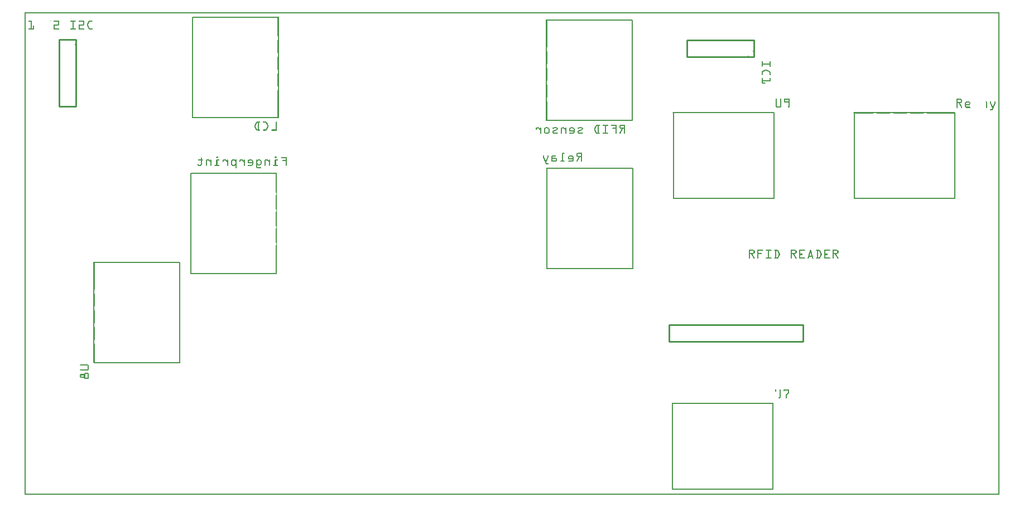
<source format=gbo>
G04 MADE WITH FRITZING*
G04 WWW.FRITZING.ORG*
G04 DOUBLE SIDED*
G04 HOLES PLATED*
G04 CONTOUR ON CENTER OF CONTOUR VECTOR*
%ASAXBY*%
%FSLAX23Y23*%
%MOIN*%
%OFA0B0*%
%SFA1.0B1.0*%
%ADD10C,0.008000*%
%ADD11C,0.010000*%
%ADD12R,0.001000X0.001000*%
%LNSILK0*%
G90*
G70*
G54D10*
X3631Y2842D02*
X3119Y2842D01*
D02*
X3631Y2842D02*
X3631Y2242D01*
D02*
X3119Y2242D02*
X3631Y2242D01*
D02*
X1004Y2259D02*
X1516Y2259D01*
D02*
X1004Y2259D02*
X1004Y2859D01*
D02*
X1516Y2859D02*
X1004Y2859D01*
D02*
X993Y1325D02*
X1505Y1325D01*
D02*
X993Y1325D02*
X993Y1925D01*
D02*
X1505Y1925D02*
X993Y1925D01*
D02*
X4472Y35D02*
X4472Y547D01*
D02*
X4472Y35D02*
X3872Y35D01*
D02*
X3872Y547D02*
X3872Y35D01*
G54D11*
D02*
X3851Y1017D02*
X4651Y1017D01*
D02*
X4651Y1017D02*
X4651Y917D01*
D02*
X4651Y917D02*
X3851Y917D01*
D02*
X3851Y917D02*
X3851Y1017D01*
G54D10*
D02*
X928Y1392D02*
X416Y1392D01*
D02*
X928Y1392D02*
X928Y792D01*
D02*
X416Y792D02*
X928Y792D01*
G54D11*
D02*
X307Y2725D02*
X307Y2325D01*
D02*
X307Y2325D02*
X207Y2325D01*
D02*
X207Y2325D02*
X207Y2725D01*
D02*
X207Y2725D02*
X307Y2725D01*
G54D10*
D02*
X5556Y1774D02*
X5556Y2286D01*
D02*
X5556Y1774D02*
X4956Y1774D01*
D02*
X4956Y2286D02*
X4956Y1774D01*
G54D11*
D02*
X4357Y2623D02*
X3957Y2623D01*
D02*
X3957Y2623D02*
X3957Y2723D01*
D02*
X3957Y2723D02*
X4357Y2723D01*
D02*
X4357Y2723D02*
X4357Y2623D01*
G54D10*
D02*
X4476Y1776D02*
X4476Y2288D01*
D02*
X4476Y1776D02*
X3876Y1776D01*
D02*
X3876Y2288D02*
X3876Y1776D01*
D02*
X3633Y1955D02*
X3122Y1955D01*
D02*
X3633Y1955D02*
X3633Y1355D01*
D02*
X3122Y1355D02*
X3633Y1355D01*
G54D12*
X0Y2889D02*
X5824Y2889D01*
X0Y2888D02*
X5824Y2888D01*
X0Y2887D02*
X5824Y2887D01*
X0Y2886D02*
X5824Y2886D01*
X0Y2885D02*
X5824Y2885D01*
X0Y2884D02*
X5824Y2884D01*
X0Y2883D02*
X5824Y2883D01*
X0Y2882D02*
X5824Y2882D01*
X0Y2881D02*
X7Y2881D01*
X5817Y2881D02*
X5824Y2881D01*
X0Y2880D02*
X7Y2880D01*
X5817Y2880D02*
X5824Y2880D01*
X0Y2879D02*
X7Y2879D01*
X5817Y2879D02*
X5824Y2879D01*
X0Y2878D02*
X7Y2878D01*
X5817Y2878D02*
X5824Y2878D01*
X0Y2877D02*
X7Y2877D01*
X5817Y2877D02*
X5824Y2877D01*
X0Y2876D02*
X7Y2876D01*
X5817Y2876D02*
X5824Y2876D01*
X0Y2875D02*
X7Y2875D01*
X5817Y2875D02*
X5824Y2875D01*
X0Y2874D02*
X7Y2874D01*
X5817Y2874D02*
X5824Y2874D01*
X0Y2873D02*
X7Y2873D01*
X5817Y2873D02*
X5824Y2873D01*
X0Y2872D02*
X7Y2872D01*
X5817Y2872D02*
X5824Y2872D01*
X0Y2871D02*
X7Y2871D01*
X5817Y2871D02*
X5824Y2871D01*
X0Y2870D02*
X7Y2870D01*
X5817Y2870D02*
X5824Y2870D01*
X0Y2869D02*
X7Y2869D01*
X5817Y2869D02*
X5824Y2869D01*
X0Y2868D02*
X7Y2868D01*
X5817Y2868D02*
X5824Y2868D01*
X0Y2867D02*
X7Y2867D01*
X5817Y2867D02*
X5824Y2867D01*
X0Y2866D02*
X7Y2866D01*
X5817Y2866D02*
X5824Y2866D01*
X0Y2865D02*
X7Y2865D01*
X5817Y2865D02*
X5824Y2865D01*
X0Y2864D02*
X7Y2864D01*
X5817Y2864D02*
X5824Y2864D01*
X0Y2863D02*
X7Y2863D01*
X5817Y2863D02*
X5824Y2863D01*
X0Y2862D02*
X7Y2862D01*
X1513Y2862D02*
X1518Y2862D01*
X5817Y2862D02*
X5824Y2862D01*
X0Y2861D02*
X7Y2861D01*
X1513Y2861D02*
X1518Y2861D01*
X5817Y2861D02*
X5824Y2861D01*
X0Y2860D02*
X7Y2860D01*
X1512Y2860D02*
X1519Y2860D01*
X5817Y2860D02*
X5824Y2860D01*
X0Y2859D02*
X7Y2859D01*
X1512Y2859D02*
X1519Y2859D01*
X5817Y2859D02*
X5824Y2859D01*
X0Y2858D02*
X7Y2858D01*
X1512Y2858D02*
X1519Y2858D01*
X5817Y2858D02*
X5824Y2858D01*
X0Y2857D02*
X7Y2857D01*
X1512Y2857D02*
X1519Y2857D01*
X5817Y2857D02*
X5824Y2857D01*
X0Y2856D02*
X7Y2856D01*
X1512Y2856D02*
X1519Y2856D01*
X5817Y2856D02*
X5824Y2856D01*
X0Y2855D02*
X7Y2855D01*
X1512Y2855D02*
X1519Y2855D01*
X5817Y2855D02*
X5824Y2855D01*
X0Y2854D02*
X7Y2854D01*
X1512Y2854D02*
X1519Y2854D01*
X5817Y2854D02*
X5824Y2854D01*
X0Y2853D02*
X7Y2853D01*
X1512Y2853D02*
X1519Y2853D01*
X5817Y2853D02*
X5824Y2853D01*
X0Y2852D02*
X7Y2852D01*
X1512Y2852D02*
X1519Y2852D01*
X5817Y2852D02*
X5824Y2852D01*
X0Y2851D02*
X7Y2851D01*
X1512Y2851D02*
X1519Y2851D01*
X5817Y2851D02*
X5824Y2851D01*
X0Y2850D02*
X7Y2850D01*
X1512Y2850D02*
X1519Y2850D01*
X5817Y2850D02*
X5824Y2850D01*
X0Y2849D02*
X7Y2849D01*
X1512Y2849D02*
X1519Y2849D01*
X5817Y2849D02*
X5824Y2849D01*
X0Y2848D02*
X7Y2848D01*
X1512Y2848D02*
X1519Y2848D01*
X5817Y2848D02*
X5824Y2848D01*
X0Y2847D02*
X7Y2847D01*
X1512Y2847D02*
X1519Y2847D01*
X5817Y2847D02*
X5824Y2847D01*
X0Y2846D02*
X7Y2846D01*
X1512Y2846D02*
X1519Y2846D01*
X3117Y2846D02*
X3119Y2846D01*
X5817Y2846D02*
X5824Y2846D01*
X0Y2845D02*
X7Y2845D01*
X1512Y2845D02*
X1519Y2845D01*
X3116Y2845D02*
X3121Y2845D01*
X5817Y2845D02*
X5824Y2845D01*
X0Y2844D02*
X7Y2844D01*
X1512Y2844D02*
X1519Y2844D01*
X3115Y2844D02*
X3121Y2844D01*
X5817Y2844D02*
X5824Y2844D01*
X0Y2843D02*
X7Y2843D01*
X1512Y2843D02*
X1519Y2843D01*
X3115Y2843D02*
X3122Y2843D01*
X5817Y2843D02*
X5824Y2843D01*
X0Y2842D02*
X7Y2842D01*
X1512Y2842D02*
X1519Y2842D01*
X3115Y2842D02*
X3122Y2842D01*
X5817Y2842D02*
X5824Y2842D01*
X0Y2841D02*
X7Y2841D01*
X1512Y2841D02*
X1519Y2841D01*
X3115Y2841D02*
X3122Y2841D01*
X5817Y2841D02*
X5824Y2841D01*
X0Y2840D02*
X7Y2840D01*
X1512Y2840D02*
X1519Y2840D01*
X3115Y2840D02*
X3122Y2840D01*
X5817Y2840D02*
X5824Y2840D01*
X0Y2839D02*
X7Y2839D01*
X26Y2839D02*
X44Y2839D01*
X153Y2839D02*
X156Y2839D01*
X176Y2839D02*
X203Y2839D01*
X276Y2839D02*
X306Y2839D01*
X326Y2839D02*
X353Y2839D01*
X389Y2839D02*
X406Y2839D01*
X1512Y2839D02*
X1519Y2839D01*
X3115Y2839D02*
X3122Y2839D01*
X5817Y2839D02*
X5824Y2839D01*
X0Y2838D02*
X7Y2838D01*
X25Y2838D02*
X44Y2838D01*
X75Y2838D02*
X75Y2838D01*
X153Y2838D02*
X157Y2838D01*
X175Y2838D02*
X205Y2838D01*
X275Y2838D02*
X307Y2838D01*
X325Y2838D02*
X355Y2838D01*
X386Y2838D02*
X407Y2838D01*
X1512Y2838D02*
X1519Y2838D01*
X3115Y2838D02*
X3122Y2838D01*
X5817Y2838D02*
X5824Y2838D01*
X0Y2837D02*
X7Y2837D01*
X24Y2837D02*
X44Y2837D01*
X74Y2837D02*
X74Y2837D01*
X154Y2837D02*
X157Y2837D01*
X174Y2837D02*
X206Y2837D01*
X274Y2837D02*
X307Y2837D01*
X324Y2837D02*
X356Y2837D01*
X385Y2837D02*
X407Y2837D01*
X1512Y2837D02*
X1519Y2837D01*
X3115Y2837D02*
X3122Y2837D01*
X5817Y2837D02*
X5824Y2837D01*
X0Y2836D02*
X7Y2836D01*
X24Y2836D02*
X44Y2836D01*
X155Y2836D02*
X158Y2836D01*
X174Y2836D02*
X207Y2836D01*
X274Y2836D02*
X308Y2836D01*
X324Y2836D02*
X357Y2836D01*
X384Y2836D02*
X408Y2836D01*
X1512Y2836D02*
X1519Y2836D01*
X3115Y2836D02*
X3122Y2836D01*
X5817Y2836D02*
X5824Y2836D01*
X0Y2835D02*
X7Y2835D01*
X24Y2835D02*
X44Y2835D01*
X155Y2835D02*
X157Y2835D01*
X174Y2835D02*
X207Y2835D01*
X274Y2835D02*
X307Y2835D01*
X324Y2835D02*
X357Y2835D01*
X383Y2835D02*
X407Y2835D01*
X1512Y2835D02*
X1519Y2835D01*
X3115Y2835D02*
X3122Y2835D01*
X5817Y2835D02*
X5824Y2835D01*
X0Y2834D02*
X7Y2834D01*
X25Y2834D02*
X44Y2834D01*
X156Y2834D02*
X157Y2834D01*
X175Y2834D02*
X207Y2834D01*
X275Y2834D02*
X307Y2834D01*
X325Y2834D02*
X357Y2834D01*
X383Y2834D02*
X407Y2834D01*
X1512Y2834D02*
X1519Y2834D01*
X3115Y2834D02*
X3122Y2834D01*
X5817Y2834D02*
X5824Y2834D01*
X0Y2833D02*
X7Y2833D01*
X26Y2833D02*
X44Y2833D01*
X176Y2833D02*
X208Y2833D01*
X276Y2833D02*
X305Y2833D01*
X326Y2833D02*
X358Y2833D01*
X382Y2833D02*
X405Y2833D01*
X1512Y2833D02*
X1519Y2833D01*
X3115Y2833D02*
X3122Y2833D01*
X5817Y2833D02*
X5824Y2833D01*
X0Y2832D02*
X7Y2832D01*
X38Y2832D02*
X44Y2832D01*
X202Y2832D02*
X208Y2832D01*
X288Y2832D02*
X294Y2832D01*
X352Y2832D02*
X358Y2832D01*
X382Y2832D02*
X389Y2832D01*
X1512Y2832D02*
X1519Y2832D01*
X3115Y2832D02*
X3122Y2832D01*
X5817Y2832D02*
X5824Y2832D01*
X0Y2831D02*
X7Y2831D01*
X38Y2831D02*
X44Y2831D01*
X202Y2831D02*
X208Y2831D01*
X288Y2831D02*
X294Y2831D01*
X352Y2831D02*
X358Y2831D01*
X381Y2831D02*
X388Y2831D01*
X1512Y2831D02*
X1519Y2831D01*
X3115Y2831D02*
X3122Y2831D01*
X5817Y2831D02*
X5824Y2831D01*
X0Y2830D02*
X7Y2830D01*
X38Y2830D02*
X44Y2830D01*
X202Y2830D02*
X208Y2830D01*
X288Y2830D02*
X294Y2830D01*
X352Y2830D02*
X358Y2830D01*
X381Y2830D02*
X388Y2830D01*
X1512Y2830D02*
X1519Y2830D01*
X3115Y2830D02*
X3122Y2830D01*
X5817Y2830D02*
X5824Y2830D01*
X0Y2829D02*
X7Y2829D01*
X38Y2829D02*
X44Y2829D01*
X202Y2829D02*
X208Y2829D01*
X288Y2829D02*
X294Y2829D01*
X352Y2829D02*
X358Y2829D01*
X380Y2829D02*
X387Y2829D01*
X1512Y2829D02*
X1519Y2829D01*
X3115Y2829D02*
X3122Y2829D01*
X5817Y2829D02*
X5824Y2829D01*
X0Y2828D02*
X7Y2828D01*
X38Y2828D02*
X44Y2828D01*
X202Y2828D02*
X208Y2828D01*
X288Y2828D02*
X294Y2828D01*
X352Y2828D02*
X358Y2828D01*
X380Y2828D02*
X387Y2828D01*
X1512Y2828D02*
X1519Y2828D01*
X3115Y2828D02*
X3122Y2828D01*
X5817Y2828D02*
X5824Y2828D01*
X0Y2827D02*
X7Y2827D01*
X38Y2827D02*
X44Y2827D01*
X202Y2827D02*
X208Y2827D01*
X288Y2827D02*
X294Y2827D01*
X352Y2827D02*
X358Y2827D01*
X379Y2827D02*
X386Y2827D01*
X1512Y2827D02*
X1519Y2827D01*
X3115Y2827D02*
X3122Y2827D01*
X5817Y2827D02*
X5824Y2827D01*
X0Y2826D02*
X7Y2826D01*
X38Y2826D02*
X44Y2826D01*
X202Y2826D02*
X208Y2826D01*
X288Y2826D02*
X294Y2826D01*
X352Y2826D02*
X358Y2826D01*
X379Y2826D02*
X386Y2826D01*
X1512Y2826D02*
X1519Y2826D01*
X3115Y2826D02*
X3122Y2826D01*
X5817Y2826D02*
X5824Y2826D01*
X0Y2825D02*
X7Y2825D01*
X38Y2825D02*
X44Y2825D01*
X202Y2825D02*
X208Y2825D01*
X288Y2825D02*
X294Y2825D01*
X352Y2825D02*
X358Y2825D01*
X378Y2825D02*
X385Y2825D01*
X1512Y2825D02*
X1519Y2825D01*
X3115Y2825D02*
X3122Y2825D01*
X5817Y2825D02*
X5824Y2825D01*
X0Y2824D02*
X7Y2824D01*
X38Y2824D02*
X44Y2824D01*
X202Y2824D02*
X208Y2824D01*
X288Y2824D02*
X294Y2824D01*
X352Y2824D02*
X358Y2824D01*
X378Y2824D02*
X385Y2824D01*
X1512Y2824D02*
X1519Y2824D01*
X3115Y2824D02*
X3122Y2824D01*
X5817Y2824D02*
X5824Y2824D01*
X0Y2823D02*
X7Y2823D01*
X38Y2823D02*
X44Y2823D01*
X202Y2823D02*
X208Y2823D01*
X288Y2823D02*
X294Y2823D01*
X352Y2823D02*
X358Y2823D01*
X377Y2823D02*
X384Y2823D01*
X1512Y2823D02*
X1519Y2823D01*
X3115Y2823D02*
X3122Y2823D01*
X5817Y2823D02*
X5824Y2823D01*
X0Y2822D02*
X7Y2822D01*
X38Y2822D02*
X44Y2822D01*
X202Y2822D02*
X208Y2822D01*
X288Y2822D02*
X294Y2822D01*
X352Y2822D02*
X358Y2822D01*
X377Y2822D02*
X384Y2822D01*
X1512Y2822D02*
X1519Y2822D01*
X3115Y2822D02*
X3122Y2822D01*
X5817Y2822D02*
X5824Y2822D01*
X0Y2821D02*
X7Y2821D01*
X38Y2821D02*
X44Y2821D01*
X202Y2821D02*
X208Y2821D01*
X288Y2821D02*
X294Y2821D01*
X352Y2821D02*
X358Y2821D01*
X376Y2821D02*
X383Y2821D01*
X1512Y2821D02*
X1519Y2821D01*
X3115Y2821D02*
X3122Y2821D01*
X5817Y2821D02*
X5824Y2821D01*
X0Y2820D02*
X7Y2820D01*
X38Y2820D02*
X44Y2820D01*
X202Y2820D02*
X208Y2820D01*
X288Y2820D02*
X294Y2820D01*
X352Y2820D02*
X358Y2820D01*
X376Y2820D02*
X383Y2820D01*
X1512Y2820D02*
X1519Y2820D01*
X3115Y2820D02*
X3122Y2820D01*
X5817Y2820D02*
X5824Y2820D01*
X0Y2819D02*
X7Y2819D01*
X38Y2819D02*
X44Y2819D01*
X202Y2819D02*
X208Y2819D01*
X288Y2819D02*
X294Y2819D01*
X352Y2819D02*
X358Y2819D01*
X375Y2819D02*
X382Y2819D01*
X1512Y2819D02*
X1519Y2819D01*
X3115Y2819D02*
X3122Y2819D01*
X5817Y2819D02*
X5824Y2819D01*
X0Y2818D02*
X7Y2818D01*
X38Y2818D02*
X44Y2818D01*
X202Y2818D02*
X208Y2818D01*
X288Y2818D02*
X294Y2818D01*
X352Y2818D02*
X358Y2818D01*
X375Y2818D02*
X382Y2818D01*
X1512Y2818D02*
X1519Y2818D01*
X3115Y2818D02*
X3122Y2818D01*
X5817Y2818D02*
X5824Y2818D01*
X0Y2817D02*
X7Y2817D01*
X38Y2817D02*
X44Y2817D01*
X202Y2817D02*
X208Y2817D01*
X288Y2817D02*
X294Y2817D01*
X352Y2817D02*
X358Y2817D01*
X375Y2817D02*
X381Y2817D01*
X1512Y2817D02*
X1519Y2817D01*
X3115Y2817D02*
X3122Y2817D01*
X5817Y2817D02*
X5824Y2817D01*
X0Y2816D02*
X7Y2816D01*
X38Y2816D02*
X44Y2816D01*
X180Y2816D02*
X208Y2816D01*
X288Y2816D02*
X294Y2816D01*
X330Y2816D02*
X358Y2816D01*
X374Y2816D02*
X381Y2816D01*
X1512Y2816D02*
X1519Y2816D01*
X3115Y2816D02*
X3122Y2816D01*
X5817Y2816D02*
X5824Y2816D01*
X0Y2815D02*
X7Y2815D01*
X38Y2815D02*
X44Y2815D01*
X177Y2815D02*
X207Y2815D01*
X288Y2815D02*
X294Y2815D01*
X327Y2815D02*
X357Y2815D01*
X374Y2815D02*
X380Y2815D01*
X1512Y2815D02*
X1519Y2815D01*
X3115Y2815D02*
X3122Y2815D01*
X5817Y2815D02*
X5824Y2815D01*
X0Y2814D02*
X7Y2814D01*
X38Y2814D02*
X44Y2814D01*
X176Y2814D02*
X207Y2814D01*
X288Y2814D02*
X294Y2814D01*
X326Y2814D02*
X357Y2814D01*
X374Y2814D02*
X380Y2814D01*
X1512Y2814D02*
X1519Y2814D01*
X3115Y2814D02*
X3122Y2814D01*
X5817Y2814D02*
X5824Y2814D01*
X0Y2813D02*
X7Y2813D01*
X38Y2813D02*
X44Y2813D01*
X175Y2813D02*
X207Y2813D01*
X288Y2813D02*
X294Y2813D01*
X325Y2813D02*
X357Y2813D01*
X374Y2813D02*
X380Y2813D01*
X1512Y2813D02*
X1519Y2813D01*
X3115Y2813D02*
X3122Y2813D01*
X5817Y2813D02*
X5824Y2813D01*
X0Y2812D02*
X7Y2812D01*
X38Y2812D02*
X44Y2812D01*
X175Y2812D02*
X206Y2812D01*
X288Y2812D02*
X294Y2812D01*
X325Y2812D02*
X356Y2812D01*
X374Y2812D02*
X380Y2812D01*
X1512Y2812D02*
X1519Y2812D01*
X3115Y2812D02*
X3122Y2812D01*
X5817Y2812D02*
X5824Y2812D01*
X0Y2811D02*
X7Y2811D01*
X38Y2811D02*
X44Y2811D01*
X174Y2811D02*
X205Y2811D01*
X288Y2811D02*
X294Y2811D01*
X324Y2811D02*
X355Y2811D01*
X374Y2811D02*
X380Y2811D01*
X1512Y2811D02*
X1519Y2811D01*
X3115Y2811D02*
X3122Y2811D01*
X5817Y2811D02*
X5824Y2811D01*
X0Y2810D02*
X7Y2810D01*
X38Y2810D02*
X44Y2810D01*
X54Y2810D02*
X55Y2810D01*
X174Y2810D02*
X204Y2810D01*
X288Y2810D02*
X294Y2810D01*
X324Y2810D02*
X354Y2810D01*
X374Y2810D02*
X380Y2810D01*
X1512Y2810D02*
X1519Y2810D01*
X3115Y2810D02*
X3122Y2810D01*
X5817Y2810D02*
X5824Y2810D01*
X0Y2809D02*
X7Y2809D01*
X38Y2809D02*
X44Y2809D01*
X53Y2809D02*
X57Y2809D01*
X174Y2809D02*
X180Y2809D01*
X288Y2809D02*
X294Y2809D01*
X324Y2809D02*
X330Y2809D01*
X374Y2809D02*
X381Y2809D01*
X1512Y2809D02*
X1519Y2809D01*
X3115Y2809D02*
X3122Y2809D01*
X5817Y2809D02*
X5824Y2809D01*
X0Y2808D02*
X7Y2808D01*
X38Y2808D02*
X44Y2808D01*
X52Y2808D02*
X57Y2808D01*
X174Y2808D02*
X180Y2808D01*
X288Y2808D02*
X294Y2808D01*
X324Y2808D02*
X330Y2808D01*
X375Y2808D02*
X381Y2808D01*
X1512Y2808D02*
X1519Y2808D01*
X3115Y2808D02*
X3122Y2808D01*
X5817Y2808D02*
X5824Y2808D01*
X0Y2807D02*
X7Y2807D01*
X38Y2807D02*
X44Y2807D01*
X52Y2807D02*
X58Y2807D01*
X174Y2807D02*
X180Y2807D01*
X288Y2807D02*
X294Y2807D01*
X324Y2807D02*
X330Y2807D01*
X375Y2807D02*
X382Y2807D01*
X1512Y2807D02*
X1519Y2807D01*
X3115Y2807D02*
X3122Y2807D01*
X5817Y2807D02*
X5824Y2807D01*
X0Y2806D02*
X7Y2806D01*
X38Y2806D02*
X44Y2806D01*
X52Y2806D02*
X58Y2806D01*
X174Y2806D02*
X180Y2806D01*
X288Y2806D02*
X294Y2806D01*
X324Y2806D02*
X330Y2806D01*
X375Y2806D02*
X382Y2806D01*
X1512Y2806D02*
X1519Y2806D01*
X3115Y2806D02*
X3122Y2806D01*
X5817Y2806D02*
X5824Y2806D01*
X0Y2805D02*
X7Y2805D01*
X38Y2805D02*
X44Y2805D01*
X52Y2805D02*
X58Y2805D01*
X174Y2805D02*
X180Y2805D01*
X288Y2805D02*
X294Y2805D01*
X324Y2805D02*
X330Y2805D01*
X376Y2805D02*
X383Y2805D01*
X1512Y2805D02*
X1519Y2805D01*
X3115Y2805D02*
X3122Y2805D01*
X5817Y2805D02*
X5824Y2805D01*
X0Y2804D02*
X7Y2804D01*
X38Y2804D02*
X44Y2804D01*
X52Y2804D02*
X58Y2804D01*
X174Y2804D02*
X180Y2804D01*
X288Y2804D02*
X294Y2804D01*
X324Y2804D02*
X330Y2804D01*
X376Y2804D02*
X383Y2804D01*
X1512Y2804D02*
X1519Y2804D01*
X3115Y2804D02*
X3122Y2804D01*
X5817Y2804D02*
X5824Y2804D01*
X0Y2803D02*
X7Y2803D01*
X38Y2803D02*
X44Y2803D01*
X52Y2803D02*
X58Y2803D01*
X174Y2803D02*
X180Y2803D01*
X288Y2803D02*
X294Y2803D01*
X324Y2803D02*
X330Y2803D01*
X377Y2803D02*
X384Y2803D01*
X1512Y2803D02*
X1519Y2803D01*
X3115Y2803D02*
X3122Y2803D01*
X5817Y2803D02*
X5824Y2803D01*
X0Y2802D02*
X7Y2802D01*
X38Y2802D02*
X44Y2802D01*
X52Y2802D02*
X58Y2802D01*
X174Y2802D02*
X180Y2802D01*
X288Y2802D02*
X294Y2802D01*
X324Y2802D02*
X330Y2802D01*
X377Y2802D02*
X384Y2802D01*
X1512Y2802D02*
X1519Y2802D01*
X3115Y2802D02*
X3122Y2802D01*
X5817Y2802D02*
X5824Y2802D01*
X0Y2801D02*
X7Y2801D01*
X38Y2801D02*
X44Y2801D01*
X52Y2801D02*
X58Y2801D01*
X174Y2801D02*
X180Y2801D01*
X288Y2801D02*
X294Y2801D01*
X324Y2801D02*
X330Y2801D01*
X378Y2801D02*
X385Y2801D01*
X1512Y2801D02*
X1519Y2801D01*
X3115Y2801D02*
X3122Y2801D01*
X5817Y2801D02*
X5824Y2801D01*
X0Y2800D02*
X7Y2800D01*
X38Y2800D02*
X44Y2800D01*
X52Y2800D02*
X58Y2800D01*
X174Y2800D02*
X180Y2800D01*
X288Y2800D02*
X294Y2800D01*
X324Y2800D02*
X330Y2800D01*
X378Y2800D02*
X385Y2800D01*
X1512Y2800D02*
X1519Y2800D01*
X3115Y2800D02*
X3122Y2800D01*
X5817Y2800D02*
X5824Y2800D01*
X0Y2799D02*
X7Y2799D01*
X38Y2799D02*
X44Y2799D01*
X52Y2799D02*
X58Y2799D01*
X174Y2799D02*
X180Y2799D01*
X288Y2799D02*
X294Y2799D01*
X324Y2799D02*
X330Y2799D01*
X379Y2799D02*
X386Y2799D01*
X1512Y2799D02*
X1519Y2799D01*
X3115Y2799D02*
X3122Y2799D01*
X5817Y2799D02*
X5824Y2799D01*
X0Y2798D02*
X7Y2798D01*
X38Y2798D02*
X44Y2798D01*
X52Y2798D02*
X58Y2798D01*
X174Y2798D02*
X180Y2798D01*
X288Y2798D02*
X294Y2798D01*
X324Y2798D02*
X330Y2798D01*
X379Y2798D02*
X386Y2798D01*
X1512Y2798D02*
X1519Y2798D01*
X3115Y2798D02*
X3122Y2798D01*
X5817Y2798D02*
X5824Y2798D01*
X0Y2797D02*
X7Y2797D01*
X38Y2797D02*
X44Y2797D01*
X52Y2797D02*
X58Y2797D01*
X174Y2797D02*
X180Y2797D01*
X288Y2797D02*
X294Y2797D01*
X324Y2797D02*
X330Y2797D01*
X380Y2797D02*
X387Y2797D01*
X1512Y2797D02*
X1519Y2797D01*
X3115Y2797D02*
X3122Y2797D01*
X5817Y2797D02*
X5824Y2797D01*
X0Y2796D02*
X7Y2796D01*
X38Y2796D02*
X44Y2796D01*
X52Y2796D02*
X58Y2796D01*
X174Y2796D02*
X180Y2796D01*
X288Y2796D02*
X294Y2796D01*
X324Y2796D02*
X330Y2796D01*
X380Y2796D02*
X387Y2796D01*
X1512Y2796D02*
X1519Y2796D01*
X3115Y2796D02*
X3122Y2796D01*
X5817Y2796D02*
X5824Y2796D01*
X0Y2795D02*
X7Y2795D01*
X38Y2795D02*
X44Y2795D01*
X52Y2795D02*
X58Y2795D01*
X174Y2795D02*
X180Y2795D01*
X288Y2795D02*
X294Y2795D01*
X324Y2795D02*
X330Y2795D01*
X381Y2795D02*
X388Y2795D01*
X1512Y2795D02*
X1519Y2795D01*
X3115Y2795D02*
X3122Y2795D01*
X5817Y2795D02*
X5824Y2795D01*
X0Y2794D02*
X7Y2794D01*
X38Y2794D02*
X44Y2794D01*
X52Y2794D02*
X58Y2794D01*
X174Y2794D02*
X180Y2794D01*
X288Y2794D02*
X294Y2794D01*
X324Y2794D02*
X330Y2794D01*
X381Y2794D02*
X388Y2794D01*
X1512Y2794D02*
X1519Y2794D01*
X3115Y2794D02*
X3122Y2794D01*
X5817Y2794D02*
X5824Y2794D01*
X0Y2793D02*
X7Y2793D01*
X38Y2793D02*
X44Y2793D01*
X52Y2793D02*
X58Y2793D01*
X174Y2793D02*
X180Y2793D01*
X288Y2793D02*
X294Y2793D01*
X324Y2793D02*
X330Y2793D01*
X382Y2793D02*
X389Y2793D01*
X1512Y2793D02*
X1519Y2793D01*
X3115Y2793D02*
X3122Y2793D01*
X5817Y2793D02*
X5824Y2793D01*
X0Y2792D02*
X7Y2792D01*
X26Y2792D02*
X58Y2792D01*
X174Y2792D02*
X206Y2792D01*
X276Y2792D02*
X306Y2792D01*
X324Y2792D02*
X356Y2792D01*
X382Y2792D02*
X406Y2792D01*
X1512Y2792D02*
X1519Y2792D01*
X3115Y2792D02*
X3122Y2792D01*
X5817Y2792D02*
X5824Y2792D01*
X0Y2791D02*
X7Y2791D01*
X25Y2791D02*
X58Y2791D01*
X174Y2791D02*
X207Y2791D01*
X275Y2791D02*
X307Y2791D01*
X324Y2791D02*
X357Y2791D01*
X383Y2791D02*
X407Y2791D01*
X1512Y2791D02*
X1519Y2791D01*
X3115Y2791D02*
X3122Y2791D01*
X5817Y2791D02*
X5824Y2791D01*
X0Y2790D02*
X7Y2790D01*
X24Y2790D02*
X58Y2790D01*
X174Y2790D02*
X207Y2790D01*
X274Y2790D02*
X307Y2790D01*
X324Y2790D02*
X357Y2790D01*
X384Y2790D02*
X407Y2790D01*
X1512Y2790D02*
X1519Y2790D01*
X3115Y2790D02*
X3122Y2790D01*
X5817Y2790D02*
X5824Y2790D01*
X0Y2789D02*
X7Y2789D01*
X24Y2789D02*
X58Y2789D01*
X158Y2789D02*
X158Y2789D01*
X174Y2789D02*
X208Y2789D01*
X274Y2789D02*
X308Y2789D01*
X324Y2789D02*
X358Y2789D01*
X384Y2789D02*
X408Y2789D01*
X1512Y2789D02*
X1519Y2789D01*
X3115Y2789D02*
X3122Y2789D01*
X5817Y2789D02*
X5824Y2789D01*
X0Y2788D02*
X7Y2788D01*
X24Y2788D02*
X57Y2788D01*
X174Y2788D02*
X207Y2788D01*
X274Y2788D02*
X307Y2788D01*
X324Y2788D02*
X357Y2788D01*
X386Y2788D02*
X407Y2788D01*
X1512Y2788D02*
X1519Y2788D01*
X3115Y2788D02*
X3122Y2788D01*
X5817Y2788D02*
X5824Y2788D01*
X0Y2787D02*
X7Y2787D01*
X25Y2787D02*
X57Y2787D01*
X157Y2787D02*
X157Y2787D01*
X174Y2787D02*
X207Y2787D01*
X275Y2787D02*
X307Y2787D01*
X324Y2787D02*
X357Y2787D01*
X387Y2787D02*
X407Y2787D01*
X1512Y2787D02*
X1519Y2787D01*
X3115Y2787D02*
X3122Y2787D01*
X5817Y2787D02*
X5824Y2787D01*
X0Y2786D02*
X7Y2786D01*
X26Y2786D02*
X56Y2786D01*
X174Y2786D02*
X206Y2786D01*
X276Y2786D02*
X306Y2786D01*
X324Y2786D02*
X356Y2786D01*
X389Y2786D02*
X406Y2786D01*
X1512Y2786D02*
X1519Y2786D01*
X3115Y2786D02*
X3122Y2786D01*
X5817Y2786D02*
X5824Y2786D01*
X0Y2785D02*
X7Y2785D01*
X1512Y2785D02*
X1519Y2785D01*
X3115Y2785D02*
X3122Y2785D01*
X5817Y2785D02*
X5824Y2785D01*
X0Y2784D02*
X7Y2784D01*
X1512Y2784D02*
X1519Y2784D01*
X3115Y2784D02*
X3122Y2784D01*
X5817Y2784D02*
X5824Y2784D01*
X0Y2783D02*
X7Y2783D01*
X1512Y2783D02*
X1519Y2783D01*
X3115Y2783D02*
X3122Y2783D01*
X5817Y2783D02*
X5824Y2783D01*
X0Y2782D02*
X7Y2782D01*
X1512Y2782D02*
X1519Y2782D01*
X3115Y2782D02*
X3122Y2782D01*
X5817Y2782D02*
X5824Y2782D01*
X0Y2781D02*
X7Y2781D01*
X1512Y2781D02*
X1519Y2781D01*
X3115Y2781D02*
X3122Y2781D01*
X5817Y2781D02*
X5824Y2781D01*
X0Y2780D02*
X7Y2780D01*
X1512Y2780D02*
X1519Y2780D01*
X3115Y2780D02*
X3122Y2780D01*
X5817Y2780D02*
X5824Y2780D01*
X0Y2779D02*
X7Y2779D01*
X1512Y2779D02*
X1519Y2779D01*
X3115Y2779D02*
X3122Y2779D01*
X5817Y2779D02*
X5824Y2779D01*
X0Y2778D02*
X7Y2778D01*
X1512Y2778D02*
X1519Y2778D01*
X3115Y2778D02*
X3122Y2778D01*
X5817Y2778D02*
X5824Y2778D01*
X0Y2777D02*
X7Y2777D01*
X1512Y2777D02*
X1519Y2777D01*
X3115Y2777D02*
X3122Y2777D01*
X5817Y2777D02*
X5824Y2777D01*
X0Y2776D02*
X7Y2776D01*
X1512Y2776D02*
X1519Y2776D01*
X3115Y2776D02*
X3122Y2776D01*
X5817Y2776D02*
X5824Y2776D01*
X0Y2775D02*
X7Y2775D01*
X1512Y2775D02*
X1519Y2775D01*
X3115Y2775D02*
X3122Y2775D01*
X5817Y2775D02*
X5824Y2775D01*
X0Y2774D02*
X7Y2774D01*
X1512Y2774D02*
X1519Y2774D01*
X3115Y2774D02*
X3122Y2774D01*
X5817Y2774D02*
X5824Y2774D01*
X0Y2773D02*
X7Y2773D01*
X1512Y2773D02*
X1519Y2773D01*
X3115Y2773D02*
X3122Y2773D01*
X5817Y2773D02*
X5824Y2773D01*
X0Y2772D02*
X7Y2772D01*
X1512Y2772D02*
X1519Y2772D01*
X3115Y2772D02*
X3122Y2772D01*
X5817Y2772D02*
X5824Y2772D01*
X0Y2771D02*
X7Y2771D01*
X1512Y2771D02*
X1519Y2771D01*
X3115Y2771D02*
X3122Y2771D01*
X5817Y2771D02*
X5824Y2771D01*
X0Y2770D02*
X7Y2770D01*
X1512Y2770D02*
X1519Y2770D01*
X3115Y2770D02*
X3122Y2770D01*
X5817Y2770D02*
X5824Y2770D01*
X0Y2769D02*
X7Y2769D01*
X1512Y2769D02*
X1519Y2769D01*
X3115Y2769D02*
X3122Y2769D01*
X5817Y2769D02*
X5824Y2769D01*
X0Y2768D02*
X7Y2768D01*
X1512Y2768D02*
X1519Y2768D01*
X3115Y2768D02*
X3122Y2768D01*
X5817Y2768D02*
X5824Y2768D01*
X0Y2767D02*
X7Y2767D01*
X1512Y2767D02*
X1519Y2767D01*
X3115Y2767D02*
X3122Y2767D01*
X5817Y2767D02*
X5824Y2767D01*
X0Y2766D02*
X7Y2766D01*
X1512Y2766D02*
X1519Y2766D01*
X3115Y2766D02*
X3122Y2766D01*
X5817Y2766D02*
X5824Y2766D01*
X0Y2765D02*
X7Y2765D01*
X1512Y2765D02*
X1519Y2765D01*
X3115Y2765D02*
X3122Y2765D01*
X5817Y2765D02*
X5824Y2765D01*
X0Y2764D02*
X7Y2764D01*
X1512Y2764D02*
X1519Y2764D01*
X3115Y2764D02*
X3122Y2764D01*
X5817Y2764D02*
X5824Y2764D01*
X0Y2763D02*
X7Y2763D01*
X1512Y2763D02*
X1519Y2763D01*
X3115Y2763D02*
X3122Y2763D01*
X5817Y2763D02*
X5824Y2763D01*
X0Y2762D02*
X7Y2762D01*
X1512Y2762D02*
X1519Y2762D01*
X3115Y2762D02*
X3122Y2762D01*
X5817Y2762D02*
X5824Y2762D01*
X0Y2761D02*
X7Y2761D01*
X1512Y2761D02*
X1519Y2761D01*
X3115Y2761D02*
X3122Y2761D01*
X5817Y2761D02*
X5824Y2761D01*
X0Y2760D02*
X7Y2760D01*
X1512Y2760D02*
X1519Y2760D01*
X3115Y2760D02*
X3122Y2760D01*
X5817Y2760D02*
X5824Y2760D01*
X0Y2759D02*
X7Y2759D01*
X1512Y2759D02*
X1519Y2759D01*
X3115Y2759D02*
X3122Y2759D01*
X5817Y2759D02*
X5824Y2759D01*
X0Y2758D02*
X7Y2758D01*
X1512Y2758D02*
X1519Y2758D01*
X3115Y2758D02*
X3122Y2758D01*
X5817Y2758D02*
X5824Y2758D01*
X0Y2757D02*
X7Y2757D01*
X1512Y2757D02*
X1519Y2757D01*
X3115Y2757D02*
X3122Y2757D01*
X5817Y2757D02*
X5824Y2757D01*
X0Y2756D02*
X7Y2756D01*
X1512Y2756D02*
X1519Y2756D01*
X3115Y2756D02*
X3122Y2756D01*
X5817Y2756D02*
X5824Y2756D01*
X0Y2755D02*
X7Y2755D01*
X1512Y2755D02*
X1519Y2755D01*
X3115Y2755D02*
X3122Y2755D01*
X5817Y2755D02*
X5824Y2755D01*
X0Y2754D02*
X7Y2754D01*
X1512Y2754D02*
X1519Y2754D01*
X3115Y2754D02*
X3122Y2754D01*
X5817Y2754D02*
X5824Y2754D01*
X0Y2753D02*
X7Y2753D01*
X1512Y2753D02*
X1519Y2753D01*
X3115Y2753D02*
X3122Y2753D01*
X5817Y2753D02*
X5824Y2753D01*
X0Y2752D02*
X7Y2752D01*
X1512Y2752D02*
X1519Y2752D01*
X3115Y2752D02*
X3122Y2752D01*
X5817Y2752D02*
X5824Y2752D01*
X0Y2751D02*
X7Y2751D01*
X1512Y2751D02*
X1519Y2751D01*
X3115Y2751D02*
X3122Y2751D01*
X5817Y2751D02*
X5824Y2751D01*
X0Y2750D02*
X7Y2750D01*
X1512Y2750D02*
X1519Y2750D01*
X3115Y2750D02*
X3122Y2750D01*
X5817Y2750D02*
X5824Y2750D01*
X0Y2749D02*
X7Y2749D01*
X1512Y2749D02*
X1519Y2749D01*
X3115Y2749D02*
X3122Y2749D01*
X5817Y2749D02*
X5824Y2749D01*
X0Y2748D02*
X7Y2748D01*
X1512Y2748D02*
X1519Y2748D01*
X3115Y2748D02*
X3122Y2748D01*
X5817Y2748D02*
X5824Y2748D01*
X0Y2747D02*
X7Y2747D01*
X1512Y2747D02*
X1519Y2747D01*
X3115Y2747D02*
X3122Y2747D01*
X5817Y2747D02*
X5824Y2747D01*
X0Y2746D02*
X7Y2746D01*
X1512Y2746D02*
X1519Y2746D01*
X3115Y2746D02*
X3122Y2746D01*
X5817Y2746D02*
X5824Y2746D01*
X0Y2745D02*
X7Y2745D01*
X1513Y2745D02*
X1519Y2745D01*
X3115Y2745D02*
X3122Y2745D01*
X5817Y2745D02*
X5824Y2745D01*
X0Y2744D02*
X7Y2744D01*
X1513Y2744D02*
X1519Y2744D01*
X3115Y2744D02*
X3122Y2744D01*
X5817Y2744D02*
X5824Y2744D01*
X0Y2743D02*
X7Y2743D01*
X1513Y2743D02*
X1519Y2743D01*
X3115Y2743D02*
X3122Y2743D01*
X5817Y2743D02*
X5824Y2743D01*
X0Y2742D02*
X7Y2742D01*
X1513Y2742D02*
X1519Y2742D01*
X3115Y2742D02*
X3122Y2742D01*
X5817Y2742D02*
X5824Y2742D01*
X0Y2741D02*
X7Y2741D01*
X1514Y2741D02*
X1519Y2741D01*
X3115Y2741D02*
X3122Y2741D01*
X5817Y2741D02*
X5824Y2741D01*
X0Y2740D02*
X7Y2740D01*
X1514Y2740D02*
X1519Y2740D01*
X3115Y2740D02*
X3122Y2740D01*
X5817Y2740D02*
X5824Y2740D01*
X0Y2739D02*
X7Y2739D01*
X1514Y2739D02*
X1519Y2739D01*
X3115Y2739D02*
X3122Y2739D01*
X5817Y2739D02*
X5824Y2739D01*
X0Y2738D02*
X7Y2738D01*
X1514Y2738D02*
X1519Y2738D01*
X3115Y2738D02*
X3122Y2738D01*
X5817Y2738D02*
X5824Y2738D01*
X0Y2737D02*
X7Y2737D01*
X1514Y2737D02*
X1519Y2737D01*
X3115Y2737D02*
X3122Y2737D01*
X5817Y2737D02*
X5824Y2737D01*
X0Y2736D02*
X7Y2736D01*
X1514Y2736D02*
X1519Y2736D01*
X3115Y2736D02*
X3122Y2736D01*
X5817Y2736D02*
X5824Y2736D01*
X0Y2735D02*
X7Y2735D01*
X1514Y2735D02*
X1519Y2735D01*
X3115Y2735D02*
X3122Y2735D01*
X5817Y2735D02*
X5824Y2735D01*
X0Y2734D02*
X7Y2734D01*
X1514Y2734D02*
X1519Y2734D01*
X3115Y2734D02*
X3122Y2734D01*
X5817Y2734D02*
X5824Y2734D01*
X0Y2733D02*
X7Y2733D01*
X1514Y2733D02*
X1519Y2733D01*
X3115Y2733D02*
X3122Y2733D01*
X5817Y2733D02*
X5824Y2733D01*
X0Y2732D02*
X7Y2732D01*
X1514Y2732D02*
X1519Y2732D01*
X3115Y2732D02*
X3122Y2732D01*
X5817Y2732D02*
X5824Y2732D01*
X0Y2731D02*
X7Y2731D01*
X1514Y2731D02*
X1519Y2731D01*
X3115Y2731D02*
X3122Y2731D01*
X5817Y2731D02*
X5824Y2731D01*
X0Y2730D02*
X7Y2730D01*
X1514Y2730D02*
X1519Y2730D01*
X3115Y2730D02*
X3122Y2730D01*
X5817Y2730D02*
X5824Y2730D01*
X0Y2729D02*
X7Y2729D01*
X1514Y2729D02*
X1519Y2729D01*
X3115Y2729D02*
X3122Y2729D01*
X5817Y2729D02*
X5824Y2729D01*
X0Y2728D02*
X7Y2728D01*
X1514Y2728D02*
X1519Y2728D01*
X3115Y2728D02*
X3122Y2728D01*
X5817Y2728D02*
X5824Y2728D01*
X0Y2727D02*
X7Y2727D01*
X1514Y2727D02*
X1519Y2727D01*
X3115Y2727D02*
X3122Y2727D01*
X5817Y2727D02*
X5824Y2727D01*
X0Y2726D02*
X7Y2726D01*
X273Y2726D02*
X274Y2726D01*
X1513Y2726D02*
X1519Y2726D01*
X3115Y2726D02*
X3122Y2726D01*
X5817Y2726D02*
X5824Y2726D01*
X0Y2725D02*
X7Y2725D01*
X272Y2725D02*
X275Y2725D01*
X1513Y2725D02*
X1519Y2725D01*
X3115Y2725D02*
X3122Y2725D01*
X5817Y2725D02*
X5824Y2725D01*
X0Y2724D02*
X7Y2724D01*
X271Y2724D02*
X276Y2724D01*
X1513Y2724D02*
X1519Y2724D01*
X3115Y2724D02*
X3122Y2724D01*
X5817Y2724D02*
X5824Y2724D01*
X0Y2723D02*
X7Y2723D01*
X271Y2723D02*
X277Y2723D01*
X1513Y2723D02*
X1519Y2723D01*
X3115Y2723D02*
X3122Y2723D01*
X5817Y2723D02*
X5824Y2723D01*
X0Y2722D02*
X7Y2722D01*
X272Y2722D02*
X278Y2722D01*
X1512Y2722D02*
X1519Y2722D01*
X3115Y2722D02*
X3122Y2722D01*
X5817Y2722D02*
X5824Y2722D01*
X0Y2721D02*
X7Y2721D01*
X273Y2721D02*
X279Y2721D01*
X1512Y2721D02*
X1519Y2721D01*
X3115Y2721D02*
X3122Y2721D01*
X5817Y2721D02*
X5824Y2721D01*
X0Y2720D02*
X7Y2720D01*
X274Y2720D02*
X280Y2720D01*
X1512Y2720D02*
X1519Y2720D01*
X3115Y2720D02*
X3122Y2720D01*
X5817Y2720D02*
X5824Y2720D01*
X0Y2719D02*
X7Y2719D01*
X1512Y2719D02*
X1519Y2719D01*
X3115Y2719D02*
X3122Y2719D01*
X5817Y2719D02*
X5824Y2719D01*
X0Y2718D02*
X7Y2718D01*
X1512Y2718D02*
X1519Y2718D01*
X3115Y2718D02*
X3122Y2718D01*
X5817Y2718D02*
X5824Y2718D01*
X0Y2717D02*
X7Y2717D01*
X1512Y2717D02*
X1519Y2717D01*
X3115Y2717D02*
X3122Y2717D01*
X5817Y2717D02*
X5824Y2717D01*
X0Y2716D02*
X7Y2716D01*
X1512Y2716D02*
X1519Y2716D01*
X3115Y2716D02*
X3122Y2716D01*
X5817Y2716D02*
X5824Y2716D01*
X0Y2715D02*
X7Y2715D01*
X1512Y2715D02*
X1519Y2715D01*
X3115Y2715D02*
X3122Y2715D01*
X5817Y2715D02*
X5824Y2715D01*
X0Y2714D02*
X7Y2714D01*
X1512Y2714D02*
X1519Y2714D01*
X3115Y2714D02*
X3122Y2714D01*
X5817Y2714D02*
X5824Y2714D01*
X0Y2713D02*
X7Y2713D01*
X1512Y2713D02*
X1519Y2713D01*
X3115Y2713D02*
X3122Y2713D01*
X5817Y2713D02*
X5824Y2713D01*
X0Y2712D02*
X7Y2712D01*
X1512Y2712D02*
X1519Y2712D01*
X3115Y2712D02*
X3122Y2712D01*
X5817Y2712D02*
X5824Y2712D01*
X0Y2711D02*
X7Y2711D01*
X1512Y2711D02*
X1519Y2711D01*
X3115Y2711D02*
X3122Y2711D01*
X5817Y2711D02*
X5824Y2711D01*
X0Y2710D02*
X7Y2710D01*
X1512Y2710D02*
X1519Y2710D01*
X3115Y2710D02*
X3122Y2710D01*
X5817Y2710D02*
X5824Y2710D01*
X0Y2709D02*
X7Y2709D01*
X1512Y2709D02*
X1519Y2709D01*
X3115Y2709D02*
X3122Y2709D01*
X5817Y2709D02*
X5824Y2709D01*
X0Y2708D02*
X7Y2708D01*
X1512Y2708D02*
X1519Y2708D01*
X3115Y2708D02*
X3122Y2708D01*
X5817Y2708D02*
X5824Y2708D01*
X0Y2707D02*
X7Y2707D01*
X1512Y2707D02*
X1519Y2707D01*
X3115Y2707D02*
X3122Y2707D01*
X5817Y2707D02*
X5824Y2707D01*
X0Y2706D02*
X7Y2706D01*
X1512Y2706D02*
X1519Y2706D01*
X3115Y2706D02*
X3122Y2706D01*
X5817Y2706D02*
X5824Y2706D01*
X0Y2705D02*
X7Y2705D01*
X1512Y2705D02*
X1519Y2705D01*
X3115Y2705D02*
X3122Y2705D01*
X5817Y2705D02*
X5824Y2705D01*
X0Y2704D02*
X7Y2704D01*
X1512Y2704D02*
X1519Y2704D01*
X3115Y2704D02*
X3122Y2704D01*
X5817Y2704D02*
X5824Y2704D01*
X0Y2703D02*
X7Y2703D01*
X1512Y2703D02*
X1519Y2703D01*
X3115Y2703D02*
X3122Y2703D01*
X5817Y2703D02*
X5824Y2703D01*
X0Y2702D02*
X7Y2702D01*
X1512Y2702D02*
X1519Y2702D01*
X3115Y2702D02*
X3122Y2702D01*
X5817Y2702D02*
X5824Y2702D01*
X0Y2701D02*
X7Y2701D01*
X1512Y2701D02*
X1519Y2701D01*
X3115Y2701D02*
X3122Y2701D01*
X5817Y2701D02*
X5824Y2701D01*
X0Y2700D02*
X7Y2700D01*
X1512Y2700D02*
X1519Y2700D01*
X3115Y2700D02*
X3122Y2700D01*
X5817Y2700D02*
X5824Y2700D01*
X0Y2699D02*
X7Y2699D01*
X301Y2699D02*
X301Y2699D01*
X1512Y2699D02*
X1519Y2699D01*
X3115Y2699D02*
X3122Y2699D01*
X5817Y2699D02*
X5824Y2699D01*
X0Y2698D02*
X7Y2698D01*
X301Y2698D02*
X302Y2698D01*
X1512Y2698D02*
X1519Y2698D01*
X3115Y2698D02*
X3122Y2698D01*
X5817Y2698D02*
X5824Y2698D01*
X0Y2697D02*
X7Y2697D01*
X301Y2697D02*
X303Y2697D01*
X1512Y2697D02*
X1519Y2697D01*
X3115Y2697D02*
X3122Y2697D01*
X5817Y2697D02*
X5824Y2697D01*
X0Y2696D02*
X7Y2696D01*
X301Y2696D02*
X304Y2696D01*
X1512Y2696D02*
X1519Y2696D01*
X3115Y2696D02*
X3122Y2696D01*
X5817Y2696D02*
X5824Y2696D01*
X0Y2695D02*
X7Y2695D01*
X301Y2695D02*
X305Y2695D01*
X1512Y2695D02*
X1519Y2695D01*
X3115Y2695D02*
X3122Y2695D01*
X5817Y2695D02*
X5824Y2695D01*
X0Y2694D02*
X7Y2694D01*
X301Y2694D02*
X306Y2694D01*
X1512Y2694D02*
X1519Y2694D01*
X3115Y2694D02*
X3122Y2694D01*
X5817Y2694D02*
X5824Y2694D01*
X0Y2693D02*
X7Y2693D01*
X301Y2693D02*
X307Y2693D01*
X1512Y2693D02*
X1519Y2693D01*
X3115Y2693D02*
X3122Y2693D01*
X5817Y2693D02*
X5824Y2693D01*
X0Y2692D02*
X7Y2692D01*
X302Y2692D02*
X308Y2692D01*
X1512Y2692D02*
X1519Y2692D01*
X3115Y2692D02*
X3122Y2692D01*
X5817Y2692D02*
X5824Y2692D01*
X0Y2691D02*
X7Y2691D01*
X303Y2691D02*
X307Y2691D01*
X1512Y2691D02*
X1519Y2691D01*
X3115Y2691D02*
X3122Y2691D01*
X5817Y2691D02*
X5824Y2691D01*
X0Y2690D02*
X7Y2690D01*
X304Y2690D02*
X306Y2690D01*
X1512Y2690D02*
X1519Y2690D01*
X3115Y2690D02*
X3122Y2690D01*
X5817Y2690D02*
X5824Y2690D01*
X0Y2689D02*
X7Y2689D01*
X305Y2689D02*
X305Y2689D01*
X1512Y2689D02*
X1519Y2689D01*
X3115Y2689D02*
X3122Y2689D01*
X5817Y2689D02*
X5824Y2689D01*
X0Y2688D02*
X7Y2688D01*
X1512Y2688D02*
X1519Y2688D01*
X3115Y2688D02*
X3122Y2688D01*
X5817Y2688D02*
X5824Y2688D01*
X0Y2687D02*
X7Y2687D01*
X1512Y2687D02*
X1519Y2687D01*
X3115Y2687D02*
X3122Y2687D01*
X5817Y2687D02*
X5824Y2687D01*
X0Y2686D02*
X7Y2686D01*
X1512Y2686D02*
X1519Y2686D01*
X3115Y2686D02*
X3122Y2686D01*
X5817Y2686D02*
X5824Y2686D01*
X0Y2685D02*
X7Y2685D01*
X1512Y2685D02*
X1519Y2685D01*
X3115Y2685D02*
X3122Y2685D01*
X5817Y2685D02*
X5824Y2685D01*
X0Y2684D02*
X7Y2684D01*
X1512Y2684D02*
X1519Y2684D01*
X3115Y2684D02*
X3122Y2684D01*
X5817Y2684D02*
X5824Y2684D01*
X0Y2683D02*
X7Y2683D01*
X1512Y2683D02*
X1519Y2683D01*
X3115Y2683D02*
X3122Y2683D01*
X5817Y2683D02*
X5824Y2683D01*
X0Y2682D02*
X7Y2682D01*
X1512Y2682D02*
X1519Y2682D01*
X3115Y2682D02*
X3122Y2682D01*
X5817Y2682D02*
X5824Y2682D01*
X0Y2681D02*
X7Y2681D01*
X1512Y2681D02*
X1519Y2681D01*
X3115Y2681D02*
X3122Y2681D01*
X5817Y2681D02*
X5824Y2681D01*
X0Y2680D02*
X7Y2680D01*
X1512Y2680D02*
X1519Y2680D01*
X3115Y2680D02*
X3122Y2680D01*
X5817Y2680D02*
X5824Y2680D01*
X0Y2679D02*
X7Y2679D01*
X1512Y2679D02*
X1519Y2679D01*
X3115Y2679D02*
X3121Y2679D01*
X5817Y2679D02*
X5824Y2679D01*
X0Y2678D02*
X7Y2678D01*
X1512Y2678D02*
X1519Y2678D01*
X3115Y2678D02*
X3121Y2678D01*
X5817Y2678D02*
X5824Y2678D01*
X0Y2677D02*
X7Y2677D01*
X1512Y2677D02*
X1519Y2677D01*
X3115Y2677D02*
X3121Y2677D01*
X5817Y2677D02*
X5824Y2677D01*
X0Y2676D02*
X7Y2676D01*
X1512Y2676D02*
X1519Y2676D01*
X3115Y2676D02*
X3121Y2676D01*
X5817Y2676D02*
X5824Y2676D01*
X0Y2675D02*
X7Y2675D01*
X1512Y2675D02*
X1519Y2675D01*
X3115Y2675D02*
X3120Y2675D01*
X5817Y2675D02*
X5824Y2675D01*
X0Y2674D02*
X7Y2674D01*
X1512Y2674D02*
X1519Y2674D01*
X3115Y2674D02*
X3120Y2674D01*
X5817Y2674D02*
X5824Y2674D01*
X0Y2673D02*
X7Y2673D01*
X1512Y2673D02*
X1519Y2673D01*
X3115Y2673D02*
X3120Y2673D01*
X5817Y2673D02*
X5824Y2673D01*
X0Y2672D02*
X7Y2672D01*
X1512Y2672D02*
X1519Y2672D01*
X3115Y2672D02*
X3120Y2672D01*
X5817Y2672D02*
X5824Y2672D01*
X0Y2671D02*
X7Y2671D01*
X1512Y2671D02*
X1519Y2671D01*
X3115Y2671D02*
X3120Y2671D01*
X5817Y2671D02*
X5824Y2671D01*
X0Y2670D02*
X7Y2670D01*
X1512Y2670D02*
X1519Y2670D01*
X3115Y2670D02*
X3120Y2670D01*
X5817Y2670D02*
X5824Y2670D01*
X0Y2669D02*
X7Y2669D01*
X1512Y2669D02*
X1519Y2669D01*
X3115Y2669D02*
X3120Y2669D01*
X5817Y2669D02*
X5824Y2669D01*
X0Y2668D02*
X7Y2668D01*
X1512Y2668D02*
X1519Y2668D01*
X3115Y2668D02*
X3120Y2668D01*
X5817Y2668D02*
X5824Y2668D01*
X0Y2667D02*
X7Y2667D01*
X1512Y2667D02*
X1519Y2667D01*
X3115Y2667D02*
X3120Y2667D01*
X5817Y2667D02*
X5824Y2667D01*
X0Y2666D02*
X7Y2666D01*
X1512Y2666D02*
X1519Y2666D01*
X3115Y2666D02*
X3120Y2666D01*
X5817Y2666D02*
X5824Y2666D01*
X0Y2665D02*
X7Y2665D01*
X1512Y2665D02*
X1519Y2665D01*
X3115Y2665D02*
X3120Y2665D01*
X5817Y2665D02*
X5824Y2665D01*
X0Y2664D02*
X7Y2664D01*
X1512Y2664D02*
X1519Y2664D01*
X3115Y2664D02*
X3120Y2664D01*
X5817Y2664D02*
X5824Y2664D01*
X0Y2663D02*
X7Y2663D01*
X1512Y2663D02*
X1519Y2663D01*
X3115Y2663D02*
X3120Y2663D01*
X5817Y2663D02*
X5824Y2663D01*
X0Y2662D02*
X7Y2662D01*
X1512Y2662D02*
X1519Y2662D01*
X3115Y2662D02*
X3120Y2662D01*
X5817Y2662D02*
X5824Y2662D01*
X0Y2661D02*
X7Y2661D01*
X1512Y2661D02*
X1519Y2661D01*
X3115Y2661D02*
X3120Y2661D01*
X5817Y2661D02*
X5824Y2661D01*
X0Y2660D02*
X7Y2660D01*
X1512Y2660D02*
X1519Y2660D01*
X3115Y2660D02*
X3120Y2660D01*
X5817Y2660D02*
X5824Y2660D01*
X0Y2659D02*
X7Y2659D01*
X1512Y2659D02*
X1519Y2659D01*
X3115Y2659D02*
X3120Y2659D01*
X4354Y2659D02*
X4356Y2659D01*
X5817Y2659D02*
X5824Y2659D01*
X0Y2658D02*
X7Y2658D01*
X1512Y2658D02*
X1519Y2658D01*
X3115Y2658D02*
X3121Y2658D01*
X4353Y2658D02*
X4357Y2658D01*
X5817Y2658D02*
X5824Y2658D01*
X0Y2657D02*
X7Y2657D01*
X1512Y2657D02*
X1519Y2657D01*
X3115Y2657D02*
X3121Y2657D01*
X4352Y2657D02*
X4357Y2657D01*
X5817Y2657D02*
X5824Y2657D01*
X0Y2656D02*
X7Y2656D01*
X1512Y2656D02*
X1519Y2656D01*
X3115Y2656D02*
X3121Y2656D01*
X4351Y2656D02*
X4357Y2656D01*
X5817Y2656D02*
X5824Y2656D01*
X0Y2655D02*
X7Y2655D01*
X1512Y2655D02*
X1519Y2655D01*
X3115Y2655D02*
X3121Y2655D01*
X4351Y2655D02*
X4356Y2655D01*
X5817Y2655D02*
X5824Y2655D01*
X0Y2654D02*
X7Y2654D01*
X1512Y2654D02*
X1519Y2654D01*
X3115Y2654D02*
X3122Y2654D01*
X4351Y2654D02*
X4355Y2654D01*
X5817Y2654D02*
X5824Y2654D01*
X0Y2653D02*
X7Y2653D01*
X1512Y2653D02*
X1519Y2653D01*
X3115Y2653D02*
X3122Y2653D01*
X4351Y2653D02*
X4354Y2653D01*
X5817Y2653D02*
X5824Y2653D01*
X0Y2652D02*
X7Y2652D01*
X1512Y2652D02*
X1519Y2652D01*
X3115Y2652D02*
X3122Y2652D01*
X4351Y2652D02*
X4353Y2652D01*
X5817Y2652D02*
X5824Y2652D01*
X0Y2651D02*
X7Y2651D01*
X1512Y2651D02*
X1519Y2651D01*
X3115Y2651D02*
X3122Y2651D01*
X4351Y2651D02*
X4352Y2651D01*
X5817Y2651D02*
X5824Y2651D01*
X0Y2650D02*
X7Y2650D01*
X1512Y2650D02*
X1519Y2650D01*
X3115Y2650D02*
X3122Y2650D01*
X4351Y2650D02*
X4351Y2650D01*
X5817Y2650D02*
X5824Y2650D01*
X0Y2649D02*
X7Y2649D01*
X1512Y2649D02*
X1519Y2649D01*
X3115Y2649D02*
X3122Y2649D01*
X5817Y2649D02*
X5824Y2649D01*
X0Y2648D02*
X7Y2648D01*
X1512Y2648D02*
X1519Y2648D01*
X3115Y2648D02*
X3122Y2648D01*
X5817Y2648D02*
X5824Y2648D01*
X0Y2647D02*
X7Y2647D01*
X1512Y2647D02*
X1519Y2647D01*
X3115Y2647D02*
X3122Y2647D01*
X5817Y2647D02*
X5824Y2647D01*
X0Y2646D02*
X7Y2646D01*
X1512Y2646D02*
X1519Y2646D01*
X3115Y2646D02*
X3122Y2646D01*
X5817Y2646D02*
X5824Y2646D01*
X0Y2645D02*
X7Y2645D01*
X1513Y2645D02*
X1519Y2645D01*
X3115Y2645D02*
X3122Y2645D01*
X5817Y2645D02*
X5824Y2645D01*
X0Y2644D02*
X7Y2644D01*
X1513Y2644D02*
X1519Y2644D01*
X3115Y2644D02*
X3122Y2644D01*
X5817Y2644D02*
X5824Y2644D01*
X0Y2643D02*
X7Y2643D01*
X1513Y2643D02*
X1519Y2643D01*
X3115Y2643D02*
X3122Y2643D01*
X5817Y2643D02*
X5824Y2643D01*
X0Y2642D02*
X7Y2642D01*
X1513Y2642D02*
X1519Y2642D01*
X3115Y2642D02*
X3122Y2642D01*
X5817Y2642D02*
X5824Y2642D01*
X0Y2641D02*
X7Y2641D01*
X1514Y2641D02*
X1519Y2641D01*
X3115Y2641D02*
X3122Y2641D01*
X5817Y2641D02*
X5824Y2641D01*
X0Y2640D02*
X7Y2640D01*
X1514Y2640D02*
X1519Y2640D01*
X3115Y2640D02*
X3122Y2640D01*
X5817Y2640D02*
X5824Y2640D01*
X0Y2639D02*
X7Y2639D01*
X1514Y2639D02*
X1519Y2639D01*
X3115Y2639D02*
X3122Y2639D01*
X5817Y2639D02*
X5824Y2639D01*
X0Y2638D02*
X7Y2638D01*
X1514Y2638D02*
X1519Y2638D01*
X3115Y2638D02*
X3122Y2638D01*
X5817Y2638D02*
X5824Y2638D01*
X0Y2637D02*
X7Y2637D01*
X1514Y2637D02*
X1519Y2637D01*
X3115Y2637D02*
X3122Y2637D01*
X5817Y2637D02*
X5824Y2637D01*
X0Y2636D02*
X7Y2636D01*
X1514Y2636D02*
X1519Y2636D01*
X3115Y2636D02*
X3122Y2636D01*
X5817Y2636D02*
X5824Y2636D01*
X0Y2635D02*
X7Y2635D01*
X1514Y2635D02*
X1519Y2635D01*
X3115Y2635D02*
X3122Y2635D01*
X5817Y2635D02*
X5824Y2635D01*
X0Y2634D02*
X7Y2634D01*
X1514Y2634D02*
X1519Y2634D01*
X3115Y2634D02*
X3122Y2634D01*
X5817Y2634D02*
X5824Y2634D01*
X0Y2633D02*
X7Y2633D01*
X1514Y2633D02*
X1519Y2633D01*
X3115Y2633D02*
X3122Y2633D01*
X5817Y2633D02*
X5824Y2633D01*
X0Y2632D02*
X7Y2632D01*
X1514Y2632D02*
X1519Y2632D01*
X3115Y2632D02*
X3122Y2632D01*
X5817Y2632D02*
X5824Y2632D01*
X0Y2631D02*
X7Y2631D01*
X1514Y2631D02*
X1519Y2631D01*
X3115Y2631D02*
X3122Y2631D01*
X5817Y2631D02*
X5824Y2631D01*
X0Y2630D02*
X7Y2630D01*
X1514Y2630D02*
X1519Y2630D01*
X3115Y2630D02*
X3122Y2630D01*
X5817Y2630D02*
X5824Y2630D01*
X0Y2629D02*
X7Y2629D01*
X1514Y2629D02*
X1519Y2629D01*
X3115Y2629D02*
X3122Y2629D01*
X4324Y2629D02*
X4330Y2629D01*
X5817Y2629D02*
X5824Y2629D01*
X0Y2628D02*
X7Y2628D01*
X1514Y2628D02*
X1519Y2628D01*
X3115Y2628D02*
X3122Y2628D01*
X4323Y2628D02*
X4329Y2628D01*
X5817Y2628D02*
X5824Y2628D01*
X0Y2627D02*
X7Y2627D01*
X1514Y2627D02*
X1519Y2627D01*
X3115Y2627D02*
X3122Y2627D01*
X4322Y2627D02*
X4328Y2627D01*
X5817Y2627D02*
X5824Y2627D01*
X0Y2626D02*
X7Y2626D01*
X1513Y2626D02*
X1519Y2626D01*
X3115Y2626D02*
X3122Y2626D01*
X4321Y2626D02*
X4327Y2626D01*
X5817Y2626D02*
X5824Y2626D01*
X0Y2625D02*
X7Y2625D01*
X1513Y2625D02*
X1519Y2625D01*
X3115Y2625D02*
X3122Y2625D01*
X4321Y2625D02*
X4326Y2625D01*
X5817Y2625D02*
X5824Y2625D01*
X0Y2624D02*
X7Y2624D01*
X1513Y2624D02*
X1519Y2624D01*
X3115Y2624D02*
X3122Y2624D01*
X4322Y2624D02*
X4325Y2624D01*
X5817Y2624D02*
X5824Y2624D01*
X0Y2623D02*
X7Y2623D01*
X1513Y2623D02*
X1519Y2623D01*
X3115Y2623D02*
X3122Y2623D01*
X4323Y2623D02*
X4324Y2623D01*
X5817Y2623D02*
X5824Y2623D01*
X0Y2622D02*
X7Y2622D01*
X1512Y2622D02*
X1519Y2622D01*
X3115Y2622D02*
X3122Y2622D01*
X5817Y2622D02*
X5824Y2622D01*
X0Y2621D02*
X7Y2621D01*
X1512Y2621D02*
X1519Y2621D01*
X3115Y2621D02*
X3122Y2621D01*
X5817Y2621D02*
X5824Y2621D01*
X0Y2620D02*
X7Y2620D01*
X1512Y2620D02*
X1519Y2620D01*
X3115Y2620D02*
X3122Y2620D01*
X5817Y2620D02*
X5824Y2620D01*
X0Y2619D02*
X7Y2619D01*
X1512Y2619D02*
X1519Y2619D01*
X3115Y2619D02*
X3122Y2619D01*
X5817Y2619D02*
X5824Y2619D01*
X0Y2618D02*
X7Y2618D01*
X1512Y2618D02*
X1519Y2618D01*
X3115Y2618D02*
X3122Y2618D01*
X5817Y2618D02*
X5824Y2618D01*
X0Y2617D02*
X7Y2617D01*
X1512Y2617D02*
X1519Y2617D01*
X3115Y2617D02*
X3122Y2617D01*
X5817Y2617D02*
X5824Y2617D01*
X0Y2616D02*
X7Y2616D01*
X1512Y2616D02*
X1519Y2616D01*
X3115Y2616D02*
X3122Y2616D01*
X5817Y2616D02*
X5824Y2616D01*
X0Y2615D02*
X7Y2615D01*
X1512Y2615D02*
X1519Y2615D01*
X3115Y2615D02*
X3122Y2615D01*
X5817Y2615D02*
X5824Y2615D01*
X0Y2614D02*
X7Y2614D01*
X1512Y2614D02*
X1519Y2614D01*
X3115Y2614D02*
X3122Y2614D01*
X5817Y2614D02*
X5824Y2614D01*
X0Y2613D02*
X7Y2613D01*
X1512Y2613D02*
X1519Y2613D01*
X3115Y2613D02*
X3122Y2613D01*
X5817Y2613D02*
X5824Y2613D01*
X0Y2612D02*
X7Y2612D01*
X1512Y2612D02*
X1519Y2612D01*
X3115Y2612D02*
X3122Y2612D01*
X5817Y2612D02*
X5824Y2612D01*
X0Y2611D02*
X7Y2611D01*
X1512Y2611D02*
X1519Y2611D01*
X3115Y2611D02*
X3122Y2611D01*
X5817Y2611D02*
X5824Y2611D01*
X0Y2610D02*
X7Y2610D01*
X1512Y2610D02*
X1519Y2610D01*
X3115Y2610D02*
X3122Y2610D01*
X5817Y2610D02*
X5824Y2610D01*
X0Y2609D02*
X7Y2609D01*
X1512Y2609D02*
X1519Y2609D01*
X3115Y2609D02*
X3122Y2609D01*
X5817Y2609D02*
X5824Y2609D01*
X0Y2608D02*
X7Y2608D01*
X1512Y2608D02*
X1519Y2608D01*
X3115Y2608D02*
X3122Y2608D01*
X5817Y2608D02*
X5824Y2608D01*
X0Y2607D02*
X7Y2607D01*
X1512Y2607D02*
X1519Y2607D01*
X3115Y2607D02*
X3122Y2607D01*
X5817Y2607D02*
X5824Y2607D01*
X0Y2606D02*
X7Y2606D01*
X1512Y2606D02*
X1519Y2606D01*
X3115Y2606D02*
X3122Y2606D01*
X5817Y2606D02*
X5824Y2606D01*
X0Y2605D02*
X7Y2605D01*
X1512Y2605D02*
X1519Y2605D01*
X3115Y2605D02*
X3122Y2605D01*
X5817Y2605D02*
X5824Y2605D01*
X0Y2604D02*
X7Y2604D01*
X1512Y2604D02*
X1519Y2604D01*
X3115Y2604D02*
X3122Y2604D01*
X5817Y2604D02*
X5824Y2604D01*
X0Y2603D02*
X7Y2603D01*
X1512Y2603D02*
X1519Y2603D01*
X3115Y2603D02*
X3122Y2603D01*
X5817Y2603D02*
X5824Y2603D01*
X0Y2602D02*
X7Y2602D01*
X1512Y2602D02*
X1519Y2602D01*
X3115Y2602D02*
X3122Y2602D01*
X5817Y2602D02*
X5824Y2602D01*
X0Y2601D02*
X7Y2601D01*
X1512Y2601D02*
X1519Y2601D01*
X3115Y2601D02*
X3122Y2601D01*
X5817Y2601D02*
X5824Y2601D01*
X0Y2600D02*
X7Y2600D01*
X1512Y2600D02*
X1519Y2600D01*
X3115Y2600D02*
X3122Y2600D01*
X5817Y2600D02*
X5824Y2600D01*
X0Y2599D02*
X7Y2599D01*
X1512Y2599D02*
X1519Y2599D01*
X3115Y2599D02*
X3122Y2599D01*
X5817Y2599D02*
X5824Y2599D01*
X0Y2598D02*
X7Y2598D01*
X1512Y2598D02*
X1519Y2598D01*
X3115Y2598D02*
X3122Y2598D01*
X5817Y2598D02*
X5824Y2598D01*
X0Y2597D02*
X7Y2597D01*
X1512Y2597D02*
X1519Y2597D01*
X3115Y2597D02*
X3122Y2597D01*
X5817Y2597D02*
X5824Y2597D01*
X0Y2596D02*
X7Y2596D01*
X1512Y2596D02*
X1519Y2596D01*
X3115Y2596D02*
X3122Y2596D01*
X5817Y2596D02*
X5824Y2596D01*
X0Y2595D02*
X7Y2595D01*
X1512Y2595D02*
X1519Y2595D01*
X3115Y2595D02*
X3122Y2595D01*
X4404Y2595D02*
X4407Y2595D01*
X4452Y2595D02*
X4454Y2595D01*
X5817Y2595D02*
X5824Y2595D01*
X0Y2594D02*
X7Y2594D01*
X1512Y2594D02*
X1519Y2594D01*
X3115Y2594D02*
X3122Y2594D01*
X4403Y2594D02*
X4408Y2594D01*
X4451Y2594D02*
X4455Y2594D01*
X5817Y2594D02*
X5824Y2594D01*
X0Y2593D02*
X7Y2593D01*
X1512Y2593D02*
X1519Y2593D01*
X3115Y2593D02*
X3122Y2593D01*
X4403Y2593D02*
X4409Y2593D01*
X4450Y2593D02*
X4456Y2593D01*
X5817Y2593D02*
X5824Y2593D01*
X0Y2592D02*
X7Y2592D01*
X1512Y2592D02*
X1519Y2592D01*
X3115Y2592D02*
X3122Y2592D01*
X4403Y2592D02*
X4409Y2592D01*
X4450Y2592D02*
X4456Y2592D01*
X5817Y2592D02*
X5824Y2592D01*
X0Y2591D02*
X7Y2591D01*
X1512Y2591D02*
X1519Y2591D01*
X3115Y2591D02*
X3122Y2591D01*
X4403Y2591D02*
X4409Y2591D01*
X4450Y2591D02*
X4456Y2591D01*
X5817Y2591D02*
X5824Y2591D01*
X0Y2590D02*
X7Y2590D01*
X1512Y2590D02*
X1519Y2590D01*
X3115Y2590D02*
X3122Y2590D01*
X4403Y2590D02*
X4409Y2590D01*
X4450Y2590D02*
X4456Y2590D01*
X5817Y2590D02*
X5824Y2590D01*
X0Y2589D02*
X7Y2589D01*
X1512Y2589D02*
X1519Y2589D01*
X3115Y2589D02*
X3122Y2589D01*
X4403Y2589D02*
X4409Y2589D01*
X4450Y2589D02*
X4456Y2589D01*
X5817Y2589D02*
X5824Y2589D01*
X0Y2588D02*
X7Y2588D01*
X1512Y2588D02*
X1519Y2588D01*
X3115Y2588D02*
X3122Y2588D01*
X4403Y2588D02*
X4409Y2588D01*
X4450Y2588D02*
X4456Y2588D01*
X5817Y2588D02*
X5824Y2588D01*
X0Y2587D02*
X7Y2587D01*
X1512Y2587D02*
X1519Y2587D01*
X3115Y2587D02*
X3122Y2587D01*
X4403Y2587D02*
X4409Y2587D01*
X4450Y2587D02*
X4456Y2587D01*
X5817Y2587D02*
X5824Y2587D01*
X0Y2586D02*
X7Y2586D01*
X1512Y2586D02*
X1519Y2586D01*
X3115Y2586D02*
X3122Y2586D01*
X4403Y2586D02*
X4409Y2586D01*
X4450Y2586D02*
X4456Y2586D01*
X5817Y2586D02*
X5824Y2586D01*
X0Y2585D02*
X7Y2585D01*
X1512Y2585D02*
X1519Y2585D01*
X3115Y2585D02*
X3122Y2585D01*
X4403Y2585D02*
X4409Y2585D01*
X4450Y2585D02*
X4456Y2585D01*
X5817Y2585D02*
X5824Y2585D01*
X0Y2584D02*
X7Y2584D01*
X1512Y2584D02*
X1519Y2584D01*
X3115Y2584D02*
X3122Y2584D01*
X4403Y2584D02*
X4409Y2584D01*
X4450Y2584D02*
X4456Y2584D01*
X5817Y2584D02*
X5824Y2584D01*
X0Y2583D02*
X7Y2583D01*
X1512Y2583D02*
X1519Y2583D01*
X3115Y2583D02*
X3122Y2583D01*
X4403Y2583D02*
X4409Y2583D01*
X4450Y2583D02*
X4456Y2583D01*
X5817Y2583D02*
X5824Y2583D01*
X0Y2582D02*
X7Y2582D01*
X1512Y2582D02*
X1519Y2582D01*
X3115Y2582D02*
X3122Y2582D01*
X4403Y2582D02*
X4409Y2582D01*
X4450Y2582D02*
X4456Y2582D01*
X5817Y2582D02*
X5824Y2582D01*
X0Y2581D02*
X7Y2581D01*
X1512Y2581D02*
X1519Y2581D01*
X3115Y2581D02*
X3122Y2581D01*
X4403Y2581D02*
X4456Y2581D01*
X5817Y2581D02*
X5824Y2581D01*
X0Y2580D02*
X7Y2580D01*
X1512Y2580D02*
X1519Y2580D01*
X3115Y2580D02*
X3122Y2580D01*
X4403Y2580D02*
X4456Y2580D01*
X5817Y2580D02*
X5824Y2580D01*
X0Y2579D02*
X7Y2579D01*
X1512Y2579D02*
X1519Y2579D01*
X3115Y2579D02*
X3121Y2579D01*
X4403Y2579D02*
X4456Y2579D01*
X5817Y2579D02*
X5824Y2579D01*
X0Y2578D02*
X7Y2578D01*
X1512Y2578D02*
X1519Y2578D01*
X3115Y2578D02*
X3121Y2578D01*
X4403Y2578D02*
X4456Y2578D01*
X5817Y2578D02*
X5824Y2578D01*
X0Y2577D02*
X7Y2577D01*
X1512Y2577D02*
X1519Y2577D01*
X3115Y2577D02*
X3121Y2577D01*
X4403Y2577D02*
X4456Y2577D01*
X5817Y2577D02*
X5824Y2577D01*
X0Y2576D02*
X7Y2576D01*
X1512Y2576D02*
X1519Y2576D01*
X3115Y2576D02*
X3121Y2576D01*
X4403Y2576D02*
X4456Y2576D01*
X5817Y2576D02*
X5824Y2576D01*
X0Y2575D02*
X7Y2575D01*
X1512Y2575D02*
X1519Y2575D01*
X3115Y2575D02*
X3120Y2575D01*
X4403Y2575D02*
X4456Y2575D01*
X5817Y2575D02*
X5824Y2575D01*
X0Y2574D02*
X7Y2574D01*
X1512Y2574D02*
X1519Y2574D01*
X3115Y2574D02*
X3120Y2574D01*
X4403Y2574D02*
X4409Y2574D01*
X4450Y2574D02*
X4456Y2574D01*
X5817Y2574D02*
X5824Y2574D01*
X0Y2573D02*
X7Y2573D01*
X1512Y2573D02*
X1519Y2573D01*
X3115Y2573D02*
X3120Y2573D01*
X4403Y2573D02*
X4409Y2573D01*
X4450Y2573D02*
X4456Y2573D01*
X5817Y2573D02*
X5824Y2573D01*
X0Y2572D02*
X7Y2572D01*
X1512Y2572D02*
X1519Y2572D01*
X3115Y2572D02*
X3120Y2572D01*
X4403Y2572D02*
X4409Y2572D01*
X4450Y2572D02*
X4456Y2572D01*
X5817Y2572D02*
X5824Y2572D01*
X0Y2571D02*
X7Y2571D01*
X1512Y2571D02*
X1519Y2571D01*
X3115Y2571D02*
X3120Y2571D01*
X4403Y2571D02*
X4409Y2571D01*
X4450Y2571D02*
X4456Y2571D01*
X5817Y2571D02*
X5824Y2571D01*
X0Y2570D02*
X7Y2570D01*
X1512Y2570D02*
X1519Y2570D01*
X3115Y2570D02*
X3120Y2570D01*
X4403Y2570D02*
X4409Y2570D01*
X4450Y2570D02*
X4456Y2570D01*
X5817Y2570D02*
X5824Y2570D01*
X0Y2569D02*
X7Y2569D01*
X1512Y2569D02*
X1519Y2569D01*
X3115Y2569D02*
X3120Y2569D01*
X4403Y2569D02*
X4409Y2569D01*
X4450Y2569D02*
X4456Y2569D01*
X5817Y2569D02*
X5824Y2569D01*
X0Y2568D02*
X7Y2568D01*
X1512Y2568D02*
X1519Y2568D01*
X3115Y2568D02*
X3120Y2568D01*
X4403Y2568D02*
X4409Y2568D01*
X4450Y2568D02*
X4456Y2568D01*
X5817Y2568D02*
X5824Y2568D01*
X0Y2567D02*
X7Y2567D01*
X1512Y2567D02*
X1519Y2567D01*
X3115Y2567D02*
X3120Y2567D01*
X4403Y2567D02*
X4409Y2567D01*
X4450Y2567D02*
X4456Y2567D01*
X5817Y2567D02*
X5824Y2567D01*
X0Y2566D02*
X7Y2566D01*
X1512Y2566D02*
X1519Y2566D01*
X3115Y2566D02*
X3120Y2566D01*
X4403Y2566D02*
X4409Y2566D01*
X4450Y2566D02*
X4456Y2566D01*
X5817Y2566D02*
X5824Y2566D01*
X0Y2565D02*
X7Y2565D01*
X1512Y2565D02*
X1519Y2565D01*
X3115Y2565D02*
X3120Y2565D01*
X4403Y2565D02*
X4409Y2565D01*
X4450Y2565D02*
X4456Y2565D01*
X5817Y2565D02*
X5824Y2565D01*
X0Y2564D02*
X7Y2564D01*
X1512Y2564D02*
X1519Y2564D01*
X3115Y2564D02*
X3120Y2564D01*
X4403Y2564D02*
X4409Y2564D01*
X4450Y2564D02*
X4456Y2564D01*
X5817Y2564D02*
X5824Y2564D01*
X0Y2563D02*
X7Y2563D01*
X1512Y2563D02*
X1519Y2563D01*
X3115Y2563D02*
X3120Y2563D01*
X4403Y2563D02*
X4408Y2563D01*
X4450Y2563D02*
X4456Y2563D01*
X5817Y2563D02*
X5824Y2563D01*
X0Y2562D02*
X7Y2562D01*
X1512Y2562D02*
X1519Y2562D01*
X3115Y2562D02*
X3120Y2562D01*
X4404Y2562D02*
X4408Y2562D01*
X4451Y2562D02*
X4455Y2562D01*
X5817Y2562D02*
X5824Y2562D01*
X0Y2561D02*
X7Y2561D01*
X1512Y2561D02*
X1519Y2561D01*
X3115Y2561D02*
X3120Y2561D01*
X5817Y2561D02*
X5824Y2561D01*
X0Y2560D02*
X7Y2560D01*
X1512Y2560D02*
X1519Y2560D01*
X3115Y2560D02*
X3120Y2560D01*
X5817Y2560D02*
X5824Y2560D01*
X0Y2559D02*
X7Y2559D01*
X1512Y2559D02*
X1519Y2559D01*
X3115Y2559D02*
X3120Y2559D01*
X5817Y2559D02*
X5824Y2559D01*
X0Y2558D02*
X7Y2558D01*
X1512Y2558D02*
X1519Y2558D01*
X3115Y2558D02*
X3121Y2558D01*
X5817Y2558D02*
X5824Y2558D01*
X0Y2557D02*
X7Y2557D01*
X1512Y2557D02*
X1519Y2557D01*
X3115Y2557D02*
X3121Y2557D01*
X5817Y2557D02*
X5824Y2557D01*
X0Y2556D02*
X7Y2556D01*
X1512Y2556D02*
X1519Y2556D01*
X3115Y2556D02*
X3121Y2556D01*
X5817Y2556D02*
X5824Y2556D01*
X0Y2555D02*
X7Y2555D01*
X1512Y2555D02*
X1519Y2555D01*
X3115Y2555D02*
X3121Y2555D01*
X5817Y2555D02*
X5824Y2555D01*
X0Y2554D02*
X7Y2554D01*
X1512Y2554D02*
X1519Y2554D01*
X3115Y2554D02*
X3122Y2554D01*
X5817Y2554D02*
X5824Y2554D01*
X0Y2553D02*
X7Y2553D01*
X1512Y2553D02*
X1519Y2553D01*
X3115Y2553D02*
X3122Y2553D01*
X5817Y2553D02*
X5824Y2553D01*
X0Y2552D02*
X7Y2552D01*
X1512Y2552D02*
X1519Y2552D01*
X3115Y2552D02*
X3122Y2552D01*
X5817Y2552D02*
X5824Y2552D01*
X0Y2551D02*
X7Y2551D01*
X1512Y2551D02*
X1519Y2551D01*
X3115Y2551D02*
X3122Y2551D01*
X5817Y2551D02*
X5824Y2551D01*
X0Y2550D02*
X7Y2550D01*
X1512Y2550D02*
X1519Y2550D01*
X3115Y2550D02*
X3122Y2550D01*
X5817Y2550D02*
X5824Y2550D01*
X0Y2549D02*
X7Y2549D01*
X1512Y2549D02*
X1519Y2549D01*
X3115Y2549D02*
X3122Y2549D01*
X5817Y2549D02*
X5824Y2549D01*
X0Y2548D02*
X7Y2548D01*
X1512Y2548D02*
X1519Y2548D01*
X3115Y2548D02*
X3122Y2548D01*
X5817Y2548D02*
X5824Y2548D01*
X0Y2547D02*
X7Y2547D01*
X1512Y2547D02*
X1519Y2547D01*
X3115Y2547D02*
X3122Y2547D01*
X5817Y2547D02*
X5824Y2547D01*
X0Y2546D02*
X7Y2546D01*
X1512Y2546D02*
X1519Y2546D01*
X3115Y2546D02*
X3122Y2546D01*
X5817Y2546D02*
X5824Y2546D01*
X0Y2545D02*
X7Y2545D01*
X1513Y2545D02*
X1519Y2545D01*
X3115Y2545D02*
X3122Y2545D01*
X4426Y2545D02*
X4433Y2545D01*
X5817Y2545D02*
X5824Y2545D01*
X0Y2544D02*
X7Y2544D01*
X1513Y2544D02*
X1519Y2544D01*
X3115Y2544D02*
X3122Y2544D01*
X4423Y2544D02*
X4436Y2544D01*
X5817Y2544D02*
X5824Y2544D01*
X0Y2543D02*
X7Y2543D01*
X1513Y2543D02*
X1519Y2543D01*
X3115Y2543D02*
X3122Y2543D01*
X4421Y2543D02*
X4438Y2543D01*
X5817Y2543D02*
X5824Y2543D01*
X0Y2542D02*
X7Y2542D01*
X1513Y2542D02*
X1519Y2542D01*
X3115Y2542D02*
X3122Y2542D01*
X4419Y2542D02*
X4440Y2542D01*
X5817Y2542D02*
X5824Y2542D01*
X0Y2541D02*
X7Y2541D01*
X1514Y2541D02*
X1519Y2541D01*
X3115Y2541D02*
X3122Y2541D01*
X4417Y2541D02*
X4442Y2541D01*
X5817Y2541D02*
X5824Y2541D01*
X0Y2540D02*
X7Y2540D01*
X1514Y2540D02*
X1519Y2540D01*
X3115Y2540D02*
X3122Y2540D01*
X4415Y2540D02*
X4444Y2540D01*
X5817Y2540D02*
X5824Y2540D01*
X0Y2539D02*
X7Y2539D01*
X1514Y2539D02*
X1519Y2539D01*
X3115Y2539D02*
X3122Y2539D01*
X4413Y2539D02*
X4446Y2539D01*
X5817Y2539D02*
X5824Y2539D01*
X0Y2538D02*
X7Y2538D01*
X1514Y2538D02*
X1519Y2538D01*
X3115Y2538D02*
X3122Y2538D01*
X4411Y2538D02*
X4426Y2538D01*
X4433Y2538D02*
X4448Y2538D01*
X5817Y2538D02*
X5824Y2538D01*
X0Y2537D02*
X7Y2537D01*
X1514Y2537D02*
X1519Y2537D01*
X3115Y2537D02*
X3122Y2537D01*
X4409Y2537D02*
X4424Y2537D01*
X4435Y2537D02*
X4450Y2537D01*
X5817Y2537D02*
X5824Y2537D01*
X0Y2536D02*
X7Y2536D01*
X1514Y2536D02*
X1519Y2536D01*
X3115Y2536D02*
X3122Y2536D01*
X4407Y2536D02*
X4422Y2536D01*
X4437Y2536D02*
X4452Y2536D01*
X5817Y2536D02*
X5824Y2536D01*
X0Y2535D02*
X7Y2535D01*
X1514Y2535D02*
X1519Y2535D01*
X3115Y2535D02*
X3122Y2535D01*
X4406Y2535D02*
X4420Y2535D01*
X4439Y2535D02*
X4453Y2535D01*
X5817Y2535D02*
X5824Y2535D01*
X0Y2534D02*
X7Y2534D01*
X1514Y2534D02*
X1519Y2534D01*
X3115Y2534D02*
X3122Y2534D01*
X4405Y2534D02*
X4418Y2534D01*
X4441Y2534D02*
X4454Y2534D01*
X5817Y2534D02*
X5824Y2534D01*
X0Y2533D02*
X7Y2533D01*
X1514Y2533D02*
X1519Y2533D01*
X3115Y2533D02*
X3122Y2533D01*
X4404Y2533D02*
X4416Y2533D01*
X4443Y2533D02*
X4454Y2533D01*
X5817Y2533D02*
X5824Y2533D01*
X0Y2532D02*
X7Y2532D01*
X1514Y2532D02*
X1519Y2532D01*
X3115Y2532D02*
X3122Y2532D01*
X4404Y2532D02*
X4414Y2532D01*
X4445Y2532D02*
X4455Y2532D01*
X5817Y2532D02*
X5824Y2532D01*
X0Y2531D02*
X7Y2531D01*
X1514Y2531D02*
X1519Y2531D01*
X3115Y2531D02*
X3122Y2531D01*
X4403Y2531D02*
X4412Y2531D01*
X4447Y2531D02*
X4455Y2531D01*
X5817Y2531D02*
X5824Y2531D01*
X0Y2530D02*
X7Y2530D01*
X1514Y2530D02*
X1519Y2530D01*
X3115Y2530D02*
X3122Y2530D01*
X4403Y2530D02*
X4410Y2530D01*
X4449Y2530D02*
X4456Y2530D01*
X5817Y2530D02*
X5824Y2530D01*
X0Y2529D02*
X7Y2529D01*
X1514Y2529D02*
X1519Y2529D01*
X3115Y2529D02*
X3122Y2529D01*
X4403Y2529D02*
X4409Y2529D01*
X4450Y2529D02*
X4456Y2529D01*
X5817Y2529D02*
X5824Y2529D01*
X0Y2528D02*
X7Y2528D01*
X1514Y2528D02*
X1519Y2528D01*
X3115Y2528D02*
X3122Y2528D01*
X4403Y2528D02*
X4409Y2528D01*
X4450Y2528D02*
X4456Y2528D01*
X5817Y2528D02*
X5824Y2528D01*
X0Y2527D02*
X7Y2527D01*
X1514Y2527D02*
X1519Y2527D01*
X3115Y2527D02*
X3122Y2527D01*
X4403Y2527D02*
X4409Y2527D01*
X4450Y2527D02*
X4456Y2527D01*
X5817Y2527D02*
X5824Y2527D01*
X0Y2526D02*
X7Y2526D01*
X1513Y2526D02*
X1519Y2526D01*
X3115Y2526D02*
X3122Y2526D01*
X4403Y2526D02*
X4409Y2526D01*
X4450Y2526D02*
X4456Y2526D01*
X5817Y2526D02*
X5824Y2526D01*
X0Y2525D02*
X7Y2525D01*
X1513Y2525D02*
X1519Y2525D01*
X3115Y2525D02*
X3122Y2525D01*
X4403Y2525D02*
X4409Y2525D01*
X4450Y2525D02*
X4456Y2525D01*
X5817Y2525D02*
X5824Y2525D01*
X0Y2524D02*
X7Y2524D01*
X1513Y2524D02*
X1519Y2524D01*
X3115Y2524D02*
X3122Y2524D01*
X4403Y2524D02*
X4409Y2524D01*
X4450Y2524D02*
X4456Y2524D01*
X5817Y2524D02*
X5824Y2524D01*
X0Y2523D02*
X7Y2523D01*
X1513Y2523D02*
X1519Y2523D01*
X3115Y2523D02*
X3122Y2523D01*
X4403Y2523D02*
X4409Y2523D01*
X4450Y2523D02*
X4456Y2523D01*
X5817Y2523D02*
X5824Y2523D01*
X0Y2522D02*
X7Y2522D01*
X1512Y2522D02*
X1519Y2522D01*
X3115Y2522D02*
X3122Y2522D01*
X4403Y2522D02*
X4409Y2522D01*
X4450Y2522D02*
X4456Y2522D01*
X5817Y2522D02*
X5824Y2522D01*
X0Y2521D02*
X7Y2521D01*
X1512Y2521D02*
X1519Y2521D01*
X3115Y2521D02*
X3122Y2521D01*
X4403Y2521D02*
X4409Y2521D01*
X4450Y2521D02*
X4456Y2521D01*
X5817Y2521D02*
X5824Y2521D01*
X0Y2520D02*
X7Y2520D01*
X1512Y2520D02*
X1519Y2520D01*
X3115Y2520D02*
X3122Y2520D01*
X4403Y2520D02*
X4409Y2520D01*
X4450Y2520D02*
X4456Y2520D01*
X5817Y2520D02*
X5824Y2520D01*
X0Y2519D02*
X7Y2519D01*
X1512Y2519D02*
X1519Y2519D01*
X3115Y2519D02*
X3122Y2519D01*
X4403Y2519D02*
X4409Y2519D01*
X4450Y2519D02*
X4456Y2519D01*
X5817Y2519D02*
X5824Y2519D01*
X0Y2518D02*
X7Y2518D01*
X1512Y2518D02*
X1519Y2518D01*
X3115Y2518D02*
X3122Y2518D01*
X4403Y2518D02*
X4409Y2518D01*
X4450Y2518D02*
X4456Y2518D01*
X5817Y2518D02*
X5824Y2518D01*
X0Y2517D02*
X7Y2517D01*
X1512Y2517D02*
X1519Y2517D01*
X3115Y2517D02*
X3122Y2517D01*
X4403Y2517D02*
X4409Y2517D01*
X4450Y2517D02*
X4456Y2517D01*
X5817Y2517D02*
X5824Y2517D01*
X0Y2516D02*
X7Y2516D01*
X1512Y2516D02*
X1519Y2516D01*
X3115Y2516D02*
X3122Y2516D01*
X4403Y2516D02*
X4409Y2516D01*
X4450Y2516D02*
X4456Y2516D01*
X5817Y2516D02*
X5824Y2516D01*
X0Y2515D02*
X7Y2515D01*
X1512Y2515D02*
X1519Y2515D01*
X3115Y2515D02*
X3122Y2515D01*
X4403Y2515D02*
X4409Y2515D01*
X4450Y2515D02*
X4456Y2515D01*
X5817Y2515D02*
X5824Y2515D01*
X0Y2514D02*
X7Y2514D01*
X1512Y2514D02*
X1519Y2514D01*
X3115Y2514D02*
X3122Y2514D01*
X4403Y2514D02*
X4409Y2514D01*
X4450Y2514D02*
X4456Y2514D01*
X5817Y2514D02*
X5824Y2514D01*
X0Y2513D02*
X7Y2513D01*
X1512Y2513D02*
X1519Y2513D01*
X3115Y2513D02*
X3122Y2513D01*
X4403Y2513D02*
X4408Y2513D01*
X4450Y2513D02*
X4456Y2513D01*
X5817Y2513D02*
X5824Y2513D01*
X0Y2512D02*
X7Y2512D01*
X1512Y2512D02*
X1519Y2512D01*
X3115Y2512D02*
X3122Y2512D01*
X4404Y2512D02*
X4408Y2512D01*
X4451Y2512D02*
X4455Y2512D01*
X5817Y2512D02*
X5824Y2512D01*
X0Y2511D02*
X7Y2511D01*
X1512Y2511D02*
X1519Y2511D01*
X3115Y2511D02*
X3122Y2511D01*
X5817Y2511D02*
X5824Y2511D01*
X0Y2510D02*
X7Y2510D01*
X1512Y2510D02*
X1519Y2510D01*
X3115Y2510D02*
X3122Y2510D01*
X5817Y2510D02*
X5824Y2510D01*
X0Y2509D02*
X7Y2509D01*
X1512Y2509D02*
X1519Y2509D01*
X3115Y2509D02*
X3122Y2509D01*
X5817Y2509D02*
X5824Y2509D01*
X0Y2508D02*
X7Y2508D01*
X1512Y2508D02*
X1519Y2508D01*
X3115Y2508D02*
X3122Y2508D01*
X5817Y2508D02*
X5824Y2508D01*
X0Y2507D02*
X7Y2507D01*
X1512Y2507D02*
X1519Y2507D01*
X3115Y2507D02*
X3122Y2507D01*
X5817Y2507D02*
X5824Y2507D01*
X0Y2506D02*
X7Y2506D01*
X1512Y2506D02*
X1519Y2506D01*
X3115Y2506D02*
X3122Y2506D01*
X5817Y2506D02*
X5824Y2506D01*
X0Y2505D02*
X7Y2505D01*
X1512Y2505D02*
X1519Y2505D01*
X3115Y2505D02*
X3122Y2505D01*
X5817Y2505D02*
X5824Y2505D01*
X0Y2504D02*
X7Y2504D01*
X1512Y2504D02*
X1519Y2504D01*
X3115Y2504D02*
X3122Y2504D01*
X5817Y2504D02*
X5824Y2504D01*
X0Y2503D02*
X7Y2503D01*
X1512Y2503D02*
X1519Y2503D01*
X3115Y2503D02*
X3122Y2503D01*
X5817Y2503D02*
X5824Y2503D01*
X0Y2502D02*
X7Y2502D01*
X1512Y2502D02*
X1519Y2502D01*
X3115Y2502D02*
X3122Y2502D01*
X5817Y2502D02*
X5824Y2502D01*
X0Y2501D02*
X7Y2501D01*
X1512Y2501D02*
X1519Y2501D01*
X3115Y2501D02*
X3122Y2501D01*
X5817Y2501D02*
X5824Y2501D01*
X0Y2500D02*
X7Y2500D01*
X1512Y2500D02*
X1519Y2500D01*
X3115Y2500D02*
X3122Y2500D01*
X5817Y2500D02*
X5824Y2500D01*
X0Y2499D02*
X7Y2499D01*
X1512Y2499D02*
X1519Y2499D01*
X3115Y2499D02*
X3122Y2499D01*
X5817Y2499D02*
X5824Y2499D01*
X0Y2498D02*
X7Y2498D01*
X1512Y2498D02*
X1519Y2498D01*
X3115Y2498D02*
X3122Y2498D01*
X5817Y2498D02*
X5824Y2498D01*
X0Y2497D02*
X7Y2497D01*
X1512Y2497D02*
X1519Y2497D01*
X3115Y2497D02*
X3122Y2497D01*
X5817Y2497D02*
X5824Y2497D01*
X0Y2496D02*
X7Y2496D01*
X1512Y2496D02*
X1519Y2496D01*
X3115Y2496D02*
X3122Y2496D01*
X5817Y2496D02*
X5824Y2496D01*
X0Y2495D02*
X7Y2495D01*
X1512Y2495D02*
X1519Y2495D01*
X3115Y2495D02*
X3122Y2495D01*
X4404Y2495D02*
X4407Y2495D01*
X4452Y2495D02*
X4454Y2495D01*
X5817Y2495D02*
X5824Y2495D01*
X0Y2494D02*
X7Y2494D01*
X1512Y2494D02*
X1519Y2494D01*
X3115Y2494D02*
X3122Y2494D01*
X4403Y2494D02*
X4408Y2494D01*
X4451Y2494D02*
X4455Y2494D01*
X5817Y2494D02*
X5824Y2494D01*
X0Y2493D02*
X7Y2493D01*
X1512Y2493D02*
X1519Y2493D01*
X3115Y2493D02*
X3122Y2493D01*
X4403Y2493D02*
X4409Y2493D01*
X4450Y2493D02*
X4456Y2493D01*
X5817Y2493D02*
X5824Y2493D01*
X0Y2492D02*
X7Y2492D01*
X1512Y2492D02*
X1519Y2492D01*
X3115Y2492D02*
X3122Y2492D01*
X4403Y2492D02*
X4409Y2492D01*
X4450Y2492D02*
X4456Y2492D01*
X5817Y2492D02*
X5824Y2492D01*
X0Y2491D02*
X7Y2491D01*
X1512Y2491D02*
X1519Y2491D01*
X3115Y2491D02*
X3122Y2491D01*
X4403Y2491D02*
X4409Y2491D01*
X4450Y2491D02*
X4456Y2491D01*
X5817Y2491D02*
X5824Y2491D01*
X0Y2490D02*
X7Y2490D01*
X1512Y2490D02*
X1519Y2490D01*
X3115Y2490D02*
X3122Y2490D01*
X4403Y2490D02*
X4409Y2490D01*
X4450Y2490D02*
X4456Y2490D01*
X5817Y2490D02*
X5824Y2490D01*
X0Y2489D02*
X7Y2489D01*
X1512Y2489D02*
X1519Y2489D01*
X3115Y2489D02*
X3122Y2489D01*
X4403Y2489D02*
X4409Y2489D01*
X4450Y2489D02*
X4456Y2489D01*
X5817Y2489D02*
X5824Y2489D01*
X0Y2488D02*
X7Y2488D01*
X1512Y2488D02*
X1519Y2488D01*
X3115Y2488D02*
X3122Y2488D01*
X4403Y2488D02*
X4409Y2488D01*
X4450Y2488D02*
X4456Y2488D01*
X5817Y2488D02*
X5824Y2488D01*
X0Y2487D02*
X7Y2487D01*
X1512Y2487D02*
X1519Y2487D01*
X3115Y2487D02*
X3122Y2487D01*
X4403Y2487D02*
X4409Y2487D01*
X4450Y2487D02*
X4456Y2487D01*
X5817Y2487D02*
X5824Y2487D01*
X0Y2486D02*
X7Y2486D01*
X1512Y2486D02*
X1519Y2486D01*
X3115Y2486D02*
X3122Y2486D01*
X4403Y2486D02*
X4409Y2486D01*
X4450Y2486D02*
X4456Y2486D01*
X5817Y2486D02*
X5824Y2486D01*
X0Y2485D02*
X7Y2485D01*
X1512Y2485D02*
X1519Y2485D01*
X3115Y2485D02*
X3122Y2485D01*
X4403Y2485D02*
X4409Y2485D01*
X4450Y2485D02*
X4456Y2485D01*
X5817Y2485D02*
X5824Y2485D01*
X0Y2484D02*
X7Y2484D01*
X1512Y2484D02*
X1519Y2484D01*
X3115Y2484D02*
X3122Y2484D01*
X4403Y2484D02*
X4409Y2484D01*
X4450Y2484D02*
X4456Y2484D01*
X5817Y2484D02*
X5824Y2484D01*
X0Y2483D02*
X7Y2483D01*
X1512Y2483D02*
X1519Y2483D01*
X3115Y2483D02*
X3122Y2483D01*
X4403Y2483D02*
X4409Y2483D01*
X4450Y2483D02*
X4456Y2483D01*
X5817Y2483D02*
X5824Y2483D01*
X0Y2482D02*
X7Y2482D01*
X1512Y2482D02*
X1519Y2482D01*
X3115Y2482D02*
X3122Y2482D01*
X4403Y2482D02*
X4409Y2482D01*
X4450Y2482D02*
X4456Y2482D01*
X5817Y2482D02*
X5824Y2482D01*
X0Y2481D02*
X7Y2481D01*
X1512Y2481D02*
X1519Y2481D01*
X3115Y2481D02*
X3122Y2481D01*
X4403Y2481D02*
X4456Y2481D01*
X5817Y2481D02*
X5824Y2481D01*
X0Y2480D02*
X7Y2480D01*
X1512Y2480D02*
X1519Y2480D01*
X3115Y2480D02*
X3122Y2480D01*
X4403Y2480D02*
X4456Y2480D01*
X5817Y2480D02*
X5824Y2480D01*
X0Y2479D02*
X7Y2479D01*
X1512Y2479D02*
X1519Y2479D01*
X3115Y2479D02*
X3121Y2479D01*
X4403Y2479D02*
X4456Y2479D01*
X5817Y2479D02*
X5824Y2479D01*
X0Y2478D02*
X7Y2478D01*
X1512Y2478D02*
X1519Y2478D01*
X3115Y2478D02*
X3121Y2478D01*
X4403Y2478D02*
X4456Y2478D01*
X5817Y2478D02*
X5824Y2478D01*
X0Y2477D02*
X7Y2477D01*
X1512Y2477D02*
X1519Y2477D01*
X3115Y2477D02*
X3121Y2477D01*
X4403Y2477D02*
X4456Y2477D01*
X5817Y2477D02*
X5824Y2477D01*
X0Y2476D02*
X7Y2476D01*
X1512Y2476D02*
X1519Y2476D01*
X3115Y2476D02*
X3121Y2476D01*
X4403Y2476D02*
X4456Y2476D01*
X5817Y2476D02*
X5824Y2476D01*
X0Y2475D02*
X7Y2475D01*
X1512Y2475D02*
X1519Y2475D01*
X3115Y2475D02*
X3120Y2475D01*
X4403Y2475D02*
X4456Y2475D01*
X5817Y2475D02*
X5824Y2475D01*
X0Y2474D02*
X7Y2474D01*
X1512Y2474D02*
X1519Y2474D01*
X3115Y2474D02*
X3120Y2474D01*
X4403Y2474D02*
X4409Y2474D01*
X5817Y2474D02*
X5824Y2474D01*
X0Y2473D02*
X7Y2473D01*
X1512Y2473D02*
X1519Y2473D01*
X3115Y2473D02*
X3120Y2473D01*
X4403Y2473D02*
X4409Y2473D01*
X5817Y2473D02*
X5824Y2473D01*
X0Y2472D02*
X7Y2472D01*
X1512Y2472D02*
X1519Y2472D01*
X3115Y2472D02*
X3120Y2472D01*
X4403Y2472D02*
X4409Y2472D01*
X5817Y2472D02*
X5824Y2472D01*
X0Y2471D02*
X7Y2471D01*
X1512Y2471D02*
X1519Y2471D01*
X3115Y2471D02*
X3120Y2471D01*
X4403Y2471D02*
X4409Y2471D01*
X5817Y2471D02*
X5824Y2471D01*
X0Y2470D02*
X7Y2470D01*
X1512Y2470D02*
X1519Y2470D01*
X3115Y2470D02*
X3120Y2470D01*
X4403Y2470D02*
X4409Y2470D01*
X5817Y2470D02*
X5824Y2470D01*
X0Y2469D02*
X7Y2469D01*
X1512Y2469D02*
X1519Y2469D01*
X3115Y2469D02*
X3120Y2469D01*
X4403Y2469D02*
X4409Y2469D01*
X5817Y2469D02*
X5824Y2469D01*
X0Y2468D02*
X7Y2468D01*
X1512Y2468D02*
X1519Y2468D01*
X3115Y2468D02*
X3120Y2468D01*
X4403Y2468D02*
X4423Y2468D01*
X5817Y2468D02*
X5824Y2468D01*
X0Y2467D02*
X7Y2467D01*
X1512Y2467D02*
X1519Y2467D01*
X3115Y2467D02*
X3120Y2467D01*
X4403Y2467D02*
X4425Y2467D01*
X5817Y2467D02*
X5824Y2467D01*
X0Y2466D02*
X7Y2466D01*
X1512Y2466D02*
X1519Y2466D01*
X3115Y2466D02*
X3120Y2466D01*
X4403Y2466D02*
X4426Y2466D01*
X5817Y2466D02*
X5824Y2466D01*
X0Y2465D02*
X7Y2465D01*
X1512Y2465D02*
X1519Y2465D01*
X3115Y2465D02*
X3120Y2465D01*
X4403Y2465D02*
X4426Y2465D01*
X5817Y2465D02*
X5824Y2465D01*
X0Y2464D02*
X7Y2464D01*
X1512Y2464D02*
X1519Y2464D01*
X3115Y2464D02*
X3120Y2464D01*
X4403Y2464D02*
X4426Y2464D01*
X5817Y2464D02*
X5824Y2464D01*
X0Y2463D02*
X7Y2463D01*
X1512Y2463D02*
X1519Y2463D01*
X3115Y2463D02*
X3120Y2463D01*
X4403Y2463D02*
X4426Y2463D01*
X5817Y2463D02*
X5824Y2463D01*
X0Y2462D02*
X7Y2462D01*
X1512Y2462D02*
X1519Y2462D01*
X3115Y2462D02*
X3120Y2462D01*
X4404Y2462D02*
X4425Y2462D01*
X5817Y2462D02*
X5824Y2462D01*
X0Y2461D02*
X7Y2461D01*
X1512Y2461D02*
X1519Y2461D01*
X3115Y2461D02*
X3120Y2461D01*
X4407Y2461D02*
X4423Y2461D01*
X5817Y2461D02*
X5824Y2461D01*
X0Y2460D02*
X7Y2460D01*
X1512Y2460D02*
X1519Y2460D01*
X3115Y2460D02*
X3120Y2460D01*
X5817Y2460D02*
X5824Y2460D01*
X0Y2459D02*
X7Y2459D01*
X1512Y2459D02*
X1519Y2459D01*
X3115Y2459D02*
X3120Y2459D01*
X5817Y2459D02*
X5824Y2459D01*
X0Y2458D02*
X7Y2458D01*
X1512Y2458D02*
X1519Y2458D01*
X3115Y2458D02*
X3121Y2458D01*
X5817Y2458D02*
X5824Y2458D01*
X0Y2457D02*
X7Y2457D01*
X1512Y2457D02*
X1519Y2457D01*
X3115Y2457D02*
X3121Y2457D01*
X5817Y2457D02*
X5824Y2457D01*
X0Y2456D02*
X7Y2456D01*
X1512Y2456D02*
X1519Y2456D01*
X3115Y2456D02*
X3121Y2456D01*
X5817Y2456D02*
X5824Y2456D01*
X0Y2455D02*
X7Y2455D01*
X1512Y2455D02*
X1519Y2455D01*
X3115Y2455D02*
X3121Y2455D01*
X5817Y2455D02*
X5824Y2455D01*
X0Y2454D02*
X7Y2454D01*
X1512Y2454D02*
X1519Y2454D01*
X3115Y2454D02*
X3122Y2454D01*
X5817Y2454D02*
X5824Y2454D01*
X0Y2453D02*
X7Y2453D01*
X1512Y2453D02*
X1519Y2453D01*
X3115Y2453D02*
X3122Y2453D01*
X5817Y2453D02*
X5824Y2453D01*
X0Y2452D02*
X7Y2452D01*
X1512Y2452D02*
X1519Y2452D01*
X3115Y2452D02*
X3122Y2452D01*
X5817Y2452D02*
X5824Y2452D01*
X0Y2451D02*
X7Y2451D01*
X1512Y2451D02*
X1519Y2451D01*
X3115Y2451D02*
X3122Y2451D01*
X5817Y2451D02*
X5824Y2451D01*
X0Y2450D02*
X7Y2450D01*
X1512Y2450D02*
X1519Y2450D01*
X3115Y2450D02*
X3122Y2450D01*
X5817Y2450D02*
X5824Y2450D01*
X0Y2449D02*
X7Y2449D01*
X1512Y2449D02*
X1519Y2449D01*
X3115Y2449D02*
X3122Y2449D01*
X5817Y2449D02*
X5824Y2449D01*
X0Y2448D02*
X7Y2448D01*
X1512Y2448D02*
X1519Y2448D01*
X3115Y2448D02*
X3122Y2448D01*
X5817Y2448D02*
X5824Y2448D01*
X0Y2447D02*
X7Y2447D01*
X1512Y2447D02*
X1519Y2447D01*
X3115Y2447D02*
X3122Y2447D01*
X5817Y2447D02*
X5824Y2447D01*
X0Y2446D02*
X7Y2446D01*
X1512Y2446D02*
X1519Y2446D01*
X3115Y2446D02*
X3122Y2446D01*
X5817Y2446D02*
X5824Y2446D01*
X0Y2445D02*
X7Y2445D01*
X1513Y2445D02*
X1519Y2445D01*
X3115Y2445D02*
X3122Y2445D01*
X5817Y2445D02*
X5824Y2445D01*
X0Y2444D02*
X7Y2444D01*
X1513Y2444D02*
X1519Y2444D01*
X3115Y2444D02*
X3122Y2444D01*
X5817Y2444D02*
X5824Y2444D01*
X0Y2443D02*
X7Y2443D01*
X1513Y2443D02*
X1519Y2443D01*
X3115Y2443D02*
X3122Y2443D01*
X5817Y2443D02*
X5824Y2443D01*
X0Y2442D02*
X7Y2442D01*
X1513Y2442D02*
X1519Y2442D01*
X3115Y2442D02*
X3122Y2442D01*
X5817Y2442D02*
X5824Y2442D01*
X0Y2441D02*
X7Y2441D01*
X1514Y2441D02*
X1519Y2441D01*
X3115Y2441D02*
X3122Y2441D01*
X5817Y2441D02*
X5824Y2441D01*
X0Y2440D02*
X7Y2440D01*
X1514Y2440D02*
X1519Y2440D01*
X3115Y2440D02*
X3122Y2440D01*
X5817Y2440D02*
X5824Y2440D01*
X0Y2439D02*
X7Y2439D01*
X1514Y2439D02*
X1519Y2439D01*
X3115Y2439D02*
X3122Y2439D01*
X5817Y2439D02*
X5824Y2439D01*
X0Y2438D02*
X7Y2438D01*
X1514Y2438D02*
X1519Y2438D01*
X3115Y2438D02*
X3122Y2438D01*
X5817Y2438D02*
X5824Y2438D01*
X0Y2437D02*
X7Y2437D01*
X1514Y2437D02*
X1519Y2437D01*
X3115Y2437D02*
X3122Y2437D01*
X5817Y2437D02*
X5824Y2437D01*
X0Y2436D02*
X7Y2436D01*
X1514Y2436D02*
X1519Y2436D01*
X3115Y2436D02*
X3122Y2436D01*
X5817Y2436D02*
X5824Y2436D01*
X0Y2435D02*
X7Y2435D01*
X1514Y2435D02*
X1519Y2435D01*
X3115Y2435D02*
X3122Y2435D01*
X5817Y2435D02*
X5824Y2435D01*
X0Y2434D02*
X7Y2434D01*
X1514Y2434D02*
X1519Y2434D01*
X3115Y2434D02*
X3122Y2434D01*
X5817Y2434D02*
X5824Y2434D01*
X0Y2433D02*
X7Y2433D01*
X1514Y2433D02*
X1519Y2433D01*
X3115Y2433D02*
X3122Y2433D01*
X5817Y2433D02*
X5824Y2433D01*
X0Y2432D02*
X7Y2432D01*
X1514Y2432D02*
X1519Y2432D01*
X3115Y2432D02*
X3122Y2432D01*
X5817Y2432D02*
X5824Y2432D01*
X0Y2431D02*
X7Y2431D01*
X1514Y2431D02*
X1519Y2431D01*
X3115Y2431D02*
X3122Y2431D01*
X5817Y2431D02*
X5824Y2431D01*
X0Y2430D02*
X7Y2430D01*
X1514Y2430D02*
X1519Y2430D01*
X3115Y2430D02*
X3122Y2430D01*
X5817Y2430D02*
X5824Y2430D01*
X0Y2429D02*
X7Y2429D01*
X1514Y2429D02*
X1519Y2429D01*
X3115Y2429D02*
X3122Y2429D01*
X5817Y2429D02*
X5824Y2429D01*
X0Y2428D02*
X7Y2428D01*
X1514Y2428D02*
X1519Y2428D01*
X3115Y2428D02*
X3122Y2428D01*
X5817Y2428D02*
X5824Y2428D01*
X0Y2427D02*
X7Y2427D01*
X1514Y2427D02*
X1519Y2427D01*
X3115Y2427D02*
X3122Y2427D01*
X5817Y2427D02*
X5824Y2427D01*
X0Y2426D02*
X7Y2426D01*
X1513Y2426D02*
X1519Y2426D01*
X3115Y2426D02*
X3122Y2426D01*
X5817Y2426D02*
X5824Y2426D01*
X0Y2425D02*
X7Y2425D01*
X1513Y2425D02*
X1519Y2425D01*
X3115Y2425D02*
X3122Y2425D01*
X5817Y2425D02*
X5824Y2425D01*
X0Y2424D02*
X7Y2424D01*
X1513Y2424D02*
X1519Y2424D01*
X3115Y2424D02*
X3122Y2424D01*
X5817Y2424D02*
X5824Y2424D01*
X0Y2423D02*
X7Y2423D01*
X1513Y2423D02*
X1519Y2423D01*
X3115Y2423D02*
X3122Y2423D01*
X5817Y2423D02*
X5824Y2423D01*
X0Y2422D02*
X7Y2422D01*
X1512Y2422D02*
X1519Y2422D01*
X3115Y2422D02*
X3122Y2422D01*
X5817Y2422D02*
X5824Y2422D01*
X0Y2421D02*
X7Y2421D01*
X1512Y2421D02*
X1519Y2421D01*
X3115Y2421D02*
X3122Y2421D01*
X5817Y2421D02*
X5824Y2421D01*
X0Y2420D02*
X7Y2420D01*
X1512Y2420D02*
X1519Y2420D01*
X3115Y2420D02*
X3122Y2420D01*
X5817Y2420D02*
X5824Y2420D01*
X0Y2419D02*
X7Y2419D01*
X1512Y2419D02*
X1519Y2419D01*
X3115Y2419D02*
X3122Y2419D01*
X5817Y2419D02*
X5824Y2419D01*
X0Y2418D02*
X7Y2418D01*
X1512Y2418D02*
X1519Y2418D01*
X3115Y2418D02*
X3122Y2418D01*
X5817Y2418D02*
X5824Y2418D01*
X0Y2417D02*
X7Y2417D01*
X1512Y2417D02*
X1519Y2417D01*
X3115Y2417D02*
X3122Y2417D01*
X5817Y2417D02*
X5824Y2417D01*
X0Y2416D02*
X7Y2416D01*
X1512Y2416D02*
X1519Y2416D01*
X3115Y2416D02*
X3122Y2416D01*
X5817Y2416D02*
X5824Y2416D01*
X0Y2415D02*
X7Y2415D01*
X1512Y2415D02*
X1519Y2415D01*
X3115Y2415D02*
X3122Y2415D01*
X5817Y2415D02*
X5824Y2415D01*
X0Y2414D02*
X7Y2414D01*
X1512Y2414D02*
X1519Y2414D01*
X3115Y2414D02*
X3122Y2414D01*
X5817Y2414D02*
X5824Y2414D01*
X0Y2413D02*
X7Y2413D01*
X1512Y2413D02*
X1519Y2413D01*
X3115Y2413D02*
X3122Y2413D01*
X5817Y2413D02*
X5824Y2413D01*
X0Y2412D02*
X7Y2412D01*
X1512Y2412D02*
X1519Y2412D01*
X3115Y2412D02*
X3122Y2412D01*
X5817Y2412D02*
X5824Y2412D01*
X0Y2411D02*
X7Y2411D01*
X1512Y2411D02*
X1519Y2411D01*
X3115Y2411D02*
X3122Y2411D01*
X5817Y2411D02*
X5824Y2411D01*
X0Y2410D02*
X7Y2410D01*
X1512Y2410D02*
X1519Y2410D01*
X3115Y2410D02*
X3122Y2410D01*
X5817Y2410D02*
X5824Y2410D01*
X0Y2409D02*
X7Y2409D01*
X1512Y2409D02*
X1519Y2409D01*
X3115Y2409D02*
X3122Y2409D01*
X5817Y2409D02*
X5824Y2409D01*
X0Y2408D02*
X7Y2408D01*
X1512Y2408D02*
X1519Y2408D01*
X3115Y2408D02*
X3122Y2408D01*
X5817Y2408D02*
X5824Y2408D01*
X0Y2407D02*
X7Y2407D01*
X1512Y2407D02*
X1519Y2407D01*
X3115Y2407D02*
X3122Y2407D01*
X5817Y2407D02*
X5824Y2407D01*
X0Y2406D02*
X7Y2406D01*
X1512Y2406D02*
X1519Y2406D01*
X3115Y2406D02*
X3122Y2406D01*
X5817Y2406D02*
X5824Y2406D01*
X0Y2405D02*
X7Y2405D01*
X1512Y2405D02*
X1519Y2405D01*
X3115Y2405D02*
X3122Y2405D01*
X5817Y2405D02*
X5824Y2405D01*
X0Y2404D02*
X7Y2404D01*
X1512Y2404D02*
X1519Y2404D01*
X3115Y2404D02*
X3122Y2404D01*
X5817Y2404D02*
X5824Y2404D01*
X0Y2403D02*
X7Y2403D01*
X1512Y2403D02*
X1519Y2403D01*
X3115Y2403D02*
X3122Y2403D01*
X5817Y2403D02*
X5824Y2403D01*
X0Y2402D02*
X7Y2402D01*
X1512Y2402D02*
X1519Y2402D01*
X3115Y2402D02*
X3122Y2402D01*
X5817Y2402D02*
X5824Y2402D01*
X0Y2401D02*
X7Y2401D01*
X1512Y2401D02*
X1519Y2401D01*
X3115Y2401D02*
X3122Y2401D01*
X5817Y2401D02*
X5824Y2401D01*
X0Y2400D02*
X7Y2400D01*
X1512Y2400D02*
X1519Y2400D01*
X3115Y2400D02*
X3122Y2400D01*
X5817Y2400D02*
X5824Y2400D01*
X0Y2399D02*
X7Y2399D01*
X1512Y2399D02*
X1519Y2399D01*
X3115Y2399D02*
X3122Y2399D01*
X5817Y2399D02*
X5824Y2399D01*
X0Y2398D02*
X7Y2398D01*
X1512Y2398D02*
X1519Y2398D01*
X3115Y2398D02*
X3122Y2398D01*
X5817Y2398D02*
X5824Y2398D01*
X0Y2397D02*
X7Y2397D01*
X1512Y2397D02*
X1519Y2397D01*
X3115Y2397D02*
X3122Y2397D01*
X5817Y2397D02*
X5824Y2397D01*
X0Y2396D02*
X7Y2396D01*
X1512Y2396D02*
X1519Y2396D01*
X3115Y2396D02*
X3122Y2396D01*
X5817Y2396D02*
X5824Y2396D01*
X0Y2395D02*
X7Y2395D01*
X1512Y2395D02*
X1519Y2395D01*
X3115Y2395D02*
X3122Y2395D01*
X5817Y2395D02*
X5824Y2395D01*
X0Y2394D02*
X7Y2394D01*
X1512Y2394D02*
X1519Y2394D01*
X3115Y2394D02*
X3122Y2394D01*
X5817Y2394D02*
X5824Y2394D01*
X0Y2393D02*
X7Y2393D01*
X1512Y2393D02*
X1519Y2393D01*
X3115Y2393D02*
X3122Y2393D01*
X5817Y2393D02*
X5824Y2393D01*
X0Y2392D02*
X7Y2392D01*
X1512Y2392D02*
X1519Y2392D01*
X3115Y2392D02*
X3122Y2392D01*
X5817Y2392D02*
X5824Y2392D01*
X0Y2391D02*
X7Y2391D01*
X1512Y2391D02*
X1519Y2391D01*
X3115Y2391D02*
X3122Y2391D01*
X5817Y2391D02*
X5824Y2391D01*
X0Y2390D02*
X7Y2390D01*
X1512Y2390D02*
X1519Y2390D01*
X3115Y2390D02*
X3122Y2390D01*
X5817Y2390D02*
X5824Y2390D01*
X0Y2389D02*
X7Y2389D01*
X1512Y2389D02*
X1519Y2389D01*
X3115Y2389D02*
X3122Y2389D01*
X5817Y2389D02*
X5824Y2389D01*
X0Y2388D02*
X7Y2388D01*
X1512Y2388D02*
X1519Y2388D01*
X3115Y2388D02*
X3122Y2388D01*
X5817Y2388D02*
X5824Y2388D01*
X0Y2387D02*
X7Y2387D01*
X1512Y2387D02*
X1519Y2387D01*
X3115Y2387D02*
X3122Y2387D01*
X5817Y2387D02*
X5824Y2387D01*
X0Y2386D02*
X7Y2386D01*
X1512Y2386D02*
X1519Y2386D01*
X3115Y2386D02*
X3122Y2386D01*
X5817Y2386D02*
X5824Y2386D01*
X0Y2385D02*
X7Y2385D01*
X1512Y2385D02*
X1519Y2385D01*
X3115Y2385D02*
X3122Y2385D01*
X5817Y2385D02*
X5824Y2385D01*
X0Y2384D02*
X7Y2384D01*
X1512Y2384D02*
X1519Y2384D01*
X3115Y2384D02*
X3122Y2384D01*
X5817Y2384D02*
X5824Y2384D01*
X0Y2383D02*
X7Y2383D01*
X1512Y2383D02*
X1519Y2383D01*
X3115Y2383D02*
X3122Y2383D01*
X5817Y2383D02*
X5824Y2383D01*
X0Y2382D02*
X7Y2382D01*
X1512Y2382D02*
X1519Y2382D01*
X3115Y2382D02*
X3122Y2382D01*
X5817Y2382D02*
X5824Y2382D01*
X0Y2381D02*
X7Y2381D01*
X1512Y2381D02*
X1519Y2381D01*
X3115Y2381D02*
X3122Y2381D01*
X5817Y2381D02*
X5824Y2381D01*
X0Y2380D02*
X7Y2380D01*
X1512Y2380D02*
X1519Y2380D01*
X3115Y2380D02*
X3122Y2380D01*
X5817Y2380D02*
X5824Y2380D01*
X0Y2379D02*
X7Y2379D01*
X1512Y2379D02*
X1519Y2379D01*
X3115Y2379D02*
X3121Y2379D01*
X5817Y2379D02*
X5824Y2379D01*
X0Y2378D02*
X7Y2378D01*
X1512Y2378D02*
X1519Y2378D01*
X3115Y2378D02*
X3121Y2378D01*
X5817Y2378D02*
X5824Y2378D01*
X0Y2377D02*
X7Y2377D01*
X1512Y2377D02*
X1519Y2377D01*
X3115Y2377D02*
X3121Y2377D01*
X5817Y2377D02*
X5824Y2377D01*
X0Y2376D02*
X7Y2376D01*
X1512Y2376D02*
X1519Y2376D01*
X3115Y2376D02*
X3121Y2376D01*
X5817Y2376D02*
X5824Y2376D01*
X0Y2375D02*
X7Y2375D01*
X1512Y2375D02*
X1519Y2375D01*
X3115Y2375D02*
X3120Y2375D01*
X5817Y2375D02*
X5824Y2375D01*
X0Y2374D02*
X7Y2374D01*
X1512Y2374D02*
X1519Y2374D01*
X3115Y2374D02*
X3120Y2374D01*
X5817Y2374D02*
X5824Y2374D01*
X0Y2373D02*
X7Y2373D01*
X1512Y2373D02*
X1519Y2373D01*
X3115Y2373D02*
X3120Y2373D01*
X5817Y2373D02*
X5824Y2373D01*
X0Y2372D02*
X7Y2372D01*
X1512Y2372D02*
X1519Y2372D01*
X3115Y2372D02*
X3120Y2372D01*
X5817Y2372D02*
X5824Y2372D01*
X0Y2371D02*
X7Y2371D01*
X1512Y2371D02*
X1519Y2371D01*
X3115Y2371D02*
X3120Y2371D01*
X4489Y2371D02*
X4493Y2371D01*
X4517Y2371D02*
X4520Y2371D01*
X4539Y2371D02*
X4570Y2371D01*
X5817Y2371D02*
X5824Y2371D01*
X0Y2370D02*
X7Y2370D01*
X1512Y2370D02*
X1519Y2370D01*
X3115Y2370D02*
X3120Y2370D01*
X4488Y2370D02*
X4493Y2370D01*
X4516Y2370D02*
X4521Y2370D01*
X4538Y2370D02*
X4571Y2370D01*
X5568Y2370D02*
X5593Y2370D01*
X5817Y2370D02*
X5824Y2370D01*
X0Y2369D02*
X7Y2369D01*
X1512Y2369D02*
X1519Y2369D01*
X3115Y2369D02*
X3120Y2369D01*
X4488Y2369D02*
X4494Y2369D01*
X4515Y2369D02*
X4521Y2369D01*
X4538Y2369D02*
X4571Y2369D01*
X5568Y2369D02*
X5595Y2369D01*
X5817Y2369D02*
X5824Y2369D01*
X0Y2368D02*
X7Y2368D01*
X1512Y2368D02*
X1519Y2368D01*
X3115Y2368D02*
X3120Y2368D01*
X4488Y2368D02*
X4494Y2368D01*
X4515Y2368D02*
X4521Y2368D01*
X4538Y2368D02*
X4571Y2368D01*
X5568Y2368D02*
X5597Y2368D01*
X5817Y2368D02*
X5824Y2368D01*
X0Y2367D02*
X7Y2367D01*
X1512Y2367D02*
X1519Y2367D01*
X3115Y2367D02*
X3120Y2367D01*
X4488Y2367D02*
X4494Y2367D01*
X4515Y2367D02*
X4521Y2367D01*
X4538Y2367D02*
X4571Y2367D01*
X5568Y2367D02*
X5598Y2367D01*
X5817Y2367D02*
X5824Y2367D01*
X0Y2366D02*
X7Y2366D01*
X1512Y2366D02*
X1519Y2366D01*
X3115Y2366D02*
X3120Y2366D01*
X4488Y2366D02*
X4494Y2366D01*
X4515Y2366D02*
X4521Y2366D01*
X4538Y2366D02*
X4571Y2366D01*
X5568Y2366D02*
X5599Y2366D01*
X5817Y2366D02*
X5824Y2366D01*
X0Y2365D02*
X7Y2365D01*
X1512Y2365D02*
X1519Y2365D01*
X3115Y2365D02*
X3120Y2365D01*
X4488Y2365D02*
X4494Y2365D01*
X4515Y2365D02*
X4521Y2365D01*
X4538Y2365D02*
X4571Y2365D01*
X5568Y2365D02*
X5600Y2365D01*
X5817Y2365D02*
X5824Y2365D01*
X0Y2364D02*
X7Y2364D01*
X1512Y2364D02*
X1519Y2364D01*
X3115Y2364D02*
X3120Y2364D01*
X4488Y2364D02*
X4494Y2364D01*
X4515Y2364D02*
X4521Y2364D01*
X4538Y2364D02*
X4544Y2364D01*
X4565Y2364D02*
X4571Y2364D01*
X5568Y2364D02*
X5600Y2364D01*
X5817Y2364D02*
X5824Y2364D01*
X0Y2363D02*
X7Y2363D01*
X1512Y2363D02*
X1519Y2363D01*
X3115Y2363D02*
X3120Y2363D01*
X4488Y2363D02*
X4494Y2363D01*
X4515Y2363D02*
X4521Y2363D01*
X4538Y2363D02*
X4544Y2363D01*
X4565Y2363D02*
X4571Y2363D01*
X5568Y2363D02*
X5574Y2363D01*
X5592Y2363D02*
X5601Y2363D01*
X5817Y2363D02*
X5824Y2363D01*
X0Y2362D02*
X7Y2362D01*
X1512Y2362D02*
X1519Y2362D01*
X3115Y2362D02*
X3120Y2362D01*
X4488Y2362D02*
X4494Y2362D01*
X4515Y2362D02*
X4521Y2362D01*
X4538Y2362D02*
X4544Y2362D01*
X4565Y2362D02*
X4571Y2362D01*
X5568Y2362D02*
X5574Y2362D01*
X5594Y2362D02*
X5601Y2362D01*
X5817Y2362D02*
X5824Y2362D01*
X0Y2361D02*
X7Y2361D01*
X1512Y2361D02*
X1519Y2361D01*
X3115Y2361D02*
X3120Y2361D01*
X4488Y2361D02*
X4494Y2361D01*
X4515Y2361D02*
X4521Y2361D01*
X4538Y2361D02*
X4544Y2361D01*
X4565Y2361D02*
X4571Y2361D01*
X5568Y2361D02*
X5574Y2361D01*
X5595Y2361D02*
X5601Y2361D01*
X5817Y2361D02*
X5824Y2361D01*
X0Y2360D02*
X7Y2360D01*
X1512Y2360D02*
X1519Y2360D01*
X3115Y2360D02*
X3120Y2360D01*
X4488Y2360D02*
X4494Y2360D01*
X4515Y2360D02*
X4521Y2360D01*
X4538Y2360D02*
X4544Y2360D01*
X4565Y2360D02*
X4571Y2360D01*
X5568Y2360D02*
X5574Y2360D01*
X5595Y2360D02*
X5601Y2360D01*
X5817Y2360D02*
X5824Y2360D01*
X0Y2359D02*
X7Y2359D01*
X1512Y2359D02*
X1519Y2359D01*
X3115Y2359D02*
X3120Y2359D01*
X4488Y2359D02*
X4494Y2359D01*
X4515Y2359D02*
X4521Y2359D01*
X4538Y2359D02*
X4544Y2359D01*
X4565Y2359D02*
X4571Y2359D01*
X5568Y2359D02*
X5574Y2359D01*
X5595Y2359D02*
X5601Y2359D01*
X5817Y2359D02*
X5824Y2359D01*
X0Y2358D02*
X7Y2358D01*
X1512Y2358D02*
X1519Y2358D01*
X3115Y2358D02*
X3121Y2358D01*
X4488Y2358D02*
X4494Y2358D01*
X4515Y2358D02*
X4521Y2358D01*
X4538Y2358D02*
X4544Y2358D01*
X4565Y2358D02*
X4571Y2358D01*
X5568Y2358D02*
X5574Y2358D01*
X5595Y2358D02*
X5601Y2358D01*
X5817Y2358D02*
X5824Y2358D01*
X0Y2357D02*
X7Y2357D01*
X1512Y2357D02*
X1519Y2357D01*
X3115Y2357D02*
X3121Y2357D01*
X4488Y2357D02*
X4494Y2357D01*
X4515Y2357D02*
X4521Y2357D01*
X4538Y2357D02*
X4544Y2357D01*
X4565Y2357D02*
X4571Y2357D01*
X5568Y2357D02*
X5574Y2357D01*
X5595Y2357D02*
X5601Y2357D01*
X5817Y2357D02*
X5824Y2357D01*
X0Y2356D02*
X7Y2356D01*
X1512Y2356D02*
X1519Y2356D01*
X3115Y2356D02*
X3121Y2356D01*
X4488Y2356D02*
X4494Y2356D01*
X4515Y2356D02*
X4521Y2356D01*
X4538Y2356D02*
X4544Y2356D01*
X4565Y2356D02*
X4571Y2356D01*
X5568Y2356D02*
X5574Y2356D01*
X5595Y2356D02*
X5601Y2356D01*
X5817Y2356D02*
X5824Y2356D01*
X0Y2355D02*
X7Y2355D01*
X1512Y2355D02*
X1519Y2355D01*
X3115Y2355D02*
X3121Y2355D01*
X4488Y2355D02*
X4494Y2355D01*
X4515Y2355D02*
X4521Y2355D01*
X4538Y2355D02*
X4544Y2355D01*
X4565Y2355D02*
X4571Y2355D01*
X5568Y2355D02*
X5574Y2355D01*
X5595Y2355D02*
X5601Y2355D01*
X5627Y2355D02*
X5641Y2355D01*
X5741Y2355D02*
X5743Y2355D01*
X5769Y2355D02*
X5772Y2355D01*
X5797Y2355D02*
X5799Y2355D01*
X5817Y2355D02*
X5824Y2355D01*
X0Y2354D02*
X7Y2354D01*
X1512Y2354D02*
X1519Y2354D01*
X3115Y2354D02*
X3122Y2354D01*
X4488Y2354D02*
X4494Y2354D01*
X4515Y2354D02*
X4521Y2354D01*
X4538Y2354D02*
X4571Y2354D01*
X5568Y2354D02*
X5574Y2354D01*
X5594Y2354D02*
X5601Y2354D01*
X5625Y2354D02*
X5644Y2354D01*
X5742Y2354D02*
X5745Y2354D01*
X5768Y2354D02*
X5773Y2354D01*
X5796Y2354D02*
X5800Y2354D01*
X5817Y2354D02*
X5824Y2354D01*
X0Y2353D02*
X7Y2353D01*
X1512Y2353D02*
X1519Y2353D01*
X3115Y2353D02*
X3122Y2353D01*
X4488Y2353D02*
X4494Y2353D01*
X4515Y2353D02*
X4521Y2353D01*
X4538Y2353D02*
X4571Y2353D01*
X5568Y2353D02*
X5574Y2353D01*
X5593Y2353D02*
X5601Y2353D01*
X5624Y2353D02*
X5645Y2353D01*
X5742Y2353D02*
X5747Y2353D01*
X5768Y2353D02*
X5773Y2353D01*
X5795Y2353D02*
X5801Y2353D01*
X5817Y2353D02*
X5824Y2353D01*
X0Y2352D02*
X7Y2352D01*
X1512Y2352D02*
X1519Y2352D01*
X3115Y2352D02*
X3122Y2352D01*
X4488Y2352D02*
X4494Y2352D01*
X4515Y2352D02*
X4521Y2352D01*
X4538Y2352D02*
X4571Y2352D01*
X5568Y2352D02*
X5600Y2352D01*
X5623Y2352D02*
X5646Y2352D01*
X5743Y2352D02*
X5748Y2352D01*
X5768Y2352D02*
X5774Y2352D01*
X5795Y2352D02*
X5801Y2352D01*
X5817Y2352D02*
X5824Y2352D01*
X0Y2351D02*
X7Y2351D01*
X1512Y2351D02*
X1519Y2351D01*
X3115Y2351D02*
X3122Y2351D01*
X4488Y2351D02*
X4494Y2351D01*
X4515Y2351D02*
X4521Y2351D01*
X4538Y2351D02*
X4571Y2351D01*
X5568Y2351D02*
X5600Y2351D01*
X5622Y2351D02*
X5647Y2351D01*
X5743Y2351D02*
X5748Y2351D01*
X5768Y2351D02*
X5774Y2351D01*
X5795Y2351D02*
X5801Y2351D01*
X5817Y2351D02*
X5824Y2351D01*
X0Y2350D02*
X7Y2350D01*
X1512Y2350D02*
X1519Y2350D01*
X3115Y2350D02*
X3122Y2350D01*
X4488Y2350D02*
X4494Y2350D01*
X4515Y2350D02*
X4521Y2350D01*
X4538Y2350D02*
X4571Y2350D01*
X5568Y2350D02*
X5599Y2350D01*
X5620Y2350D02*
X5648Y2350D01*
X5743Y2350D02*
X5749Y2350D01*
X5768Y2350D02*
X5774Y2350D01*
X5795Y2350D02*
X5801Y2350D01*
X5817Y2350D02*
X5824Y2350D01*
X0Y2349D02*
X7Y2349D01*
X1512Y2349D02*
X1519Y2349D01*
X3115Y2349D02*
X3122Y2349D01*
X4488Y2349D02*
X4494Y2349D01*
X4515Y2349D02*
X4521Y2349D01*
X4538Y2349D02*
X4571Y2349D01*
X5568Y2349D02*
X5598Y2349D01*
X5620Y2349D02*
X5649Y2349D01*
X5744Y2349D02*
X5750Y2349D01*
X5768Y2349D02*
X5774Y2349D01*
X5795Y2349D02*
X5801Y2349D01*
X5817Y2349D02*
X5824Y2349D01*
X0Y2348D02*
X7Y2348D01*
X1512Y2348D02*
X1519Y2348D01*
X3115Y2348D02*
X3122Y2348D01*
X4488Y2348D02*
X4494Y2348D01*
X4515Y2348D02*
X4521Y2348D01*
X4539Y2348D02*
X4571Y2348D01*
X5568Y2348D02*
X5597Y2348D01*
X5619Y2348D02*
X5628Y2348D01*
X5641Y2348D02*
X5650Y2348D01*
X5744Y2348D02*
X5750Y2348D01*
X5768Y2348D02*
X5774Y2348D01*
X5795Y2348D02*
X5801Y2348D01*
X5817Y2348D02*
X5824Y2348D01*
X0Y2347D02*
X7Y2347D01*
X1512Y2347D02*
X1519Y2347D01*
X3115Y2347D02*
X3122Y2347D01*
X4488Y2347D02*
X4494Y2347D01*
X4515Y2347D02*
X4521Y2347D01*
X4565Y2347D02*
X4571Y2347D01*
X5568Y2347D02*
X5596Y2347D01*
X5619Y2347D02*
X5627Y2347D01*
X5643Y2347D02*
X5650Y2347D01*
X5744Y2347D02*
X5750Y2347D01*
X5768Y2347D02*
X5774Y2347D01*
X5795Y2347D02*
X5801Y2347D01*
X5817Y2347D02*
X5824Y2347D01*
X0Y2346D02*
X7Y2346D01*
X1512Y2346D02*
X1519Y2346D01*
X3115Y2346D02*
X3122Y2346D01*
X4488Y2346D02*
X4494Y2346D01*
X4515Y2346D02*
X4521Y2346D01*
X4565Y2346D02*
X4571Y2346D01*
X5568Y2346D02*
X5594Y2346D01*
X5618Y2346D02*
X5625Y2346D01*
X5644Y2346D02*
X5649Y2346D01*
X5744Y2346D02*
X5750Y2346D01*
X5768Y2346D02*
X5774Y2346D01*
X5795Y2346D02*
X5801Y2346D01*
X5817Y2346D02*
X5824Y2346D01*
X0Y2345D02*
X7Y2345D01*
X1512Y2345D02*
X1519Y2345D01*
X3115Y2345D02*
X3122Y2345D01*
X4488Y2345D02*
X4494Y2345D01*
X4515Y2345D02*
X4521Y2345D01*
X4565Y2345D02*
X4571Y2345D01*
X5568Y2345D02*
X5574Y2345D01*
X5580Y2345D02*
X5587Y2345D01*
X5618Y2345D02*
X5624Y2345D01*
X5644Y2345D02*
X5649Y2345D01*
X5745Y2345D02*
X5750Y2345D01*
X5768Y2345D02*
X5774Y2345D01*
X5794Y2345D02*
X5801Y2345D01*
X5817Y2345D02*
X5824Y2345D01*
X0Y2344D02*
X7Y2344D01*
X1512Y2344D02*
X1519Y2344D01*
X3115Y2344D02*
X3122Y2344D01*
X4488Y2344D02*
X4494Y2344D01*
X4515Y2344D02*
X4521Y2344D01*
X4565Y2344D02*
X4571Y2344D01*
X5568Y2344D02*
X5574Y2344D01*
X5580Y2344D02*
X5587Y2344D01*
X5618Y2344D02*
X5624Y2344D01*
X5645Y2344D02*
X5649Y2344D01*
X5745Y2344D02*
X5750Y2344D01*
X5768Y2344D02*
X5775Y2344D01*
X5794Y2344D02*
X5801Y2344D01*
X5817Y2344D02*
X5824Y2344D01*
X0Y2343D02*
X7Y2343D01*
X1512Y2343D02*
X1519Y2343D01*
X3115Y2343D02*
X3122Y2343D01*
X4488Y2343D02*
X4494Y2343D01*
X4515Y2343D02*
X4521Y2343D01*
X4565Y2343D02*
X4571Y2343D01*
X5568Y2343D02*
X5574Y2343D01*
X5581Y2343D02*
X5588Y2343D01*
X5618Y2343D02*
X5624Y2343D01*
X5645Y2343D02*
X5649Y2343D01*
X5745Y2343D02*
X5750Y2343D01*
X5769Y2343D02*
X5775Y2343D01*
X5793Y2343D02*
X5800Y2343D01*
X5817Y2343D02*
X5824Y2343D01*
X0Y2342D02*
X7Y2342D01*
X1512Y2342D02*
X1519Y2342D01*
X3115Y2342D02*
X3122Y2342D01*
X4488Y2342D02*
X4494Y2342D01*
X4515Y2342D02*
X4521Y2342D01*
X4565Y2342D02*
X4571Y2342D01*
X5568Y2342D02*
X5574Y2342D01*
X5581Y2342D02*
X5589Y2342D01*
X5618Y2342D02*
X5624Y2342D01*
X5645Y2342D02*
X5649Y2342D01*
X5745Y2342D02*
X5750Y2342D01*
X5769Y2342D02*
X5776Y2342D01*
X5793Y2342D02*
X5800Y2342D01*
X5817Y2342D02*
X5824Y2342D01*
X0Y2341D02*
X7Y2341D01*
X1512Y2341D02*
X1519Y2341D01*
X3115Y2341D02*
X3122Y2341D01*
X4488Y2341D02*
X4494Y2341D01*
X4515Y2341D02*
X4521Y2341D01*
X4565Y2341D02*
X4571Y2341D01*
X5568Y2341D02*
X5574Y2341D01*
X5582Y2341D02*
X5589Y2341D01*
X5618Y2341D02*
X5624Y2341D01*
X5645Y2341D02*
X5648Y2341D01*
X5745Y2341D02*
X5750Y2341D01*
X5769Y2341D02*
X5776Y2341D01*
X5793Y2341D02*
X5799Y2341D01*
X5817Y2341D02*
X5824Y2341D01*
X0Y2340D02*
X7Y2340D01*
X1512Y2340D02*
X1519Y2340D01*
X3115Y2340D02*
X3122Y2340D01*
X4488Y2340D02*
X4494Y2340D01*
X4515Y2340D02*
X4521Y2340D01*
X4565Y2340D02*
X4571Y2340D01*
X5568Y2340D02*
X5574Y2340D01*
X5583Y2340D02*
X5590Y2340D01*
X5618Y2340D02*
X5624Y2340D01*
X5645Y2340D02*
X5648Y2340D01*
X5745Y2340D02*
X5750Y2340D01*
X5770Y2340D02*
X5777Y2340D01*
X5792Y2340D02*
X5799Y2340D01*
X5817Y2340D02*
X5824Y2340D01*
X0Y2339D02*
X7Y2339D01*
X1512Y2339D02*
X1519Y2339D01*
X3115Y2339D02*
X3122Y2339D01*
X4488Y2339D02*
X4494Y2339D01*
X4515Y2339D02*
X4521Y2339D01*
X4565Y2339D02*
X4571Y2339D01*
X5568Y2339D02*
X5574Y2339D01*
X5583Y2339D02*
X5590Y2339D01*
X5618Y2339D02*
X5624Y2339D01*
X5645Y2339D02*
X5648Y2339D01*
X5745Y2339D02*
X5751Y2339D01*
X5770Y2339D02*
X5777Y2339D01*
X5792Y2339D02*
X5798Y2339D01*
X5817Y2339D02*
X5824Y2339D01*
X0Y2338D02*
X7Y2338D01*
X1512Y2338D02*
X1519Y2338D01*
X3115Y2338D02*
X3122Y2338D01*
X4488Y2338D02*
X4494Y2338D01*
X4515Y2338D02*
X4521Y2338D01*
X4565Y2338D02*
X4571Y2338D01*
X5568Y2338D02*
X5574Y2338D01*
X5584Y2338D02*
X5591Y2338D01*
X5618Y2338D02*
X5624Y2338D01*
X5645Y2338D02*
X5648Y2338D01*
X5746Y2338D02*
X5751Y2338D01*
X5771Y2338D02*
X5777Y2338D01*
X5791Y2338D02*
X5798Y2338D01*
X5817Y2338D02*
X5824Y2338D01*
X0Y2337D02*
X7Y2337D01*
X1512Y2337D02*
X1519Y2337D01*
X3115Y2337D02*
X3122Y2337D01*
X4488Y2337D02*
X4494Y2337D01*
X4515Y2337D02*
X4521Y2337D01*
X4565Y2337D02*
X4571Y2337D01*
X5568Y2337D02*
X5574Y2337D01*
X5584Y2337D02*
X5592Y2337D01*
X5618Y2337D02*
X5648Y2337D01*
X5746Y2337D02*
X5751Y2337D01*
X5771Y2337D02*
X5778Y2337D01*
X5791Y2337D02*
X5798Y2337D01*
X5817Y2337D02*
X5824Y2337D01*
X0Y2336D02*
X7Y2336D01*
X1512Y2336D02*
X1519Y2336D01*
X3115Y2336D02*
X3122Y2336D01*
X4488Y2336D02*
X4494Y2336D01*
X4515Y2336D02*
X4521Y2336D01*
X4565Y2336D02*
X4571Y2336D01*
X5568Y2336D02*
X5574Y2336D01*
X5585Y2336D02*
X5592Y2336D01*
X5618Y2336D02*
X5648Y2336D01*
X5746Y2336D02*
X5751Y2336D01*
X5772Y2336D02*
X5778Y2336D01*
X5790Y2336D02*
X5797Y2336D01*
X5817Y2336D02*
X5824Y2336D01*
X0Y2335D02*
X7Y2335D01*
X1512Y2335D02*
X1519Y2335D01*
X3115Y2335D02*
X3122Y2335D01*
X4488Y2335D02*
X4494Y2335D01*
X4515Y2335D02*
X4521Y2335D01*
X4565Y2335D02*
X4571Y2335D01*
X5568Y2335D02*
X5574Y2335D01*
X5586Y2335D02*
X5593Y2335D01*
X5618Y2335D02*
X5648Y2335D01*
X5746Y2335D02*
X5751Y2335D01*
X5772Y2335D02*
X5779Y2335D01*
X5790Y2335D02*
X5797Y2335D01*
X5817Y2335D02*
X5824Y2335D01*
X0Y2334D02*
X7Y2334D01*
X1512Y2334D02*
X1519Y2334D01*
X3115Y2334D02*
X3122Y2334D01*
X4488Y2334D02*
X4494Y2334D01*
X4515Y2334D02*
X4521Y2334D01*
X4565Y2334D02*
X4571Y2334D01*
X5568Y2334D02*
X5574Y2334D01*
X5586Y2334D02*
X5593Y2334D01*
X5618Y2334D02*
X5648Y2334D01*
X5746Y2334D02*
X5751Y2334D01*
X5773Y2334D02*
X5779Y2334D01*
X5789Y2334D02*
X5796Y2334D01*
X5817Y2334D02*
X5824Y2334D01*
X0Y2333D02*
X7Y2333D01*
X1512Y2333D02*
X1519Y2333D01*
X3115Y2333D02*
X3122Y2333D01*
X4488Y2333D02*
X4494Y2333D01*
X4515Y2333D02*
X4521Y2333D01*
X4565Y2333D02*
X4571Y2333D01*
X5568Y2333D02*
X5574Y2333D01*
X5587Y2333D02*
X5594Y2333D01*
X5618Y2333D02*
X5648Y2333D01*
X5746Y2333D02*
X5751Y2333D01*
X5773Y2333D02*
X5780Y2333D01*
X5789Y2333D02*
X5796Y2333D01*
X5817Y2333D02*
X5824Y2333D01*
X0Y2332D02*
X7Y2332D01*
X1512Y2332D02*
X1519Y2332D01*
X3115Y2332D02*
X3122Y2332D01*
X4488Y2332D02*
X4494Y2332D01*
X4515Y2332D02*
X4521Y2332D01*
X4565Y2332D02*
X4571Y2332D01*
X5568Y2332D02*
X5574Y2332D01*
X5587Y2332D02*
X5594Y2332D01*
X5618Y2332D02*
X5648Y2332D01*
X5745Y2332D02*
X5751Y2332D01*
X5773Y2332D02*
X5780Y2332D01*
X5789Y2332D02*
X5795Y2332D01*
X5817Y2332D02*
X5824Y2332D01*
X0Y2331D02*
X7Y2331D01*
X1512Y2331D02*
X1519Y2331D01*
X3115Y2331D02*
X3122Y2331D01*
X4488Y2331D02*
X4494Y2331D01*
X4515Y2331D02*
X4521Y2331D01*
X4565Y2331D02*
X4571Y2331D01*
X5568Y2331D02*
X5574Y2331D01*
X5588Y2331D02*
X5595Y2331D01*
X5618Y2331D02*
X5648Y2331D01*
X5745Y2331D02*
X5751Y2331D01*
X5774Y2331D02*
X5781Y2331D01*
X5788Y2331D02*
X5795Y2331D01*
X5817Y2331D02*
X5824Y2331D01*
X0Y2330D02*
X7Y2330D01*
X1512Y2330D02*
X1519Y2330D01*
X3115Y2330D02*
X3122Y2330D01*
X4488Y2330D02*
X4494Y2330D01*
X4515Y2330D02*
X4521Y2330D01*
X4565Y2330D02*
X4571Y2330D01*
X5568Y2330D02*
X5574Y2330D01*
X5588Y2330D02*
X5596Y2330D01*
X5618Y2330D02*
X5624Y2330D01*
X5745Y2330D02*
X5751Y2330D01*
X5774Y2330D02*
X5781Y2330D01*
X5788Y2330D02*
X5794Y2330D01*
X5817Y2330D02*
X5824Y2330D01*
X0Y2329D02*
X7Y2329D01*
X1512Y2329D02*
X1519Y2329D01*
X3115Y2329D02*
X3122Y2329D01*
X4488Y2329D02*
X4494Y2329D01*
X4515Y2329D02*
X4521Y2329D01*
X4565Y2329D02*
X4571Y2329D01*
X5568Y2329D02*
X5574Y2329D01*
X5589Y2329D02*
X5596Y2329D01*
X5618Y2329D02*
X5624Y2329D01*
X5745Y2329D02*
X5751Y2329D01*
X5775Y2329D02*
X5781Y2329D01*
X5787Y2329D02*
X5794Y2329D01*
X5817Y2329D02*
X5824Y2329D01*
X0Y2328D02*
X7Y2328D01*
X1512Y2328D02*
X1519Y2328D01*
X3115Y2328D02*
X3122Y2328D01*
X4488Y2328D02*
X4494Y2328D01*
X4515Y2328D02*
X4521Y2328D01*
X4565Y2328D02*
X4571Y2328D01*
X5568Y2328D02*
X5574Y2328D01*
X5590Y2328D02*
X5597Y2328D01*
X5618Y2328D02*
X5624Y2328D01*
X5745Y2328D02*
X5751Y2328D01*
X5775Y2328D02*
X5782Y2328D01*
X5787Y2328D02*
X5794Y2328D01*
X5817Y2328D02*
X5824Y2328D01*
X0Y2327D02*
X7Y2327D01*
X1512Y2327D02*
X1519Y2327D01*
X3115Y2327D02*
X3122Y2327D01*
X4488Y2327D02*
X4494Y2327D01*
X4515Y2327D02*
X4521Y2327D01*
X4565Y2327D02*
X4571Y2327D01*
X5568Y2327D02*
X5574Y2327D01*
X5590Y2327D02*
X5597Y2327D01*
X5618Y2327D02*
X5624Y2327D01*
X5745Y2327D02*
X5751Y2327D01*
X5776Y2327D02*
X5782Y2327D01*
X5786Y2327D02*
X5793Y2327D01*
X5817Y2327D02*
X5824Y2327D01*
X0Y2326D02*
X7Y2326D01*
X1512Y2326D02*
X1519Y2326D01*
X3115Y2326D02*
X3122Y2326D01*
X4488Y2326D02*
X4495Y2326D01*
X4514Y2326D02*
X4521Y2326D01*
X4565Y2326D02*
X4571Y2326D01*
X5568Y2326D02*
X5574Y2326D01*
X5591Y2326D02*
X5598Y2326D01*
X5618Y2326D02*
X5625Y2326D01*
X5745Y2326D02*
X5751Y2326D01*
X5776Y2326D02*
X5783Y2326D01*
X5786Y2326D02*
X5793Y2326D01*
X5817Y2326D02*
X5824Y2326D01*
X0Y2325D02*
X7Y2325D01*
X1512Y2325D02*
X1519Y2325D01*
X3115Y2325D02*
X3122Y2325D01*
X4488Y2325D02*
X4496Y2325D01*
X4513Y2325D02*
X4521Y2325D01*
X4565Y2325D02*
X4571Y2325D01*
X5568Y2325D02*
X5574Y2325D01*
X5591Y2325D02*
X5599Y2325D01*
X5618Y2325D02*
X5626Y2325D01*
X5744Y2325D02*
X5751Y2325D01*
X5777Y2325D02*
X5792Y2325D01*
X5817Y2325D02*
X5824Y2325D01*
X0Y2324D02*
X7Y2324D01*
X1512Y2324D02*
X1519Y2324D01*
X3115Y2324D02*
X3122Y2324D01*
X4489Y2324D02*
X4520Y2324D01*
X4563Y2324D02*
X4571Y2324D01*
X5568Y2324D02*
X5574Y2324D01*
X5592Y2324D02*
X5599Y2324D01*
X5619Y2324D02*
X5627Y2324D01*
X5744Y2324D02*
X5751Y2324D01*
X5777Y2324D02*
X5792Y2324D01*
X5817Y2324D02*
X5824Y2324D01*
X0Y2323D02*
X7Y2323D01*
X1512Y2323D02*
X1519Y2323D01*
X3115Y2323D02*
X3122Y2323D01*
X4489Y2323D02*
X4520Y2323D01*
X4562Y2323D02*
X4571Y2323D01*
X5568Y2323D02*
X5574Y2323D01*
X5593Y2323D02*
X5600Y2323D01*
X5619Y2323D02*
X5648Y2323D01*
X5744Y2323D02*
X5751Y2323D01*
X5777Y2323D02*
X5791Y2323D01*
X5817Y2323D02*
X5824Y2323D01*
X0Y2322D02*
X7Y2322D01*
X1512Y2322D02*
X1519Y2322D01*
X3115Y2322D02*
X3122Y2322D01*
X4490Y2322D02*
X4519Y2322D01*
X4562Y2322D02*
X4571Y2322D01*
X5568Y2322D02*
X5574Y2322D01*
X5593Y2322D02*
X5600Y2322D01*
X5620Y2322D02*
X5650Y2322D01*
X5744Y2322D02*
X5751Y2322D01*
X5778Y2322D02*
X5791Y2322D01*
X5817Y2322D02*
X5824Y2322D01*
X0Y2321D02*
X7Y2321D01*
X1512Y2321D02*
X1519Y2321D01*
X3115Y2321D02*
X3122Y2321D01*
X4491Y2321D02*
X4518Y2321D01*
X4562Y2321D02*
X4571Y2321D01*
X5568Y2321D02*
X5574Y2321D01*
X5594Y2321D02*
X5601Y2321D01*
X5621Y2321D02*
X5650Y2321D01*
X5743Y2321D02*
X5751Y2321D01*
X5778Y2321D02*
X5791Y2321D01*
X5817Y2321D02*
X5824Y2321D01*
X0Y2320D02*
X7Y2320D01*
X1512Y2320D02*
X1519Y2320D01*
X3115Y2320D02*
X3122Y2320D01*
X4492Y2320D02*
X4517Y2320D01*
X4562Y2320D02*
X4571Y2320D01*
X5568Y2320D02*
X5574Y2320D01*
X5594Y2320D02*
X5601Y2320D01*
X5622Y2320D02*
X5651Y2320D01*
X5743Y2320D02*
X5751Y2320D01*
X5779Y2320D02*
X5790Y2320D01*
X5817Y2320D02*
X5824Y2320D01*
X0Y2319D02*
X7Y2319D01*
X1512Y2319D02*
X1519Y2319D01*
X3115Y2319D02*
X3122Y2319D01*
X4494Y2319D02*
X4516Y2319D01*
X4563Y2319D02*
X4570Y2319D01*
X5568Y2319D02*
X5574Y2319D01*
X5595Y2319D02*
X5601Y2319D01*
X5623Y2319D02*
X5651Y2319D01*
X5743Y2319D02*
X5743Y2319D01*
X5745Y2319D02*
X5751Y2319D01*
X5781Y2319D02*
X5790Y2319D01*
X5817Y2319D02*
X5824Y2319D01*
X0Y2318D02*
X7Y2318D01*
X1512Y2318D02*
X1519Y2318D01*
X3115Y2318D02*
X3122Y2318D01*
X4496Y2318D02*
X4513Y2318D01*
X4564Y2318D02*
X4569Y2318D01*
X5568Y2318D02*
X5573Y2318D01*
X5595Y2318D02*
X5601Y2318D01*
X5624Y2318D02*
X5651Y2318D01*
X5742Y2318D02*
X5742Y2318D01*
X5746Y2318D02*
X5751Y2318D01*
X5782Y2318D02*
X5789Y2318D01*
X5817Y2318D02*
X5824Y2318D01*
X0Y2317D02*
X7Y2317D01*
X1512Y2317D02*
X1519Y2317D01*
X3115Y2317D02*
X3122Y2317D01*
X5569Y2317D02*
X5572Y2317D01*
X5596Y2317D02*
X5600Y2317D01*
X5626Y2317D02*
X5650Y2317D01*
X5746Y2317D02*
X5750Y2317D01*
X5782Y2317D02*
X5789Y2317D01*
X5817Y2317D02*
X5824Y2317D01*
X0Y2316D02*
X7Y2316D01*
X1512Y2316D02*
X1519Y2316D01*
X3115Y2316D02*
X3122Y2316D01*
X5782Y2316D02*
X5788Y2316D01*
X5817Y2316D02*
X5824Y2316D01*
X0Y2315D02*
X7Y2315D01*
X1512Y2315D02*
X1519Y2315D01*
X3115Y2315D02*
X3122Y2315D01*
X5781Y2315D02*
X5788Y2315D01*
X5817Y2315D02*
X5824Y2315D01*
X0Y2314D02*
X7Y2314D01*
X1512Y2314D02*
X1519Y2314D01*
X3115Y2314D02*
X3122Y2314D01*
X5781Y2314D02*
X5787Y2314D01*
X5817Y2314D02*
X5824Y2314D01*
X0Y2313D02*
X7Y2313D01*
X1512Y2313D02*
X1519Y2313D01*
X3115Y2313D02*
X3122Y2313D01*
X5780Y2313D02*
X5787Y2313D01*
X5817Y2313D02*
X5824Y2313D01*
X0Y2312D02*
X7Y2312D01*
X1512Y2312D02*
X1519Y2312D01*
X3115Y2312D02*
X3122Y2312D01*
X5780Y2312D02*
X5787Y2312D01*
X5817Y2312D02*
X5824Y2312D01*
X0Y2311D02*
X7Y2311D01*
X1512Y2311D02*
X1519Y2311D01*
X3115Y2311D02*
X3122Y2311D01*
X5779Y2311D02*
X5786Y2311D01*
X5817Y2311D02*
X5824Y2311D01*
X0Y2310D02*
X7Y2310D01*
X1512Y2310D02*
X1519Y2310D01*
X3115Y2310D02*
X3122Y2310D01*
X5779Y2310D02*
X5786Y2310D01*
X5817Y2310D02*
X5824Y2310D01*
X0Y2309D02*
X7Y2309D01*
X1512Y2309D02*
X1519Y2309D01*
X3115Y2309D02*
X3122Y2309D01*
X5779Y2309D02*
X5785Y2309D01*
X5817Y2309D02*
X5824Y2309D01*
X0Y2308D02*
X7Y2308D01*
X1512Y2308D02*
X1519Y2308D01*
X3115Y2308D02*
X3122Y2308D01*
X5770Y2308D02*
X5785Y2308D01*
X5817Y2308D02*
X5824Y2308D01*
X0Y2307D02*
X7Y2307D01*
X1512Y2307D02*
X1519Y2307D01*
X3115Y2307D02*
X3122Y2307D01*
X5768Y2307D02*
X5784Y2307D01*
X5817Y2307D02*
X5824Y2307D01*
X0Y2306D02*
X7Y2306D01*
X1512Y2306D02*
X1519Y2306D01*
X3115Y2306D02*
X3122Y2306D01*
X5768Y2306D02*
X5784Y2306D01*
X5817Y2306D02*
X5824Y2306D01*
X0Y2305D02*
X7Y2305D01*
X1512Y2305D02*
X1519Y2305D01*
X3115Y2305D02*
X3122Y2305D01*
X5768Y2305D02*
X5784Y2305D01*
X5817Y2305D02*
X5824Y2305D01*
X0Y2304D02*
X7Y2304D01*
X1512Y2304D02*
X1519Y2304D01*
X3115Y2304D02*
X3122Y2304D01*
X5768Y2304D02*
X5783Y2304D01*
X5817Y2304D02*
X5824Y2304D01*
X0Y2303D02*
X7Y2303D01*
X1512Y2303D02*
X1519Y2303D01*
X3115Y2303D02*
X3122Y2303D01*
X5768Y2303D02*
X5783Y2303D01*
X5817Y2303D02*
X5824Y2303D01*
X0Y2302D02*
X7Y2302D01*
X1512Y2302D02*
X1519Y2302D01*
X3115Y2302D02*
X3122Y2302D01*
X5769Y2302D02*
X5782Y2302D01*
X5817Y2302D02*
X5824Y2302D01*
X0Y2301D02*
X7Y2301D01*
X1512Y2301D02*
X1519Y2301D01*
X3115Y2301D02*
X3122Y2301D01*
X5817Y2301D02*
X5824Y2301D01*
X0Y2300D02*
X7Y2300D01*
X1512Y2300D02*
X1519Y2300D01*
X3115Y2300D02*
X3122Y2300D01*
X5817Y2300D02*
X5824Y2300D01*
X0Y2299D02*
X7Y2299D01*
X1512Y2299D02*
X1519Y2299D01*
X3115Y2299D02*
X3122Y2299D01*
X5817Y2299D02*
X5824Y2299D01*
X0Y2298D02*
X7Y2298D01*
X1512Y2298D02*
X1519Y2298D01*
X3115Y2298D02*
X3122Y2298D01*
X5817Y2298D02*
X5824Y2298D01*
X0Y2297D02*
X7Y2297D01*
X1512Y2297D02*
X1519Y2297D01*
X3115Y2297D02*
X3122Y2297D01*
X5817Y2297D02*
X5824Y2297D01*
X0Y2296D02*
X7Y2296D01*
X1512Y2296D02*
X1519Y2296D01*
X3115Y2296D02*
X3122Y2296D01*
X5817Y2296D02*
X5824Y2296D01*
X0Y2295D02*
X7Y2295D01*
X1512Y2295D02*
X1519Y2295D01*
X3115Y2295D02*
X3122Y2295D01*
X5817Y2295D02*
X5824Y2295D01*
X0Y2294D02*
X7Y2294D01*
X1512Y2294D02*
X1519Y2294D01*
X3115Y2294D02*
X3122Y2294D01*
X5817Y2294D02*
X5824Y2294D01*
X0Y2293D02*
X7Y2293D01*
X1512Y2293D02*
X1519Y2293D01*
X3115Y2293D02*
X3122Y2293D01*
X5817Y2293D02*
X5824Y2293D01*
X0Y2292D02*
X7Y2292D01*
X1512Y2292D02*
X1519Y2292D01*
X3115Y2292D02*
X3122Y2292D01*
X3875Y2292D02*
X4476Y2292D01*
X5817Y2292D02*
X5824Y2292D01*
X0Y2291D02*
X7Y2291D01*
X1512Y2291D02*
X1519Y2291D01*
X3115Y2291D02*
X3122Y2291D01*
X3873Y2291D02*
X4478Y2291D01*
X5817Y2291D02*
X5824Y2291D01*
X0Y2290D02*
X7Y2290D01*
X1512Y2290D02*
X1519Y2290D01*
X3115Y2290D02*
X3122Y2290D01*
X3873Y2290D02*
X4478Y2290D01*
X4954Y2290D02*
X5556Y2290D01*
X5817Y2290D02*
X5824Y2290D01*
X0Y2289D02*
X7Y2289D01*
X1512Y2289D02*
X1519Y2289D01*
X3115Y2289D02*
X3122Y2289D01*
X3872Y2289D02*
X4479Y2289D01*
X4953Y2289D02*
X5558Y2289D01*
X5817Y2289D02*
X5824Y2289D01*
X0Y2288D02*
X7Y2288D01*
X1512Y2288D02*
X1519Y2288D01*
X3115Y2288D02*
X3122Y2288D01*
X3872Y2288D02*
X4479Y2288D01*
X4952Y2288D02*
X5558Y2288D01*
X5817Y2288D02*
X5824Y2288D01*
X0Y2287D02*
X7Y2287D01*
X1512Y2287D02*
X1519Y2287D01*
X3115Y2287D02*
X3122Y2287D01*
X3872Y2287D02*
X4479Y2287D01*
X4952Y2287D02*
X5559Y2287D01*
X5817Y2287D02*
X5824Y2287D01*
X0Y2286D02*
X7Y2286D01*
X1512Y2286D02*
X1519Y2286D01*
X3115Y2286D02*
X3122Y2286D01*
X3873Y2286D02*
X3995Y2286D01*
X4006Y2286D02*
X4095Y2286D01*
X4106Y2286D02*
X4195Y2286D01*
X4206Y2286D02*
X4295Y2286D01*
X4306Y2286D02*
X4478Y2286D01*
X4952Y2286D02*
X5559Y2286D01*
X5817Y2286D02*
X5824Y2286D01*
X0Y2285D02*
X7Y2285D01*
X1512Y2285D02*
X1519Y2285D01*
X3115Y2285D02*
X3122Y2285D01*
X3874Y2285D02*
X3989Y2285D01*
X4012Y2285D02*
X4089Y2285D01*
X4111Y2285D02*
X4189Y2285D01*
X4211Y2285D02*
X4289Y2285D01*
X4311Y2285D02*
X4477Y2285D01*
X4952Y2285D02*
X5559Y2285D01*
X5817Y2285D02*
X5824Y2285D01*
X0Y2284D02*
X7Y2284D01*
X1512Y2284D02*
X1519Y2284D01*
X3115Y2284D02*
X3122Y2284D01*
X4953Y2284D02*
X5073Y2284D01*
X5087Y2284D02*
X5173Y2284D01*
X5187Y2284D02*
X5273Y2284D01*
X5287Y2284D02*
X5373Y2284D01*
X5387Y2284D02*
X5558Y2284D01*
X5817Y2284D02*
X5824Y2284D01*
X0Y2283D02*
X7Y2283D01*
X1512Y2283D02*
X1519Y2283D01*
X3115Y2283D02*
X3122Y2283D01*
X4954Y2283D02*
X5069Y2283D01*
X5092Y2283D02*
X5169Y2283D01*
X5192Y2283D02*
X5269Y2283D01*
X5292Y2283D02*
X5369Y2283D01*
X5392Y2283D02*
X5557Y2283D01*
X5817Y2283D02*
X5824Y2283D01*
X0Y2282D02*
X7Y2282D01*
X1512Y2282D02*
X1519Y2282D01*
X3115Y2282D02*
X3122Y2282D01*
X5817Y2282D02*
X5824Y2282D01*
X0Y2281D02*
X7Y2281D01*
X1512Y2281D02*
X1519Y2281D01*
X3115Y2281D02*
X3122Y2281D01*
X5817Y2281D02*
X5824Y2281D01*
X0Y2280D02*
X7Y2280D01*
X1512Y2280D02*
X1519Y2280D01*
X3115Y2280D02*
X3122Y2280D01*
X5817Y2280D02*
X5824Y2280D01*
X0Y2279D02*
X7Y2279D01*
X1512Y2279D02*
X1519Y2279D01*
X3115Y2279D02*
X3122Y2279D01*
X5817Y2279D02*
X5824Y2279D01*
X0Y2278D02*
X7Y2278D01*
X1512Y2278D02*
X1519Y2278D01*
X3115Y2278D02*
X3122Y2278D01*
X5817Y2278D02*
X5824Y2278D01*
X0Y2277D02*
X7Y2277D01*
X1512Y2277D02*
X1519Y2277D01*
X3115Y2277D02*
X3122Y2277D01*
X5817Y2277D02*
X5824Y2277D01*
X0Y2276D02*
X7Y2276D01*
X1512Y2276D02*
X1519Y2276D01*
X3115Y2276D02*
X3122Y2276D01*
X5817Y2276D02*
X5824Y2276D01*
X0Y2275D02*
X7Y2275D01*
X1512Y2275D02*
X1519Y2275D01*
X3115Y2275D02*
X3122Y2275D01*
X5817Y2275D02*
X5824Y2275D01*
X0Y2274D02*
X7Y2274D01*
X1512Y2274D02*
X1519Y2274D01*
X3115Y2274D02*
X3122Y2274D01*
X5817Y2274D02*
X5824Y2274D01*
X0Y2273D02*
X7Y2273D01*
X1512Y2273D02*
X1519Y2273D01*
X3115Y2273D02*
X3122Y2273D01*
X5817Y2273D02*
X5824Y2273D01*
X0Y2272D02*
X7Y2272D01*
X1512Y2272D02*
X1519Y2272D01*
X3115Y2272D02*
X3122Y2272D01*
X5817Y2272D02*
X5824Y2272D01*
X0Y2271D02*
X7Y2271D01*
X1512Y2271D02*
X1519Y2271D01*
X3115Y2271D02*
X3122Y2271D01*
X5817Y2271D02*
X5824Y2271D01*
X0Y2270D02*
X7Y2270D01*
X1512Y2270D02*
X1519Y2270D01*
X3115Y2270D02*
X3122Y2270D01*
X5817Y2270D02*
X5824Y2270D01*
X0Y2269D02*
X7Y2269D01*
X1512Y2269D02*
X1519Y2269D01*
X3115Y2269D02*
X3122Y2269D01*
X5817Y2269D02*
X5824Y2269D01*
X0Y2268D02*
X7Y2268D01*
X1512Y2268D02*
X1519Y2268D01*
X3115Y2268D02*
X3122Y2268D01*
X5817Y2268D02*
X5824Y2268D01*
X0Y2267D02*
X7Y2267D01*
X1512Y2267D02*
X1519Y2267D01*
X3115Y2267D02*
X3122Y2267D01*
X5817Y2267D02*
X5824Y2267D01*
X0Y2266D02*
X7Y2266D01*
X1512Y2266D02*
X1519Y2266D01*
X3115Y2266D02*
X3122Y2266D01*
X5817Y2266D02*
X5824Y2266D01*
X0Y2265D02*
X7Y2265D01*
X1512Y2265D02*
X1519Y2265D01*
X3115Y2265D02*
X3122Y2265D01*
X5817Y2265D02*
X5824Y2265D01*
X0Y2264D02*
X7Y2264D01*
X1512Y2264D02*
X1519Y2264D01*
X3115Y2264D02*
X3122Y2264D01*
X5817Y2264D02*
X5824Y2264D01*
X0Y2263D02*
X7Y2263D01*
X1512Y2263D02*
X1519Y2263D01*
X3115Y2263D02*
X3122Y2263D01*
X5817Y2263D02*
X5824Y2263D01*
X0Y2262D02*
X7Y2262D01*
X1512Y2262D02*
X1519Y2262D01*
X3115Y2262D02*
X3122Y2262D01*
X5817Y2262D02*
X5824Y2262D01*
X0Y2261D02*
X7Y2261D01*
X1512Y2261D02*
X1519Y2261D01*
X3115Y2261D02*
X3122Y2261D01*
X5817Y2261D02*
X5824Y2261D01*
X0Y2260D02*
X7Y2260D01*
X1512Y2260D02*
X1519Y2260D01*
X3115Y2260D02*
X3122Y2260D01*
X5817Y2260D02*
X5824Y2260D01*
X0Y2259D02*
X7Y2259D01*
X1512Y2259D02*
X1519Y2259D01*
X3115Y2259D02*
X3122Y2259D01*
X5817Y2259D02*
X5824Y2259D01*
X0Y2258D02*
X7Y2258D01*
X1512Y2258D02*
X1519Y2258D01*
X3115Y2258D02*
X3122Y2258D01*
X5817Y2258D02*
X5824Y2258D01*
X0Y2257D02*
X7Y2257D01*
X1513Y2257D02*
X1518Y2257D01*
X3115Y2257D02*
X3122Y2257D01*
X5817Y2257D02*
X5824Y2257D01*
X0Y2256D02*
X7Y2256D01*
X1514Y2256D02*
X1517Y2256D01*
X3115Y2256D02*
X3122Y2256D01*
X5817Y2256D02*
X5824Y2256D01*
X0Y2255D02*
X7Y2255D01*
X3115Y2255D02*
X3122Y2255D01*
X5817Y2255D02*
X5824Y2255D01*
X0Y2254D02*
X7Y2254D01*
X3115Y2254D02*
X3122Y2254D01*
X5817Y2254D02*
X5824Y2254D01*
X0Y2253D02*
X7Y2253D01*
X3115Y2253D02*
X3122Y2253D01*
X5817Y2253D02*
X5824Y2253D01*
X0Y2252D02*
X7Y2252D01*
X3115Y2252D02*
X3122Y2252D01*
X5817Y2252D02*
X5824Y2252D01*
X0Y2251D02*
X7Y2251D01*
X3115Y2251D02*
X3122Y2251D01*
X5817Y2251D02*
X5824Y2251D01*
X0Y2250D02*
X7Y2250D01*
X3115Y2250D02*
X3122Y2250D01*
X5817Y2250D02*
X5824Y2250D01*
X0Y2249D02*
X7Y2249D01*
X3115Y2249D02*
X3122Y2249D01*
X5817Y2249D02*
X5824Y2249D01*
X0Y2248D02*
X7Y2248D01*
X3115Y2248D02*
X3122Y2248D01*
X5817Y2248D02*
X5824Y2248D01*
X0Y2247D02*
X7Y2247D01*
X3115Y2247D02*
X3122Y2247D01*
X5817Y2247D02*
X5824Y2247D01*
X0Y2246D02*
X7Y2246D01*
X3115Y2246D02*
X3122Y2246D01*
X5817Y2246D02*
X5824Y2246D01*
X0Y2245D02*
X7Y2245D01*
X3115Y2245D02*
X3122Y2245D01*
X5817Y2245D02*
X5824Y2245D01*
X0Y2244D02*
X7Y2244D01*
X3115Y2244D02*
X3122Y2244D01*
X5817Y2244D02*
X5824Y2244D01*
X0Y2243D02*
X7Y2243D01*
X3115Y2243D02*
X3122Y2243D01*
X5817Y2243D02*
X5824Y2243D01*
X0Y2242D02*
X7Y2242D01*
X3115Y2242D02*
X3122Y2242D01*
X5817Y2242D02*
X5824Y2242D01*
X0Y2241D02*
X7Y2241D01*
X3115Y2241D02*
X3122Y2241D01*
X5817Y2241D02*
X5824Y2241D01*
X0Y2240D02*
X7Y2240D01*
X3116Y2240D02*
X3121Y2240D01*
X5817Y2240D02*
X5824Y2240D01*
X0Y2239D02*
X7Y2239D01*
X3117Y2239D02*
X3120Y2239D01*
X5817Y2239D02*
X5824Y2239D01*
X0Y2238D02*
X7Y2238D01*
X5817Y2238D02*
X5824Y2238D01*
X0Y2237D02*
X7Y2237D01*
X5817Y2237D02*
X5824Y2237D01*
X0Y2236D02*
X7Y2236D01*
X5817Y2236D02*
X5824Y2236D01*
X0Y2235D02*
X7Y2235D01*
X5817Y2235D02*
X5824Y2235D01*
X0Y2234D02*
X7Y2234D01*
X1391Y2234D02*
X1405Y2234D01*
X1427Y2234D02*
X1441Y2234D01*
X1505Y2234D02*
X1505Y2234D01*
X5817Y2234D02*
X5824Y2234D01*
X0Y2233D02*
X7Y2233D01*
X1388Y2233D02*
X1407Y2233D01*
X1425Y2233D02*
X1444Y2233D01*
X1503Y2233D02*
X1507Y2233D01*
X5817Y2233D02*
X5824Y2233D01*
X0Y2232D02*
X7Y2232D01*
X1386Y2232D02*
X1408Y2232D01*
X1425Y2232D02*
X1446Y2232D01*
X1502Y2232D02*
X1508Y2232D01*
X5817Y2232D02*
X5824Y2232D01*
X0Y2231D02*
X7Y2231D01*
X1385Y2231D02*
X1408Y2231D01*
X1424Y2231D02*
X1447Y2231D01*
X1502Y2231D02*
X1508Y2231D01*
X5817Y2231D02*
X5824Y2231D01*
X0Y2230D02*
X7Y2230D01*
X1384Y2230D02*
X1408Y2230D01*
X1424Y2230D02*
X1448Y2230D01*
X1502Y2230D02*
X1508Y2230D01*
X5817Y2230D02*
X5824Y2230D01*
X0Y2229D02*
X7Y2229D01*
X1384Y2229D02*
X1407Y2229D01*
X1425Y2229D02*
X1449Y2229D01*
X1502Y2229D02*
X1508Y2229D01*
X5817Y2229D02*
X5824Y2229D01*
X0Y2228D02*
X7Y2228D01*
X1383Y2228D02*
X1407Y2228D01*
X1426Y2228D02*
X1449Y2228D01*
X1502Y2228D02*
X1508Y2228D01*
X5817Y2228D02*
X5824Y2228D01*
X0Y2227D02*
X7Y2227D01*
X1382Y2227D02*
X1391Y2227D01*
X1395Y2227D02*
X1401Y2227D01*
X1442Y2227D02*
X1450Y2227D01*
X1502Y2227D02*
X1508Y2227D01*
X5817Y2227D02*
X5824Y2227D01*
X0Y2226D02*
X7Y2226D01*
X1382Y2226D02*
X1389Y2226D01*
X1395Y2226D02*
X1401Y2226D01*
X1443Y2226D02*
X1450Y2226D01*
X1502Y2226D02*
X1508Y2226D01*
X5817Y2226D02*
X5824Y2226D01*
X0Y2225D02*
X7Y2225D01*
X1381Y2225D02*
X1388Y2225D01*
X1395Y2225D02*
X1401Y2225D01*
X1444Y2225D02*
X1451Y2225D01*
X1502Y2225D02*
X1508Y2225D01*
X5817Y2225D02*
X5824Y2225D01*
X0Y2224D02*
X7Y2224D01*
X1381Y2224D02*
X1388Y2224D01*
X1395Y2224D02*
X1401Y2224D01*
X1444Y2224D02*
X1451Y2224D01*
X1502Y2224D02*
X1508Y2224D01*
X5817Y2224D02*
X5824Y2224D01*
X0Y2223D02*
X7Y2223D01*
X1380Y2223D02*
X1387Y2223D01*
X1395Y2223D02*
X1401Y2223D01*
X1445Y2223D02*
X1452Y2223D01*
X1502Y2223D02*
X1508Y2223D01*
X5817Y2223D02*
X5824Y2223D01*
X0Y2222D02*
X7Y2222D01*
X1380Y2222D02*
X1387Y2222D01*
X1395Y2222D02*
X1401Y2222D01*
X1445Y2222D02*
X1452Y2222D01*
X1502Y2222D02*
X1508Y2222D01*
X5817Y2222D02*
X5824Y2222D01*
X0Y2221D02*
X7Y2221D01*
X1379Y2221D02*
X1386Y2221D01*
X1395Y2221D02*
X1401Y2221D01*
X1446Y2221D02*
X1453Y2221D01*
X1502Y2221D02*
X1508Y2221D01*
X5817Y2221D02*
X5824Y2221D01*
X0Y2220D02*
X7Y2220D01*
X1379Y2220D02*
X1386Y2220D01*
X1395Y2220D02*
X1401Y2220D01*
X1446Y2220D02*
X1453Y2220D01*
X1502Y2220D02*
X1508Y2220D01*
X5817Y2220D02*
X5824Y2220D01*
X0Y2219D02*
X7Y2219D01*
X1378Y2219D02*
X1385Y2219D01*
X1395Y2219D02*
X1401Y2219D01*
X1447Y2219D02*
X1454Y2219D01*
X1502Y2219D02*
X1508Y2219D01*
X5817Y2219D02*
X5824Y2219D01*
X0Y2218D02*
X7Y2218D01*
X1378Y2218D02*
X1385Y2218D01*
X1395Y2218D02*
X1401Y2218D01*
X1447Y2218D02*
X1454Y2218D01*
X1502Y2218D02*
X1508Y2218D01*
X5817Y2218D02*
X5824Y2218D01*
X0Y2217D02*
X7Y2217D01*
X1377Y2217D02*
X1384Y2217D01*
X1395Y2217D02*
X1401Y2217D01*
X1448Y2217D02*
X1455Y2217D01*
X1502Y2217D02*
X1508Y2217D01*
X5817Y2217D02*
X5824Y2217D01*
X0Y2216D02*
X7Y2216D01*
X1377Y2216D02*
X1384Y2216D01*
X1395Y2216D02*
X1401Y2216D01*
X1448Y2216D02*
X1455Y2216D01*
X1502Y2216D02*
X1508Y2216D01*
X5817Y2216D02*
X5824Y2216D01*
X0Y2215D02*
X7Y2215D01*
X1376Y2215D02*
X1383Y2215D01*
X1395Y2215D02*
X1401Y2215D01*
X1449Y2215D02*
X1456Y2215D01*
X1502Y2215D02*
X1508Y2215D01*
X5817Y2215D02*
X5824Y2215D01*
X0Y2214D02*
X7Y2214D01*
X1376Y2214D02*
X1383Y2214D01*
X1395Y2214D02*
X1401Y2214D01*
X1450Y2214D02*
X1456Y2214D01*
X1502Y2214D02*
X1508Y2214D01*
X3418Y2214D02*
X3435Y2214D01*
X3455Y2214D02*
X3485Y2214D01*
X3505Y2214D02*
X3537Y2214D01*
X3560Y2214D02*
X3587Y2214D01*
X5817Y2214D02*
X5824Y2214D01*
X0Y2213D02*
X7Y2213D01*
X1376Y2213D02*
X1382Y2213D01*
X1395Y2213D02*
X1401Y2213D01*
X1450Y2213D02*
X1457Y2213D01*
X1502Y2213D02*
X1508Y2213D01*
X3416Y2213D02*
X3436Y2213D01*
X3454Y2213D02*
X3486Y2213D01*
X3504Y2213D02*
X3537Y2213D01*
X3558Y2213D02*
X3587Y2213D01*
X5817Y2213D02*
X5824Y2213D01*
X0Y2212D02*
X7Y2212D01*
X1375Y2212D02*
X1382Y2212D01*
X1395Y2212D02*
X1401Y2212D01*
X1451Y2212D02*
X1457Y2212D01*
X1502Y2212D02*
X1508Y2212D01*
X3415Y2212D02*
X3437Y2212D01*
X3453Y2212D02*
X3487Y2212D01*
X3503Y2212D02*
X3537Y2212D01*
X3557Y2212D02*
X3587Y2212D01*
X5817Y2212D02*
X5824Y2212D01*
X0Y2211D02*
X7Y2211D01*
X1375Y2211D02*
X1381Y2211D01*
X1395Y2211D02*
X1401Y2211D01*
X1451Y2211D02*
X1457Y2211D01*
X1502Y2211D02*
X1508Y2211D01*
X3413Y2211D02*
X3437Y2211D01*
X3453Y2211D02*
X3487Y2211D01*
X3503Y2211D02*
X3537Y2211D01*
X3556Y2211D02*
X3587Y2211D01*
X5817Y2211D02*
X5824Y2211D01*
X0Y2210D02*
X7Y2210D01*
X1375Y2210D02*
X1381Y2210D01*
X1395Y2210D02*
X1401Y2210D01*
X1451Y2210D02*
X1458Y2210D01*
X1502Y2210D02*
X1508Y2210D01*
X3413Y2210D02*
X3437Y2210D01*
X3454Y2210D02*
X3487Y2210D01*
X3504Y2210D02*
X3537Y2210D01*
X3555Y2210D02*
X3587Y2210D01*
X5817Y2210D02*
X5824Y2210D01*
X0Y2209D02*
X7Y2209D01*
X1374Y2209D02*
X1381Y2209D01*
X1395Y2209D02*
X1401Y2209D01*
X1452Y2209D02*
X1458Y2209D01*
X1502Y2209D02*
X1508Y2209D01*
X3412Y2209D02*
X3436Y2209D01*
X3454Y2209D02*
X3486Y2209D01*
X3504Y2209D02*
X3537Y2209D01*
X3554Y2209D02*
X3587Y2209D01*
X5817Y2209D02*
X5824Y2209D01*
X0Y2208D02*
X7Y2208D01*
X1374Y2208D02*
X1380Y2208D01*
X1395Y2208D02*
X1401Y2208D01*
X1452Y2208D02*
X1458Y2208D01*
X1502Y2208D02*
X1508Y2208D01*
X3412Y2208D02*
X3434Y2208D01*
X3456Y2208D02*
X3484Y2208D01*
X3506Y2208D02*
X3537Y2208D01*
X3554Y2208D02*
X3587Y2208D01*
X5817Y2208D02*
X5824Y2208D01*
X0Y2207D02*
X7Y2207D01*
X1374Y2207D02*
X1380Y2207D01*
X1395Y2207D02*
X1401Y2207D01*
X1452Y2207D02*
X1458Y2207D01*
X1502Y2207D02*
X1508Y2207D01*
X3411Y2207D02*
X3418Y2207D01*
X3424Y2207D02*
X3430Y2207D01*
X3467Y2207D02*
X3473Y2207D01*
X3531Y2207D02*
X3537Y2207D01*
X3554Y2207D02*
X3561Y2207D01*
X3581Y2207D02*
X3587Y2207D01*
X5817Y2207D02*
X5824Y2207D01*
X0Y2206D02*
X7Y2206D01*
X1374Y2206D02*
X1380Y2206D01*
X1395Y2206D02*
X1401Y2206D01*
X1452Y2206D02*
X1458Y2206D01*
X1502Y2206D02*
X1508Y2206D01*
X3411Y2206D02*
X3418Y2206D01*
X3424Y2206D02*
X3430Y2206D01*
X3467Y2206D02*
X3473Y2206D01*
X3531Y2206D02*
X3537Y2206D01*
X3553Y2206D02*
X3560Y2206D01*
X3581Y2206D02*
X3587Y2206D01*
X5817Y2206D02*
X5824Y2206D01*
X0Y2205D02*
X7Y2205D01*
X1374Y2205D02*
X1381Y2205D01*
X1395Y2205D02*
X1401Y2205D01*
X1452Y2205D02*
X1458Y2205D01*
X1502Y2205D02*
X1508Y2205D01*
X3410Y2205D02*
X3417Y2205D01*
X3424Y2205D02*
X3430Y2205D01*
X3467Y2205D02*
X3473Y2205D01*
X3531Y2205D02*
X3537Y2205D01*
X3553Y2205D02*
X3559Y2205D01*
X3581Y2205D02*
X3587Y2205D01*
X5817Y2205D02*
X5824Y2205D01*
X0Y2204D02*
X7Y2204D01*
X1375Y2204D02*
X1381Y2204D01*
X1395Y2204D02*
X1401Y2204D01*
X1451Y2204D02*
X1458Y2204D01*
X1502Y2204D02*
X1508Y2204D01*
X3410Y2204D02*
X3416Y2204D01*
X3424Y2204D02*
X3430Y2204D01*
X3467Y2204D02*
X3473Y2204D01*
X3531Y2204D02*
X3537Y2204D01*
X3553Y2204D02*
X3559Y2204D01*
X3581Y2204D02*
X3587Y2204D01*
X5817Y2204D02*
X5824Y2204D01*
X0Y2203D02*
X7Y2203D01*
X1375Y2203D02*
X1381Y2203D01*
X1395Y2203D02*
X1401Y2203D01*
X1451Y2203D02*
X1457Y2203D01*
X1502Y2203D02*
X1508Y2203D01*
X3409Y2203D02*
X3416Y2203D01*
X3424Y2203D02*
X3430Y2203D01*
X3467Y2203D02*
X3473Y2203D01*
X3531Y2203D02*
X3537Y2203D01*
X3553Y2203D02*
X3559Y2203D01*
X3581Y2203D02*
X3587Y2203D01*
X5817Y2203D02*
X5824Y2203D01*
X0Y2202D02*
X7Y2202D01*
X1375Y2202D02*
X1382Y2202D01*
X1395Y2202D02*
X1401Y2202D01*
X1450Y2202D02*
X1457Y2202D01*
X1502Y2202D02*
X1508Y2202D01*
X3409Y2202D02*
X3415Y2202D01*
X3424Y2202D02*
X3430Y2202D01*
X3467Y2202D02*
X3473Y2202D01*
X3531Y2202D02*
X3537Y2202D01*
X3553Y2202D02*
X3559Y2202D01*
X3581Y2202D02*
X3587Y2202D01*
X5817Y2202D02*
X5824Y2202D01*
X0Y2201D02*
X7Y2201D01*
X1376Y2201D02*
X1382Y2201D01*
X1395Y2201D02*
X1401Y2201D01*
X1450Y2201D02*
X1457Y2201D01*
X1502Y2201D02*
X1508Y2201D01*
X3408Y2201D02*
X3415Y2201D01*
X3424Y2201D02*
X3430Y2201D01*
X3467Y2201D02*
X3473Y2201D01*
X3531Y2201D02*
X3537Y2201D01*
X3553Y2201D02*
X3559Y2201D01*
X3581Y2201D02*
X3587Y2201D01*
X5817Y2201D02*
X5824Y2201D01*
X0Y2200D02*
X7Y2200D01*
X1376Y2200D02*
X1383Y2200D01*
X1395Y2200D02*
X1401Y2200D01*
X1449Y2200D02*
X1456Y2200D01*
X1502Y2200D02*
X1508Y2200D01*
X3063Y2200D02*
X3070Y2200D01*
X3084Y2200D02*
X3084Y2200D01*
X3115Y2200D02*
X3125Y2200D01*
X3163Y2200D02*
X3178Y2200D01*
X3214Y2200D02*
X3219Y2200D01*
X3234Y2200D02*
X3234Y2200D01*
X3265Y2200D02*
X3275Y2200D01*
X3313Y2200D02*
X3328Y2200D01*
X3408Y2200D02*
X3414Y2200D01*
X3424Y2200D02*
X3430Y2200D01*
X3467Y2200D02*
X3473Y2200D01*
X3531Y2200D02*
X3537Y2200D01*
X3553Y2200D02*
X3559Y2200D01*
X3581Y2200D02*
X3587Y2200D01*
X5817Y2200D02*
X5824Y2200D01*
X0Y2199D02*
X7Y2199D01*
X1377Y2199D02*
X1383Y2199D01*
X1395Y2199D02*
X1401Y2199D01*
X1449Y2199D02*
X1456Y2199D01*
X1502Y2199D02*
X1508Y2199D01*
X3059Y2199D02*
X3072Y2199D01*
X3082Y2199D02*
X3086Y2199D01*
X3112Y2199D02*
X3129Y2199D01*
X3159Y2199D02*
X3181Y2199D01*
X3210Y2199D02*
X3222Y2199D01*
X3232Y2199D02*
X3236Y2199D01*
X3262Y2199D02*
X3279Y2199D01*
X3309Y2199D02*
X3331Y2199D01*
X3407Y2199D02*
X3414Y2199D01*
X3424Y2199D02*
X3430Y2199D01*
X3467Y2199D02*
X3473Y2199D01*
X3531Y2199D02*
X3537Y2199D01*
X3553Y2199D02*
X3560Y2199D01*
X3581Y2199D02*
X3587Y2199D01*
X5817Y2199D02*
X5824Y2199D01*
X0Y2198D02*
X7Y2198D01*
X1377Y2198D02*
X1384Y2198D01*
X1395Y2198D02*
X1401Y2198D01*
X1448Y2198D02*
X1455Y2198D01*
X1502Y2198D02*
X1508Y2198D01*
X3058Y2198D02*
X3073Y2198D01*
X3081Y2198D02*
X3087Y2198D01*
X3110Y2198D02*
X3130Y2198D01*
X3157Y2198D02*
X3183Y2198D01*
X3208Y2198D02*
X3224Y2198D01*
X3231Y2198D02*
X3237Y2198D01*
X3260Y2198D02*
X3280Y2198D01*
X3307Y2198D02*
X3333Y2198D01*
X3407Y2198D02*
X3413Y2198D01*
X3424Y2198D02*
X3430Y2198D01*
X3467Y2198D02*
X3473Y2198D01*
X3531Y2198D02*
X3537Y2198D01*
X3554Y2198D02*
X3561Y2198D01*
X3581Y2198D02*
X3587Y2198D01*
X5817Y2198D02*
X5824Y2198D01*
X0Y2197D02*
X7Y2197D01*
X1377Y2197D02*
X1384Y2197D01*
X1395Y2197D02*
X1401Y2197D01*
X1448Y2197D02*
X1455Y2197D01*
X1502Y2197D02*
X1508Y2197D01*
X3056Y2197D02*
X3075Y2197D01*
X3081Y2197D02*
X3087Y2197D01*
X3109Y2197D02*
X3131Y2197D01*
X3156Y2197D02*
X3184Y2197D01*
X3207Y2197D02*
X3225Y2197D01*
X3231Y2197D02*
X3237Y2197D01*
X3259Y2197D02*
X3281Y2197D01*
X3306Y2197D02*
X3334Y2197D01*
X3406Y2197D02*
X3413Y2197D01*
X3424Y2197D02*
X3430Y2197D01*
X3467Y2197D02*
X3473Y2197D01*
X3513Y2197D02*
X3537Y2197D01*
X3554Y2197D02*
X3587Y2197D01*
X5817Y2197D02*
X5824Y2197D01*
X0Y2196D02*
X7Y2196D01*
X1378Y2196D02*
X1385Y2196D01*
X1395Y2196D02*
X1401Y2196D01*
X1447Y2196D02*
X1454Y2196D01*
X1502Y2196D02*
X1508Y2196D01*
X3056Y2196D02*
X3076Y2196D01*
X3081Y2196D02*
X3087Y2196D01*
X3108Y2196D02*
X3133Y2196D01*
X3155Y2196D02*
X3185Y2196D01*
X3206Y2196D02*
X3227Y2196D01*
X3231Y2196D02*
X3237Y2196D01*
X3258Y2196D02*
X3283Y2196D01*
X3305Y2196D02*
X3335Y2196D01*
X3406Y2196D02*
X3412Y2196D01*
X3424Y2196D02*
X3430Y2196D01*
X3467Y2196D02*
X3473Y2196D01*
X3511Y2196D02*
X3537Y2196D01*
X3554Y2196D02*
X3587Y2196D01*
X5817Y2196D02*
X5824Y2196D01*
X0Y2195D02*
X7Y2195D01*
X1378Y2195D02*
X1385Y2195D01*
X1395Y2195D02*
X1401Y2195D01*
X1447Y2195D02*
X1454Y2195D01*
X1502Y2195D02*
X1508Y2195D01*
X3055Y2195D02*
X3077Y2195D01*
X3081Y2195D02*
X3087Y2195D01*
X3107Y2195D02*
X3134Y2195D01*
X3154Y2195D02*
X3185Y2195D01*
X3206Y2195D02*
X3229Y2195D01*
X3231Y2195D02*
X3237Y2195D01*
X3257Y2195D02*
X3284Y2195D01*
X3304Y2195D02*
X3335Y2195D01*
X3405Y2195D02*
X3412Y2195D01*
X3424Y2195D02*
X3430Y2195D01*
X3467Y2195D02*
X3473Y2195D01*
X3511Y2195D02*
X3537Y2195D01*
X3555Y2195D02*
X3587Y2195D01*
X5817Y2195D02*
X5824Y2195D01*
X0Y2194D02*
X7Y2194D01*
X1379Y2194D02*
X1386Y2194D01*
X1395Y2194D02*
X1401Y2194D01*
X1446Y2194D02*
X1453Y2194D01*
X1502Y2194D02*
X1508Y2194D01*
X3054Y2194D02*
X3078Y2194D01*
X3081Y2194D02*
X3087Y2194D01*
X3106Y2194D02*
X3135Y2194D01*
X3154Y2194D02*
X3186Y2194D01*
X3205Y2194D02*
X3237Y2194D01*
X3256Y2194D02*
X3285Y2194D01*
X3304Y2194D02*
X3336Y2194D01*
X3405Y2194D02*
X3411Y2194D01*
X3424Y2194D02*
X3430Y2194D01*
X3467Y2194D02*
X3473Y2194D01*
X3510Y2194D02*
X3537Y2194D01*
X3556Y2194D02*
X3587Y2194D01*
X5817Y2194D02*
X5824Y2194D01*
X0Y2193D02*
X7Y2193D01*
X1379Y2193D02*
X1386Y2193D01*
X1395Y2193D02*
X1401Y2193D01*
X1446Y2193D02*
X1453Y2193D01*
X1502Y2193D02*
X1508Y2193D01*
X3054Y2193D02*
X3062Y2193D01*
X3069Y2193D02*
X3079Y2193D01*
X3081Y2193D02*
X3087Y2193D01*
X3105Y2193D02*
X3115Y2193D01*
X3125Y2193D02*
X3135Y2193D01*
X3154Y2193D02*
X3162Y2193D01*
X3178Y2193D02*
X3186Y2193D01*
X3205Y2193D02*
X3213Y2193D01*
X3219Y2193D02*
X3237Y2193D01*
X3255Y2193D02*
X3265Y2193D01*
X3275Y2193D02*
X3285Y2193D01*
X3304Y2193D02*
X3312Y2193D01*
X3328Y2193D02*
X3336Y2193D01*
X3404Y2193D02*
X3411Y2193D01*
X3424Y2193D02*
X3430Y2193D01*
X3467Y2193D02*
X3473Y2193D01*
X3510Y2193D02*
X3537Y2193D01*
X3557Y2193D02*
X3587Y2193D01*
X5817Y2193D02*
X5824Y2193D01*
X0Y2192D02*
X7Y2192D01*
X1380Y2192D02*
X1387Y2192D01*
X1395Y2192D02*
X1401Y2192D01*
X1445Y2192D02*
X1452Y2192D01*
X1502Y2192D02*
X1508Y2192D01*
X3054Y2192D02*
X3060Y2192D01*
X3071Y2192D02*
X3087Y2192D01*
X3104Y2192D02*
X3113Y2192D01*
X3127Y2192D02*
X3136Y2192D01*
X3155Y2192D02*
X3160Y2192D01*
X3180Y2192D02*
X3186Y2192D01*
X3204Y2192D02*
X3211Y2192D01*
X3221Y2192D02*
X3237Y2192D01*
X3254Y2192D02*
X3263Y2192D01*
X3277Y2192D02*
X3286Y2192D01*
X3304Y2192D02*
X3310Y2192D01*
X3330Y2192D02*
X3336Y2192D01*
X3404Y2192D02*
X3410Y2192D01*
X3424Y2192D02*
X3430Y2192D01*
X3467Y2192D02*
X3473Y2192D01*
X3511Y2192D02*
X3537Y2192D01*
X3558Y2192D02*
X3587Y2192D01*
X5817Y2192D02*
X5824Y2192D01*
X0Y2191D02*
X7Y2191D01*
X1380Y2191D02*
X1387Y2191D01*
X1395Y2191D02*
X1401Y2191D01*
X1445Y2191D02*
X1452Y2191D01*
X1502Y2191D02*
X1508Y2191D01*
X3053Y2191D02*
X3060Y2191D01*
X3072Y2191D02*
X3087Y2191D01*
X3104Y2191D02*
X3111Y2191D01*
X3129Y2191D02*
X3136Y2191D01*
X3155Y2191D02*
X3159Y2191D01*
X3180Y2191D02*
X3186Y2191D01*
X3204Y2191D02*
X3211Y2191D01*
X3223Y2191D02*
X3237Y2191D01*
X3254Y2191D02*
X3261Y2191D01*
X3279Y2191D02*
X3286Y2191D01*
X3305Y2191D02*
X3309Y2191D01*
X3330Y2191D02*
X3336Y2191D01*
X3404Y2191D02*
X3410Y2191D01*
X3424Y2191D02*
X3430Y2191D01*
X3467Y2191D02*
X3473Y2191D01*
X3511Y2191D02*
X3537Y2191D01*
X3560Y2191D02*
X3587Y2191D01*
X5817Y2191D02*
X5824Y2191D01*
X0Y2190D02*
X7Y2190D01*
X1381Y2190D02*
X1388Y2190D01*
X1395Y2190D02*
X1401Y2190D01*
X1444Y2190D02*
X1451Y2190D01*
X1502Y2190D02*
X1508Y2190D01*
X3053Y2190D02*
X3059Y2190D01*
X3073Y2190D02*
X3087Y2190D01*
X3104Y2190D02*
X3110Y2190D01*
X3130Y2190D02*
X3137Y2190D01*
X3180Y2190D02*
X3186Y2190D01*
X3204Y2190D02*
X3210Y2190D01*
X3224Y2190D02*
X3237Y2190D01*
X3254Y2190D02*
X3260Y2190D01*
X3280Y2190D02*
X3287Y2190D01*
X3330Y2190D02*
X3336Y2190D01*
X3403Y2190D02*
X3410Y2190D01*
X3424Y2190D02*
X3430Y2190D01*
X3467Y2190D02*
X3473Y2190D01*
X3530Y2190D02*
X3537Y2190D01*
X3567Y2190D02*
X3575Y2190D01*
X3580Y2190D02*
X3587Y2190D01*
X5817Y2190D02*
X5824Y2190D01*
X0Y2189D02*
X7Y2189D01*
X1381Y2189D02*
X1388Y2189D01*
X1395Y2189D02*
X1401Y2189D01*
X1444Y2189D02*
X1451Y2189D01*
X1502Y2189D02*
X1508Y2189D01*
X3053Y2189D02*
X3059Y2189D01*
X3074Y2189D02*
X3087Y2189D01*
X3103Y2189D02*
X3110Y2189D01*
X3130Y2189D02*
X3137Y2189D01*
X3178Y2189D02*
X3186Y2189D01*
X3204Y2189D02*
X3210Y2189D01*
X3226Y2189D02*
X3237Y2189D01*
X3253Y2189D02*
X3260Y2189D01*
X3280Y2189D02*
X3287Y2189D01*
X3328Y2189D02*
X3336Y2189D01*
X3403Y2189D02*
X3409Y2189D01*
X3424Y2189D02*
X3430Y2189D01*
X3467Y2189D02*
X3473Y2189D01*
X3531Y2189D02*
X3537Y2189D01*
X3567Y2189D02*
X3574Y2189D01*
X3581Y2189D02*
X3587Y2189D01*
X5817Y2189D02*
X5824Y2189D01*
X0Y2188D02*
X7Y2188D01*
X1382Y2188D02*
X1389Y2188D01*
X1395Y2188D02*
X1401Y2188D01*
X1443Y2188D02*
X1450Y2188D01*
X1502Y2188D02*
X1508Y2188D01*
X3053Y2188D02*
X3059Y2188D01*
X3075Y2188D02*
X3087Y2188D01*
X3103Y2188D02*
X3109Y2188D01*
X3131Y2188D02*
X3137Y2188D01*
X3176Y2188D02*
X3185Y2188D01*
X3204Y2188D02*
X3210Y2188D01*
X3227Y2188D02*
X3237Y2188D01*
X3253Y2188D02*
X3259Y2188D01*
X3281Y2188D02*
X3287Y2188D01*
X3326Y2188D02*
X3335Y2188D01*
X3403Y2188D02*
X3409Y2188D01*
X3424Y2188D02*
X3430Y2188D01*
X3467Y2188D02*
X3473Y2188D01*
X3531Y2188D02*
X3537Y2188D01*
X3567Y2188D02*
X3574Y2188D01*
X3581Y2188D02*
X3587Y2188D01*
X5817Y2188D02*
X5824Y2188D01*
X0Y2187D02*
X7Y2187D01*
X1382Y2187D02*
X1404Y2187D01*
X1428Y2187D02*
X1450Y2187D01*
X1478Y2187D02*
X1508Y2187D01*
X3053Y2187D02*
X3059Y2187D01*
X3076Y2187D02*
X3087Y2187D01*
X3103Y2187D02*
X3109Y2187D01*
X3131Y2187D02*
X3137Y2187D01*
X3173Y2187D02*
X3185Y2187D01*
X3204Y2187D02*
X3210Y2187D01*
X3229Y2187D02*
X3237Y2187D01*
X3253Y2187D02*
X3259Y2187D01*
X3281Y2187D02*
X3287Y2187D01*
X3323Y2187D02*
X3335Y2187D01*
X3403Y2187D02*
X3409Y2187D01*
X3424Y2187D02*
X3430Y2187D01*
X3467Y2187D02*
X3473Y2187D01*
X3531Y2187D02*
X3537Y2187D01*
X3566Y2187D02*
X3573Y2187D01*
X3581Y2187D02*
X3587Y2187D01*
X5817Y2187D02*
X5824Y2187D01*
X0Y2186D02*
X7Y2186D01*
X1383Y2186D02*
X1407Y2186D01*
X1425Y2186D02*
X1449Y2186D01*
X1475Y2186D02*
X1508Y2186D01*
X3054Y2186D02*
X3059Y2186D01*
X3078Y2186D02*
X3087Y2186D01*
X3103Y2186D02*
X3109Y2186D01*
X3131Y2186D02*
X3137Y2186D01*
X3171Y2186D02*
X3184Y2186D01*
X3204Y2186D02*
X3210Y2186D01*
X3230Y2186D02*
X3237Y2186D01*
X3253Y2186D02*
X3259Y2186D01*
X3281Y2186D02*
X3287Y2186D01*
X3321Y2186D02*
X3334Y2186D01*
X3403Y2186D02*
X3410Y2186D01*
X3424Y2186D02*
X3430Y2186D01*
X3467Y2186D02*
X3473Y2186D01*
X3531Y2186D02*
X3537Y2186D01*
X3565Y2186D02*
X3573Y2186D01*
X3581Y2186D02*
X3587Y2186D01*
X5817Y2186D02*
X5824Y2186D01*
X0Y2185D02*
X7Y2185D01*
X1384Y2185D02*
X1408Y2185D01*
X1425Y2185D02*
X1449Y2185D01*
X1475Y2185D02*
X1508Y2185D01*
X3055Y2185D02*
X3058Y2185D01*
X3079Y2185D02*
X3087Y2185D01*
X3103Y2185D02*
X3109Y2185D01*
X3131Y2185D02*
X3137Y2185D01*
X3169Y2185D02*
X3183Y2185D01*
X3204Y2185D02*
X3210Y2185D01*
X3231Y2185D02*
X3237Y2185D01*
X3253Y2185D02*
X3259Y2185D01*
X3281Y2185D02*
X3287Y2185D01*
X3319Y2185D02*
X3333Y2185D01*
X3404Y2185D02*
X3410Y2185D01*
X3424Y2185D02*
X3430Y2185D01*
X3467Y2185D02*
X3473Y2185D01*
X3531Y2185D02*
X3537Y2185D01*
X3565Y2185D02*
X3572Y2185D01*
X3581Y2185D02*
X3587Y2185D01*
X5817Y2185D02*
X5824Y2185D01*
X0Y2184D02*
X7Y2184D01*
X1384Y2184D02*
X1408Y2184D01*
X1424Y2184D02*
X1448Y2184D01*
X1474Y2184D02*
X1508Y2184D01*
X3080Y2184D02*
X3087Y2184D01*
X3103Y2184D02*
X3109Y2184D01*
X3131Y2184D02*
X3137Y2184D01*
X3166Y2184D02*
X3182Y2184D01*
X3204Y2184D02*
X3210Y2184D01*
X3231Y2184D02*
X3237Y2184D01*
X3253Y2184D02*
X3259Y2184D01*
X3281Y2184D02*
X3287Y2184D01*
X3316Y2184D02*
X3332Y2184D01*
X3404Y2184D02*
X3410Y2184D01*
X3424Y2184D02*
X3430Y2184D01*
X3467Y2184D02*
X3473Y2184D01*
X3531Y2184D02*
X3537Y2184D01*
X3564Y2184D02*
X3571Y2184D01*
X3581Y2184D02*
X3587Y2184D01*
X5817Y2184D02*
X5824Y2184D01*
X0Y2183D02*
X7Y2183D01*
X1385Y2183D02*
X1408Y2183D01*
X1424Y2183D02*
X1447Y2183D01*
X1474Y2183D02*
X1508Y2183D01*
X3081Y2183D02*
X3087Y2183D01*
X3103Y2183D02*
X3109Y2183D01*
X3131Y2183D02*
X3137Y2183D01*
X3164Y2183D02*
X3181Y2183D01*
X3204Y2183D02*
X3210Y2183D01*
X3231Y2183D02*
X3237Y2183D01*
X3253Y2183D02*
X3259Y2183D01*
X3281Y2183D02*
X3287Y2183D01*
X3314Y2183D02*
X3331Y2183D01*
X3404Y2183D02*
X3411Y2183D01*
X3424Y2183D02*
X3430Y2183D01*
X3467Y2183D02*
X3473Y2183D01*
X3531Y2183D02*
X3537Y2183D01*
X3564Y2183D02*
X3571Y2183D01*
X3581Y2183D02*
X3587Y2183D01*
X5817Y2183D02*
X5824Y2183D01*
X0Y2182D02*
X7Y2182D01*
X1386Y2182D02*
X1407Y2182D01*
X1425Y2182D02*
X1446Y2182D01*
X1475Y2182D02*
X1508Y2182D01*
X3081Y2182D02*
X3087Y2182D01*
X3103Y2182D02*
X3109Y2182D01*
X3131Y2182D02*
X3137Y2182D01*
X3162Y2182D02*
X3178Y2182D01*
X3204Y2182D02*
X3210Y2182D01*
X3231Y2182D02*
X3237Y2182D01*
X3253Y2182D02*
X3287Y2182D01*
X3312Y2182D02*
X3328Y2182D01*
X3404Y2182D02*
X3411Y2182D01*
X3424Y2182D02*
X3430Y2182D01*
X3467Y2182D02*
X3473Y2182D01*
X3531Y2182D02*
X3537Y2182D01*
X3563Y2182D02*
X3570Y2182D01*
X3581Y2182D02*
X3587Y2182D01*
X5817Y2182D02*
X5824Y2182D01*
X0Y2181D02*
X7Y2181D01*
X1388Y2181D02*
X1407Y2181D01*
X1425Y2181D02*
X1444Y2181D01*
X1475Y2181D02*
X1508Y2181D01*
X3081Y2181D02*
X3087Y2181D01*
X3103Y2181D02*
X3109Y2181D01*
X3131Y2181D02*
X3137Y2181D01*
X3160Y2181D02*
X3176Y2181D01*
X3204Y2181D02*
X3210Y2181D01*
X3231Y2181D02*
X3237Y2181D01*
X3253Y2181D02*
X3287Y2181D01*
X3310Y2181D02*
X3326Y2181D01*
X3405Y2181D02*
X3412Y2181D01*
X3424Y2181D02*
X3430Y2181D01*
X3467Y2181D02*
X3473Y2181D01*
X3531Y2181D02*
X3537Y2181D01*
X3563Y2181D02*
X3570Y2181D01*
X3581Y2181D02*
X3587Y2181D01*
X5817Y2181D02*
X5824Y2181D01*
X0Y2180D02*
X7Y2180D01*
X1393Y2180D02*
X1404Y2180D01*
X1428Y2180D02*
X1439Y2180D01*
X1478Y2180D02*
X1507Y2180D01*
X3081Y2180D02*
X3087Y2180D01*
X3103Y2180D02*
X3109Y2180D01*
X3131Y2180D02*
X3137Y2180D01*
X3158Y2180D02*
X3174Y2180D01*
X3204Y2180D02*
X3210Y2180D01*
X3231Y2180D02*
X3237Y2180D01*
X3253Y2180D02*
X3287Y2180D01*
X3308Y2180D02*
X3324Y2180D01*
X3405Y2180D02*
X3412Y2180D01*
X3424Y2180D02*
X3430Y2180D01*
X3467Y2180D02*
X3473Y2180D01*
X3531Y2180D02*
X3537Y2180D01*
X3562Y2180D02*
X3569Y2180D01*
X3581Y2180D02*
X3587Y2180D01*
X5817Y2180D02*
X5824Y2180D01*
X0Y2179D02*
X7Y2179D01*
X3081Y2179D02*
X3087Y2179D01*
X3103Y2179D02*
X3109Y2179D01*
X3131Y2179D02*
X3137Y2179D01*
X3157Y2179D02*
X3172Y2179D01*
X3204Y2179D02*
X3210Y2179D01*
X3231Y2179D02*
X3237Y2179D01*
X3253Y2179D02*
X3287Y2179D01*
X3307Y2179D02*
X3322Y2179D01*
X3406Y2179D02*
X3413Y2179D01*
X3424Y2179D02*
X3430Y2179D01*
X3467Y2179D02*
X3473Y2179D01*
X3531Y2179D02*
X3537Y2179D01*
X3561Y2179D02*
X3569Y2179D01*
X3581Y2179D02*
X3587Y2179D01*
X5817Y2179D02*
X5824Y2179D01*
X0Y2178D02*
X7Y2178D01*
X3081Y2178D02*
X3087Y2178D01*
X3103Y2178D02*
X3109Y2178D01*
X3131Y2178D02*
X3137Y2178D01*
X3156Y2178D02*
X3169Y2178D01*
X3204Y2178D02*
X3210Y2178D01*
X3231Y2178D02*
X3237Y2178D01*
X3253Y2178D02*
X3287Y2178D01*
X3306Y2178D02*
X3319Y2178D01*
X3406Y2178D02*
X3413Y2178D01*
X3424Y2178D02*
X3430Y2178D01*
X3467Y2178D02*
X3473Y2178D01*
X3531Y2178D02*
X3537Y2178D01*
X3561Y2178D02*
X3568Y2178D01*
X3581Y2178D02*
X3587Y2178D01*
X5817Y2178D02*
X5824Y2178D01*
X0Y2177D02*
X7Y2177D01*
X3081Y2177D02*
X3087Y2177D01*
X3103Y2177D02*
X3109Y2177D01*
X3131Y2177D02*
X3137Y2177D01*
X3155Y2177D02*
X3167Y2177D01*
X3204Y2177D02*
X3210Y2177D01*
X3231Y2177D02*
X3237Y2177D01*
X3254Y2177D02*
X3287Y2177D01*
X3305Y2177D02*
X3317Y2177D01*
X3407Y2177D02*
X3414Y2177D01*
X3424Y2177D02*
X3430Y2177D01*
X3467Y2177D02*
X3473Y2177D01*
X3531Y2177D02*
X3537Y2177D01*
X3560Y2177D02*
X3567Y2177D01*
X3581Y2177D02*
X3587Y2177D01*
X5817Y2177D02*
X5824Y2177D01*
X0Y2176D02*
X7Y2176D01*
X3081Y2176D02*
X3087Y2176D01*
X3103Y2176D02*
X3109Y2176D01*
X3131Y2176D02*
X3137Y2176D01*
X3155Y2176D02*
X3165Y2176D01*
X3204Y2176D02*
X3210Y2176D01*
X3231Y2176D02*
X3237Y2176D01*
X3255Y2176D02*
X3287Y2176D01*
X3305Y2176D02*
X3315Y2176D01*
X3407Y2176D02*
X3414Y2176D01*
X3424Y2176D02*
X3430Y2176D01*
X3467Y2176D02*
X3473Y2176D01*
X3531Y2176D02*
X3537Y2176D01*
X3560Y2176D02*
X3567Y2176D01*
X3581Y2176D02*
X3587Y2176D01*
X5817Y2176D02*
X5824Y2176D01*
X0Y2175D02*
X7Y2175D01*
X3081Y2175D02*
X3087Y2175D01*
X3103Y2175D02*
X3109Y2175D01*
X3131Y2175D02*
X3137Y2175D01*
X3154Y2175D02*
X3162Y2175D01*
X3204Y2175D02*
X3210Y2175D01*
X3231Y2175D02*
X3237Y2175D01*
X3281Y2175D02*
X3287Y2175D01*
X3304Y2175D02*
X3312Y2175D01*
X3408Y2175D02*
X3415Y2175D01*
X3424Y2175D02*
X3430Y2175D01*
X3467Y2175D02*
X3473Y2175D01*
X3531Y2175D02*
X3537Y2175D01*
X3559Y2175D02*
X3566Y2175D01*
X3581Y2175D02*
X3587Y2175D01*
X5817Y2175D02*
X5824Y2175D01*
X0Y2174D02*
X7Y2174D01*
X3081Y2174D02*
X3087Y2174D01*
X3103Y2174D02*
X3109Y2174D01*
X3131Y2174D02*
X3137Y2174D01*
X3154Y2174D02*
X3161Y2174D01*
X3204Y2174D02*
X3210Y2174D01*
X3231Y2174D02*
X3237Y2174D01*
X3281Y2174D02*
X3287Y2174D01*
X3304Y2174D02*
X3311Y2174D01*
X3408Y2174D02*
X3415Y2174D01*
X3424Y2174D02*
X3430Y2174D01*
X3467Y2174D02*
X3473Y2174D01*
X3531Y2174D02*
X3537Y2174D01*
X3558Y2174D02*
X3566Y2174D01*
X3581Y2174D02*
X3587Y2174D01*
X5817Y2174D02*
X5824Y2174D01*
X0Y2173D02*
X7Y2173D01*
X3081Y2173D02*
X3087Y2173D01*
X3103Y2173D02*
X3109Y2173D01*
X3131Y2173D02*
X3137Y2173D01*
X3154Y2173D02*
X3160Y2173D01*
X3204Y2173D02*
X3210Y2173D01*
X3231Y2173D02*
X3237Y2173D01*
X3281Y2173D02*
X3287Y2173D01*
X3303Y2173D02*
X3310Y2173D01*
X3409Y2173D02*
X3416Y2173D01*
X3424Y2173D02*
X3430Y2173D01*
X3467Y2173D02*
X3473Y2173D01*
X3531Y2173D02*
X3537Y2173D01*
X3558Y2173D02*
X3565Y2173D01*
X3581Y2173D02*
X3587Y2173D01*
X5817Y2173D02*
X5824Y2173D01*
X0Y2172D02*
X7Y2172D01*
X3081Y2172D02*
X3087Y2172D01*
X3103Y2172D02*
X3110Y2172D01*
X3131Y2172D02*
X3137Y2172D01*
X3153Y2172D02*
X3160Y2172D01*
X3204Y2172D02*
X3210Y2172D01*
X3231Y2172D02*
X3237Y2172D01*
X3281Y2172D02*
X3287Y2172D01*
X3303Y2172D02*
X3310Y2172D01*
X3409Y2172D02*
X3416Y2172D01*
X3424Y2172D02*
X3430Y2172D01*
X3467Y2172D02*
X3473Y2172D01*
X3531Y2172D02*
X3537Y2172D01*
X3557Y2172D02*
X3564Y2172D01*
X3581Y2172D02*
X3587Y2172D01*
X5817Y2172D02*
X5824Y2172D01*
X0Y2171D02*
X7Y2171D01*
X3081Y2171D02*
X3087Y2171D01*
X3103Y2171D02*
X3110Y2171D01*
X3130Y2171D02*
X3137Y2171D01*
X3153Y2171D02*
X3160Y2171D01*
X3204Y2171D02*
X3210Y2171D01*
X3231Y2171D02*
X3237Y2171D01*
X3280Y2171D02*
X3287Y2171D01*
X3303Y2171D02*
X3310Y2171D01*
X3410Y2171D02*
X3417Y2171D01*
X3424Y2171D02*
X3430Y2171D01*
X3467Y2171D02*
X3473Y2171D01*
X3531Y2171D02*
X3537Y2171D01*
X3557Y2171D02*
X3564Y2171D01*
X3581Y2171D02*
X3587Y2171D01*
X5817Y2171D02*
X5824Y2171D01*
X0Y2170D02*
X7Y2170D01*
X3081Y2170D02*
X3087Y2170D01*
X3104Y2170D02*
X3111Y2170D01*
X3129Y2170D02*
X3136Y2170D01*
X3153Y2170D02*
X3160Y2170D01*
X3183Y2170D02*
X3185Y2170D01*
X3204Y2170D02*
X3210Y2170D01*
X3231Y2170D02*
X3237Y2170D01*
X3279Y2170D02*
X3286Y2170D01*
X3303Y2170D02*
X3310Y2170D01*
X3333Y2170D02*
X3335Y2170D01*
X3410Y2170D02*
X3417Y2170D01*
X3424Y2170D02*
X3430Y2170D01*
X3467Y2170D02*
X3473Y2170D01*
X3531Y2170D02*
X3537Y2170D01*
X3556Y2170D02*
X3563Y2170D01*
X3581Y2170D02*
X3587Y2170D01*
X5817Y2170D02*
X5824Y2170D01*
X0Y2169D02*
X7Y2169D01*
X3081Y2169D02*
X3087Y2169D01*
X3104Y2169D02*
X3112Y2169D01*
X3128Y2169D02*
X3136Y2169D01*
X3154Y2169D02*
X3160Y2169D01*
X3181Y2169D02*
X3186Y2169D01*
X3203Y2169D02*
X3209Y2169D01*
X3231Y2169D02*
X3237Y2169D01*
X3278Y2169D02*
X3286Y2169D01*
X3304Y2169D02*
X3310Y2169D01*
X3331Y2169D02*
X3336Y2169D01*
X3411Y2169D02*
X3418Y2169D01*
X3424Y2169D02*
X3430Y2169D01*
X3467Y2169D02*
X3473Y2169D01*
X3531Y2169D02*
X3537Y2169D01*
X3556Y2169D02*
X3563Y2169D01*
X3581Y2169D02*
X3587Y2169D01*
X5817Y2169D02*
X5824Y2169D01*
X0Y2168D02*
X7Y2168D01*
X3081Y2168D02*
X3087Y2168D01*
X3105Y2168D02*
X3114Y2168D01*
X3126Y2168D02*
X3136Y2168D01*
X3154Y2168D02*
X3162Y2168D01*
X3179Y2168D02*
X3187Y2168D01*
X3203Y2168D02*
X3209Y2168D01*
X3231Y2168D02*
X3237Y2168D01*
X3276Y2168D02*
X3285Y2168D01*
X3304Y2168D02*
X3312Y2168D01*
X3329Y2168D02*
X3337Y2168D01*
X3411Y2168D02*
X3419Y2168D01*
X3424Y2168D02*
X3430Y2168D01*
X3467Y2168D02*
X3473Y2168D01*
X3531Y2168D02*
X3537Y2168D01*
X3555Y2168D02*
X3562Y2168D01*
X3581Y2168D02*
X3587Y2168D01*
X5817Y2168D02*
X5824Y2168D01*
X0Y2167D02*
X7Y2167D01*
X3081Y2167D02*
X3087Y2167D01*
X3105Y2167D02*
X3135Y2167D01*
X3154Y2167D02*
X3187Y2167D01*
X3203Y2167D02*
X3209Y2167D01*
X3231Y2167D02*
X3237Y2167D01*
X3255Y2167D02*
X3285Y2167D01*
X3304Y2167D02*
X3337Y2167D01*
X3412Y2167D02*
X3435Y2167D01*
X3455Y2167D02*
X3485Y2167D01*
X3531Y2167D02*
X3537Y2167D01*
X3554Y2167D02*
X3562Y2167D01*
X3581Y2167D02*
X3587Y2167D01*
X5817Y2167D02*
X5824Y2167D01*
X0Y2166D02*
X7Y2166D01*
X3081Y2166D02*
X3087Y2166D01*
X3106Y2166D02*
X3134Y2166D01*
X3155Y2166D02*
X3187Y2166D01*
X3203Y2166D02*
X3209Y2166D01*
X3231Y2166D02*
X3237Y2166D01*
X3254Y2166D02*
X3284Y2166D01*
X3305Y2166D02*
X3337Y2166D01*
X3412Y2166D02*
X3436Y2166D01*
X3454Y2166D02*
X3486Y2166D01*
X3531Y2166D02*
X3537Y2166D01*
X3554Y2166D02*
X3561Y2166D01*
X3581Y2166D02*
X3587Y2166D01*
X5817Y2166D02*
X5824Y2166D01*
X0Y2165D02*
X7Y2165D01*
X3081Y2165D02*
X3087Y2165D01*
X3107Y2165D02*
X3133Y2165D01*
X3155Y2165D02*
X3186Y2165D01*
X3203Y2165D02*
X3209Y2165D01*
X3231Y2165D02*
X3237Y2165D01*
X3253Y2165D02*
X3283Y2165D01*
X3305Y2165D02*
X3336Y2165D01*
X3413Y2165D02*
X3437Y2165D01*
X3453Y2165D02*
X3487Y2165D01*
X3531Y2165D02*
X3537Y2165D01*
X3553Y2165D02*
X3560Y2165D01*
X3581Y2165D02*
X3587Y2165D01*
X5817Y2165D02*
X5824Y2165D01*
X0Y2164D02*
X7Y2164D01*
X3081Y2164D02*
X3087Y2164D01*
X3108Y2164D02*
X3132Y2164D01*
X3156Y2164D02*
X3185Y2164D01*
X3203Y2164D02*
X3209Y2164D01*
X3231Y2164D02*
X3237Y2164D01*
X3253Y2164D02*
X3282Y2164D01*
X3306Y2164D02*
X3335Y2164D01*
X3414Y2164D02*
X3437Y2164D01*
X3453Y2164D02*
X3487Y2164D01*
X3531Y2164D02*
X3537Y2164D01*
X3553Y2164D02*
X3560Y2164D01*
X3581Y2164D02*
X3587Y2164D01*
X5817Y2164D02*
X5824Y2164D01*
X0Y2163D02*
X7Y2163D01*
X3081Y2163D02*
X3087Y2163D01*
X3110Y2163D02*
X3131Y2163D01*
X3157Y2163D02*
X3184Y2163D01*
X3204Y2163D02*
X3209Y2163D01*
X3231Y2163D02*
X3237Y2163D01*
X3254Y2163D02*
X3281Y2163D01*
X3307Y2163D02*
X3334Y2163D01*
X3415Y2163D02*
X3437Y2163D01*
X3454Y2163D02*
X3487Y2163D01*
X3531Y2163D02*
X3537Y2163D01*
X3554Y2163D02*
X3559Y2163D01*
X3581Y2163D02*
X3587Y2163D01*
X5817Y2163D02*
X5824Y2163D01*
X0Y2162D02*
X7Y2162D01*
X3082Y2162D02*
X3086Y2162D01*
X3111Y2162D02*
X3129Y2162D01*
X3159Y2162D02*
X3182Y2162D01*
X3204Y2162D02*
X3208Y2162D01*
X3232Y2162D02*
X3236Y2162D01*
X3254Y2162D02*
X3279Y2162D01*
X3309Y2162D02*
X3332Y2162D01*
X3416Y2162D02*
X3436Y2162D01*
X3454Y2162D02*
X3486Y2162D01*
X3532Y2162D02*
X3536Y2162D01*
X3554Y2162D02*
X3558Y2162D01*
X3582Y2162D02*
X3586Y2162D01*
X5817Y2162D02*
X5824Y2162D01*
X0Y2161D02*
X7Y2161D01*
X3083Y2161D02*
X3085Y2161D01*
X3114Y2161D02*
X3127Y2161D01*
X3161Y2161D02*
X3179Y2161D01*
X3205Y2161D02*
X3207Y2161D01*
X3233Y2161D02*
X3235Y2161D01*
X3255Y2161D02*
X3277Y2161D01*
X3311Y2161D02*
X3329Y2161D01*
X3419Y2161D02*
X3435Y2161D01*
X3455Y2161D02*
X3485Y2161D01*
X3533Y2161D02*
X3535Y2161D01*
X3555Y2161D02*
X3557Y2161D01*
X3583Y2161D02*
X3585Y2161D01*
X5817Y2161D02*
X5824Y2161D01*
X0Y2160D02*
X7Y2160D01*
X5817Y2160D02*
X5824Y2160D01*
X0Y2159D02*
X7Y2159D01*
X5817Y2159D02*
X5824Y2159D01*
X0Y2158D02*
X7Y2158D01*
X5817Y2158D02*
X5824Y2158D01*
X0Y2157D02*
X7Y2157D01*
X5817Y2157D02*
X5824Y2157D01*
X0Y2156D02*
X7Y2156D01*
X5817Y2156D02*
X5824Y2156D01*
X0Y2155D02*
X7Y2155D01*
X5817Y2155D02*
X5824Y2155D01*
X0Y2154D02*
X7Y2154D01*
X5817Y2154D02*
X5824Y2154D01*
X0Y2153D02*
X7Y2153D01*
X5817Y2153D02*
X5824Y2153D01*
X0Y2152D02*
X7Y2152D01*
X5817Y2152D02*
X5824Y2152D01*
X0Y2151D02*
X7Y2151D01*
X5817Y2151D02*
X5824Y2151D01*
X0Y2150D02*
X7Y2150D01*
X5817Y2150D02*
X5824Y2150D01*
X0Y2149D02*
X7Y2149D01*
X5817Y2149D02*
X5824Y2149D01*
X0Y2148D02*
X7Y2148D01*
X5817Y2148D02*
X5824Y2148D01*
X0Y2147D02*
X7Y2147D01*
X5817Y2147D02*
X5824Y2147D01*
X0Y2146D02*
X7Y2146D01*
X5817Y2146D02*
X5824Y2146D01*
X0Y2145D02*
X7Y2145D01*
X5817Y2145D02*
X5824Y2145D01*
X0Y2144D02*
X7Y2144D01*
X5817Y2144D02*
X5824Y2144D01*
X0Y2143D02*
X7Y2143D01*
X5817Y2143D02*
X5824Y2143D01*
X0Y2142D02*
X7Y2142D01*
X5817Y2142D02*
X5824Y2142D01*
X0Y2141D02*
X7Y2141D01*
X5817Y2141D02*
X5824Y2141D01*
X0Y2140D02*
X7Y2140D01*
X5817Y2140D02*
X5824Y2140D01*
X0Y2139D02*
X7Y2139D01*
X5817Y2139D02*
X5824Y2139D01*
X0Y2138D02*
X7Y2138D01*
X5817Y2138D02*
X5824Y2138D01*
X0Y2137D02*
X7Y2137D01*
X5817Y2137D02*
X5824Y2137D01*
X0Y2136D02*
X7Y2136D01*
X5817Y2136D02*
X5824Y2136D01*
X0Y2135D02*
X7Y2135D01*
X5817Y2135D02*
X5824Y2135D01*
X0Y2134D02*
X7Y2134D01*
X5817Y2134D02*
X5824Y2134D01*
X0Y2133D02*
X7Y2133D01*
X5817Y2133D02*
X5824Y2133D01*
X0Y2132D02*
X7Y2132D01*
X5817Y2132D02*
X5824Y2132D01*
X0Y2131D02*
X7Y2131D01*
X5817Y2131D02*
X5824Y2131D01*
X0Y2130D02*
X7Y2130D01*
X5817Y2130D02*
X5824Y2130D01*
X0Y2129D02*
X7Y2129D01*
X5817Y2129D02*
X5824Y2129D01*
X0Y2128D02*
X7Y2128D01*
X5817Y2128D02*
X5824Y2128D01*
X0Y2127D02*
X7Y2127D01*
X5817Y2127D02*
X5824Y2127D01*
X0Y2126D02*
X7Y2126D01*
X5817Y2126D02*
X5824Y2126D01*
X0Y2125D02*
X7Y2125D01*
X5817Y2125D02*
X5824Y2125D01*
X0Y2124D02*
X7Y2124D01*
X5817Y2124D02*
X5824Y2124D01*
X0Y2123D02*
X7Y2123D01*
X5817Y2123D02*
X5824Y2123D01*
X0Y2122D02*
X7Y2122D01*
X5817Y2122D02*
X5824Y2122D01*
X0Y2121D02*
X7Y2121D01*
X5817Y2121D02*
X5824Y2121D01*
X0Y2120D02*
X7Y2120D01*
X5817Y2120D02*
X5824Y2120D01*
X0Y2119D02*
X7Y2119D01*
X5817Y2119D02*
X5824Y2119D01*
X0Y2118D02*
X7Y2118D01*
X5817Y2118D02*
X5824Y2118D01*
X0Y2117D02*
X7Y2117D01*
X5817Y2117D02*
X5824Y2117D01*
X0Y2116D02*
X7Y2116D01*
X5817Y2116D02*
X5824Y2116D01*
X0Y2115D02*
X7Y2115D01*
X5817Y2115D02*
X5824Y2115D01*
X0Y2114D02*
X7Y2114D01*
X5817Y2114D02*
X5824Y2114D01*
X0Y2113D02*
X7Y2113D01*
X5817Y2113D02*
X5824Y2113D01*
X0Y2112D02*
X7Y2112D01*
X5817Y2112D02*
X5824Y2112D01*
X0Y2111D02*
X7Y2111D01*
X5817Y2111D02*
X5824Y2111D01*
X0Y2110D02*
X7Y2110D01*
X5817Y2110D02*
X5824Y2110D01*
X0Y2109D02*
X7Y2109D01*
X5817Y2109D02*
X5824Y2109D01*
X0Y2108D02*
X7Y2108D01*
X5817Y2108D02*
X5824Y2108D01*
X0Y2107D02*
X7Y2107D01*
X5817Y2107D02*
X5824Y2107D01*
X0Y2106D02*
X7Y2106D01*
X5817Y2106D02*
X5824Y2106D01*
X0Y2105D02*
X7Y2105D01*
X5817Y2105D02*
X5824Y2105D01*
X0Y2104D02*
X7Y2104D01*
X5817Y2104D02*
X5824Y2104D01*
X0Y2103D02*
X7Y2103D01*
X5817Y2103D02*
X5824Y2103D01*
X0Y2102D02*
X7Y2102D01*
X5817Y2102D02*
X5824Y2102D01*
X0Y2101D02*
X7Y2101D01*
X5817Y2101D02*
X5824Y2101D01*
X0Y2100D02*
X7Y2100D01*
X5817Y2100D02*
X5824Y2100D01*
X0Y2099D02*
X7Y2099D01*
X5817Y2099D02*
X5824Y2099D01*
X0Y2098D02*
X7Y2098D01*
X5817Y2098D02*
X5824Y2098D01*
X0Y2097D02*
X7Y2097D01*
X5817Y2097D02*
X5824Y2097D01*
X0Y2096D02*
X7Y2096D01*
X5817Y2096D02*
X5824Y2096D01*
X0Y2095D02*
X7Y2095D01*
X5817Y2095D02*
X5824Y2095D01*
X0Y2094D02*
X7Y2094D01*
X5817Y2094D02*
X5824Y2094D01*
X0Y2093D02*
X7Y2093D01*
X5817Y2093D02*
X5824Y2093D01*
X0Y2092D02*
X7Y2092D01*
X5817Y2092D02*
X5824Y2092D01*
X0Y2091D02*
X7Y2091D01*
X5817Y2091D02*
X5824Y2091D01*
X0Y2090D02*
X7Y2090D01*
X5817Y2090D02*
X5824Y2090D01*
X0Y2089D02*
X7Y2089D01*
X5817Y2089D02*
X5824Y2089D01*
X0Y2088D02*
X7Y2088D01*
X5817Y2088D02*
X5824Y2088D01*
X0Y2087D02*
X7Y2087D01*
X5817Y2087D02*
X5824Y2087D01*
X0Y2086D02*
X7Y2086D01*
X5817Y2086D02*
X5824Y2086D01*
X0Y2085D02*
X7Y2085D01*
X5817Y2085D02*
X5824Y2085D01*
X0Y2084D02*
X7Y2084D01*
X5817Y2084D02*
X5824Y2084D01*
X0Y2083D02*
X7Y2083D01*
X5817Y2083D02*
X5824Y2083D01*
X0Y2082D02*
X7Y2082D01*
X5817Y2082D02*
X5824Y2082D01*
X0Y2081D02*
X7Y2081D01*
X5817Y2081D02*
X5824Y2081D01*
X0Y2080D02*
X7Y2080D01*
X5817Y2080D02*
X5824Y2080D01*
X0Y2079D02*
X7Y2079D01*
X5817Y2079D02*
X5824Y2079D01*
X0Y2078D02*
X7Y2078D01*
X5817Y2078D02*
X5824Y2078D01*
X0Y2077D02*
X7Y2077D01*
X5817Y2077D02*
X5824Y2077D01*
X0Y2076D02*
X7Y2076D01*
X5817Y2076D02*
X5824Y2076D01*
X0Y2075D02*
X7Y2075D01*
X5817Y2075D02*
X5824Y2075D01*
X0Y2074D02*
X7Y2074D01*
X5817Y2074D02*
X5824Y2074D01*
X0Y2073D02*
X7Y2073D01*
X5817Y2073D02*
X5824Y2073D01*
X0Y2072D02*
X7Y2072D01*
X5817Y2072D02*
X5824Y2072D01*
X0Y2071D02*
X7Y2071D01*
X5817Y2071D02*
X5824Y2071D01*
X0Y2070D02*
X7Y2070D01*
X5817Y2070D02*
X5824Y2070D01*
X0Y2069D02*
X7Y2069D01*
X5817Y2069D02*
X5824Y2069D01*
X0Y2068D02*
X7Y2068D01*
X5817Y2068D02*
X5824Y2068D01*
X0Y2067D02*
X7Y2067D01*
X5817Y2067D02*
X5824Y2067D01*
X0Y2066D02*
X7Y2066D01*
X5817Y2066D02*
X5824Y2066D01*
X0Y2065D02*
X7Y2065D01*
X5817Y2065D02*
X5824Y2065D01*
X0Y2064D02*
X7Y2064D01*
X5817Y2064D02*
X5824Y2064D01*
X0Y2063D02*
X7Y2063D01*
X5817Y2063D02*
X5824Y2063D01*
X0Y2062D02*
X7Y2062D01*
X5817Y2062D02*
X5824Y2062D01*
X0Y2061D02*
X7Y2061D01*
X5817Y2061D02*
X5824Y2061D01*
X0Y2060D02*
X7Y2060D01*
X5817Y2060D02*
X5824Y2060D01*
X0Y2059D02*
X7Y2059D01*
X5817Y2059D02*
X5824Y2059D01*
X0Y2058D02*
X7Y2058D01*
X5817Y2058D02*
X5824Y2058D01*
X0Y2057D02*
X7Y2057D01*
X5817Y2057D02*
X5824Y2057D01*
X0Y2056D02*
X7Y2056D01*
X5817Y2056D02*
X5824Y2056D01*
X0Y2055D02*
X7Y2055D01*
X5817Y2055D02*
X5824Y2055D01*
X0Y2054D02*
X7Y2054D01*
X5817Y2054D02*
X5824Y2054D01*
X0Y2053D02*
X7Y2053D01*
X5817Y2053D02*
X5824Y2053D01*
X0Y2052D02*
X7Y2052D01*
X5817Y2052D02*
X5824Y2052D01*
X0Y2051D02*
X7Y2051D01*
X5817Y2051D02*
X5824Y2051D01*
X0Y2050D02*
X7Y2050D01*
X5817Y2050D02*
X5824Y2050D01*
X0Y2049D02*
X7Y2049D01*
X5817Y2049D02*
X5824Y2049D01*
X0Y2048D02*
X7Y2048D01*
X5817Y2048D02*
X5824Y2048D01*
X0Y2047D02*
X7Y2047D01*
X3213Y2047D02*
X3224Y2047D01*
X3305Y2047D02*
X3330Y2047D01*
X5817Y2047D02*
X5824Y2047D01*
X0Y2046D02*
X7Y2046D01*
X3211Y2046D02*
X3226Y2046D01*
X3302Y2046D02*
X3330Y2046D01*
X5817Y2046D02*
X5824Y2046D01*
X0Y2045D02*
X7Y2045D01*
X3211Y2045D02*
X3227Y2045D01*
X3301Y2045D02*
X3330Y2045D01*
X5817Y2045D02*
X5824Y2045D01*
X0Y2044D02*
X7Y2044D01*
X3211Y2044D02*
X3227Y2044D01*
X3300Y2044D02*
X3330Y2044D01*
X5817Y2044D02*
X5824Y2044D01*
X0Y2043D02*
X7Y2043D01*
X3210Y2043D02*
X3227Y2043D01*
X3299Y2043D02*
X3330Y2043D01*
X5817Y2043D02*
X5824Y2043D01*
X0Y2042D02*
X7Y2042D01*
X3210Y2042D02*
X3226Y2042D01*
X3298Y2042D02*
X3330Y2042D01*
X5817Y2042D02*
X5824Y2042D01*
X0Y2041D02*
X7Y2041D01*
X3210Y2041D02*
X3225Y2041D01*
X3298Y2041D02*
X3330Y2041D01*
X5817Y2041D02*
X5824Y2041D01*
X0Y2040D02*
X7Y2040D01*
X3210Y2040D02*
X3217Y2040D01*
X3297Y2040D02*
X3305Y2040D01*
X3324Y2040D02*
X3330Y2040D01*
X5817Y2040D02*
X5824Y2040D01*
X0Y2039D02*
X7Y2039D01*
X3210Y2039D02*
X3217Y2039D01*
X3297Y2039D02*
X3304Y2039D01*
X3324Y2039D02*
X3330Y2039D01*
X5817Y2039D02*
X5824Y2039D01*
X0Y2038D02*
X7Y2038D01*
X3210Y2038D02*
X3217Y2038D01*
X3297Y2038D02*
X3303Y2038D01*
X3324Y2038D02*
X3330Y2038D01*
X5817Y2038D02*
X5824Y2038D01*
X0Y2037D02*
X7Y2037D01*
X3210Y2037D02*
X3217Y2037D01*
X3297Y2037D02*
X3303Y2037D01*
X3324Y2037D02*
X3330Y2037D01*
X5817Y2037D02*
X5824Y2037D01*
X0Y2036D02*
X7Y2036D01*
X3210Y2036D02*
X3217Y2036D01*
X3297Y2036D02*
X3303Y2036D01*
X3324Y2036D02*
X3330Y2036D01*
X5817Y2036D02*
X5824Y2036D01*
X0Y2035D02*
X7Y2035D01*
X3210Y2035D02*
X3217Y2035D01*
X3297Y2035D02*
X3303Y2035D01*
X3324Y2035D02*
X3330Y2035D01*
X5817Y2035D02*
X5824Y2035D01*
X0Y2034D02*
X7Y2034D01*
X3210Y2034D02*
X3217Y2034D01*
X3297Y2034D02*
X3303Y2034D01*
X3324Y2034D02*
X3330Y2034D01*
X5817Y2034D02*
X5824Y2034D01*
X0Y2033D02*
X7Y2033D01*
X3210Y2033D02*
X3217Y2033D01*
X3297Y2033D02*
X3303Y2033D01*
X3324Y2033D02*
X3330Y2033D01*
X5817Y2033D02*
X5824Y2033D01*
X0Y2032D02*
X7Y2032D01*
X3099Y2032D02*
X3101Y2032D01*
X3126Y2032D02*
X3128Y2032D01*
X3155Y2032D02*
X3171Y2032D01*
X3210Y2032D02*
X3217Y2032D01*
X3257Y2032D02*
X3270Y2032D01*
X3297Y2032D02*
X3303Y2032D01*
X3324Y2032D02*
X3330Y2032D01*
X5817Y2032D02*
X5824Y2032D01*
X0Y2031D02*
X7Y2031D01*
X3097Y2031D02*
X3102Y2031D01*
X3125Y2031D02*
X3130Y2031D01*
X3153Y2031D02*
X3173Y2031D01*
X3210Y2031D02*
X3217Y2031D01*
X3254Y2031D02*
X3273Y2031D01*
X3297Y2031D02*
X3303Y2031D01*
X3324Y2031D02*
X3330Y2031D01*
X5817Y2031D02*
X5824Y2031D01*
X0Y2030D02*
X7Y2030D01*
X3097Y2030D02*
X3103Y2030D01*
X3124Y2030D02*
X3130Y2030D01*
X3151Y2030D02*
X3173Y2030D01*
X3210Y2030D02*
X3217Y2030D01*
X3253Y2030D02*
X3274Y2030D01*
X3297Y2030D02*
X3305Y2030D01*
X3324Y2030D02*
X3330Y2030D01*
X5817Y2030D02*
X5824Y2030D01*
X0Y2029D02*
X7Y2029D01*
X3097Y2029D02*
X3103Y2029D01*
X3124Y2029D02*
X3130Y2029D01*
X3150Y2029D02*
X3173Y2029D01*
X3210Y2029D02*
X3217Y2029D01*
X3252Y2029D02*
X3275Y2029D01*
X3297Y2029D02*
X3330Y2029D01*
X5817Y2029D02*
X5824Y2029D01*
X0Y2028D02*
X7Y2028D01*
X3097Y2028D02*
X3103Y2028D01*
X3124Y2028D02*
X3130Y2028D01*
X3149Y2028D02*
X3173Y2028D01*
X3210Y2028D02*
X3217Y2028D01*
X3251Y2028D02*
X3276Y2028D01*
X3298Y2028D02*
X3330Y2028D01*
X5817Y2028D02*
X5824Y2028D01*
X0Y2027D02*
X7Y2027D01*
X3097Y2027D02*
X3103Y2027D01*
X3124Y2027D02*
X3130Y2027D01*
X3149Y2027D02*
X3173Y2027D01*
X3210Y2027D02*
X3217Y2027D01*
X3250Y2027D02*
X3277Y2027D01*
X3299Y2027D02*
X3330Y2027D01*
X5817Y2027D02*
X5824Y2027D01*
X0Y2026D02*
X7Y2026D01*
X3097Y2026D02*
X3103Y2026D01*
X3124Y2026D02*
X3130Y2026D01*
X3148Y2026D02*
X3172Y2026D01*
X3210Y2026D02*
X3217Y2026D01*
X3249Y2026D02*
X3278Y2026D01*
X3299Y2026D02*
X3330Y2026D01*
X5817Y2026D02*
X5824Y2026D01*
X0Y2025D02*
X7Y2025D01*
X1148Y2025D02*
X1155Y2025D01*
X1498Y2025D02*
X1505Y2025D01*
X3097Y2025D02*
X3103Y2025D01*
X3124Y2025D02*
X3130Y2025D01*
X3148Y2025D02*
X3155Y2025D01*
X3210Y2025D02*
X3217Y2025D01*
X3248Y2025D02*
X3257Y2025D01*
X3270Y2025D02*
X3279Y2025D01*
X3301Y2025D02*
X3330Y2025D01*
X5817Y2025D02*
X5824Y2025D01*
X0Y2024D02*
X7Y2024D01*
X1147Y2024D02*
X1155Y2024D01*
X1497Y2024D02*
X1505Y2024D01*
X3097Y2024D02*
X3103Y2024D01*
X3124Y2024D02*
X3130Y2024D01*
X3148Y2024D02*
X3154Y2024D01*
X3210Y2024D02*
X3217Y2024D01*
X3248Y2024D02*
X3255Y2024D01*
X3271Y2024D02*
X3279Y2024D01*
X3302Y2024D02*
X3330Y2024D01*
X5817Y2024D02*
X5824Y2024D01*
X0Y2023D02*
X7Y2023D01*
X1147Y2023D02*
X1156Y2023D01*
X1496Y2023D02*
X1506Y2023D01*
X3097Y2023D02*
X3103Y2023D01*
X3124Y2023D02*
X3130Y2023D01*
X3148Y2023D02*
X3154Y2023D01*
X3210Y2023D02*
X3217Y2023D01*
X3247Y2023D02*
X3254Y2023D01*
X3272Y2023D02*
X3280Y2023D01*
X3304Y2023D02*
X3330Y2023D01*
X5817Y2023D02*
X5824Y2023D01*
X0Y2022D02*
X7Y2022D01*
X1146Y2022D02*
X1156Y2022D01*
X1496Y2022D02*
X1506Y2022D01*
X1534Y2022D02*
X1566Y2022D01*
X3097Y2022D02*
X3104Y2022D01*
X3123Y2022D02*
X3130Y2022D01*
X3148Y2022D02*
X3154Y2022D01*
X3210Y2022D02*
X3217Y2022D01*
X3247Y2022D02*
X3253Y2022D01*
X3273Y2022D02*
X3280Y2022D01*
X3311Y2022D02*
X3318Y2022D01*
X3324Y2022D02*
X3330Y2022D01*
X5817Y2022D02*
X5824Y2022D01*
X0Y2021D02*
X7Y2021D01*
X1146Y2021D02*
X1156Y2021D01*
X1496Y2021D02*
X1506Y2021D01*
X1533Y2021D02*
X1566Y2021D01*
X3097Y2021D02*
X3104Y2021D01*
X3123Y2021D02*
X3130Y2021D01*
X3148Y2021D02*
X3154Y2021D01*
X3210Y2021D02*
X3217Y2021D01*
X3247Y2021D02*
X3253Y2021D01*
X3274Y2021D02*
X3280Y2021D01*
X3310Y2021D02*
X3318Y2021D01*
X3324Y2021D02*
X3330Y2021D01*
X5817Y2021D02*
X5824Y2021D01*
X0Y2020D02*
X7Y2020D01*
X1146Y2020D02*
X1156Y2020D01*
X1496Y2020D02*
X1506Y2020D01*
X1533Y2020D02*
X1566Y2020D01*
X3098Y2020D02*
X3104Y2020D01*
X3123Y2020D02*
X3129Y2020D01*
X3147Y2020D02*
X3154Y2020D01*
X3210Y2020D02*
X3217Y2020D01*
X3247Y2020D02*
X3253Y2020D01*
X3274Y2020D02*
X3280Y2020D01*
X3310Y2020D02*
X3317Y2020D01*
X3324Y2020D02*
X3330Y2020D01*
X5817Y2020D02*
X5824Y2020D01*
X0Y2019D02*
X7Y2019D01*
X1054Y2019D02*
X1058Y2019D01*
X1147Y2019D02*
X1156Y2019D01*
X1496Y2019D02*
X1506Y2019D01*
X1533Y2019D02*
X1566Y2019D01*
X3098Y2019D02*
X3105Y2019D01*
X3122Y2019D02*
X3129Y2019D01*
X3147Y2019D02*
X3153Y2019D01*
X3210Y2019D02*
X3217Y2019D01*
X3247Y2019D02*
X3253Y2019D01*
X3274Y2019D02*
X3280Y2019D01*
X3309Y2019D02*
X3316Y2019D01*
X3324Y2019D02*
X3330Y2019D01*
X5817Y2019D02*
X5824Y2019D01*
X0Y2018D02*
X7Y2018D01*
X1054Y2018D02*
X1059Y2018D01*
X1147Y2018D02*
X1155Y2018D01*
X1497Y2018D02*
X1505Y2018D01*
X1533Y2018D02*
X1566Y2018D01*
X3099Y2018D02*
X3105Y2018D01*
X3122Y2018D02*
X3128Y2018D01*
X3147Y2018D02*
X3153Y2018D01*
X3210Y2018D02*
X3217Y2018D01*
X3247Y2018D02*
X3253Y2018D01*
X3274Y2018D02*
X3280Y2018D01*
X3309Y2018D02*
X3316Y2018D01*
X3324Y2018D02*
X3330Y2018D01*
X5817Y2018D02*
X5824Y2018D01*
X0Y2017D02*
X7Y2017D01*
X1053Y2017D02*
X1059Y2017D01*
X1148Y2017D02*
X1155Y2017D01*
X1498Y2017D02*
X1505Y2017D01*
X1534Y2017D02*
X1566Y2017D01*
X3099Y2017D02*
X3106Y2017D01*
X3121Y2017D02*
X3128Y2017D01*
X3147Y2017D02*
X3174Y2017D01*
X3210Y2017D02*
X3217Y2017D01*
X3247Y2017D02*
X3253Y2017D01*
X3274Y2017D02*
X3280Y2017D01*
X3308Y2017D02*
X3315Y2017D01*
X3324Y2017D02*
X3330Y2017D01*
X5817Y2017D02*
X5824Y2017D01*
X0Y2016D02*
X7Y2016D01*
X1053Y2016D02*
X1059Y2016D01*
X1150Y2016D02*
X1152Y2016D01*
X1500Y2016D02*
X1502Y2016D01*
X1536Y2016D02*
X1566Y2016D01*
X3099Y2016D02*
X3106Y2016D01*
X3121Y2016D02*
X3127Y2016D01*
X3147Y2016D02*
X3176Y2016D01*
X3210Y2016D02*
X3217Y2016D01*
X3247Y2016D02*
X3253Y2016D01*
X3274Y2016D02*
X3280Y2016D01*
X3307Y2016D02*
X3315Y2016D01*
X3324Y2016D02*
X3330Y2016D01*
X5817Y2016D02*
X5824Y2016D01*
X0Y2015D02*
X7Y2015D01*
X1053Y2015D02*
X1059Y2015D01*
X1560Y2015D02*
X1566Y2015D01*
X3100Y2015D02*
X3107Y2015D01*
X3120Y2015D02*
X3127Y2015D01*
X3147Y2015D02*
X3177Y2015D01*
X3210Y2015D02*
X3217Y2015D01*
X3247Y2015D02*
X3253Y2015D01*
X3274Y2015D02*
X3280Y2015D01*
X3307Y2015D02*
X3314Y2015D01*
X3324Y2015D02*
X3330Y2015D01*
X5817Y2015D02*
X5824Y2015D01*
X0Y2014D02*
X7Y2014D01*
X1053Y2014D02*
X1059Y2014D01*
X1560Y2014D02*
X1566Y2014D01*
X3100Y2014D02*
X3107Y2014D01*
X3120Y2014D02*
X3127Y2014D01*
X3147Y2014D02*
X3178Y2014D01*
X3210Y2014D02*
X3217Y2014D01*
X3247Y2014D02*
X3280Y2014D01*
X3306Y2014D02*
X3313Y2014D01*
X3324Y2014D02*
X3330Y2014D01*
X5817Y2014D02*
X5824Y2014D01*
X0Y2013D02*
X7Y2013D01*
X1053Y2013D02*
X1059Y2013D01*
X1560Y2013D02*
X1566Y2013D01*
X3101Y2013D02*
X3107Y2013D01*
X3120Y2013D02*
X3126Y2013D01*
X3147Y2013D02*
X3179Y2013D01*
X3210Y2013D02*
X3217Y2013D01*
X3247Y2013D02*
X3280Y2013D01*
X3306Y2013D02*
X3313Y2013D01*
X3324Y2013D02*
X3330Y2013D01*
X5817Y2013D02*
X5824Y2013D01*
X0Y2012D02*
X7Y2012D01*
X1053Y2012D02*
X1059Y2012D01*
X1560Y2012D02*
X1566Y2012D01*
X3101Y2012D02*
X3108Y2012D01*
X3119Y2012D02*
X3126Y2012D01*
X3147Y2012D02*
X3179Y2012D01*
X3210Y2012D02*
X3217Y2012D01*
X3247Y2012D02*
X3280Y2012D01*
X3305Y2012D02*
X3312Y2012D01*
X3324Y2012D02*
X3330Y2012D01*
X5817Y2012D02*
X5824Y2012D01*
X0Y2011D02*
X7Y2011D01*
X1053Y2011D02*
X1059Y2011D01*
X1560Y2011D02*
X1566Y2011D01*
X3102Y2011D02*
X3108Y2011D01*
X3119Y2011D02*
X3125Y2011D01*
X3147Y2011D02*
X3180Y2011D01*
X3210Y2011D02*
X3217Y2011D01*
X3247Y2011D02*
X3280Y2011D01*
X3305Y2011D02*
X3312Y2011D01*
X3324Y2011D02*
X3330Y2011D01*
X5817Y2011D02*
X5824Y2011D01*
X0Y2010D02*
X7Y2010D01*
X1053Y2010D02*
X1059Y2010D01*
X1560Y2010D02*
X1566Y2010D01*
X3102Y2010D02*
X3109Y2010D01*
X3118Y2010D02*
X3125Y2010D01*
X3147Y2010D02*
X3155Y2010D01*
X3173Y2010D02*
X3180Y2010D01*
X3210Y2010D02*
X3217Y2010D01*
X3247Y2010D02*
X3280Y2010D01*
X3304Y2010D02*
X3311Y2010D01*
X3324Y2010D02*
X3330Y2010D01*
X5817Y2010D02*
X5824Y2010D01*
X0Y2009D02*
X7Y2009D01*
X1053Y2009D02*
X1059Y2009D01*
X1245Y2009D02*
X1253Y2009D01*
X1262Y2009D02*
X1265Y2009D01*
X1560Y2009D02*
X1566Y2009D01*
X3103Y2009D02*
X3109Y2009D01*
X3118Y2009D02*
X3124Y2009D01*
X3147Y2009D02*
X3154Y2009D01*
X3174Y2009D02*
X3180Y2009D01*
X3210Y2009D02*
X3217Y2009D01*
X3248Y2009D02*
X3280Y2009D01*
X3303Y2009D02*
X3311Y2009D01*
X3324Y2009D02*
X3330Y2009D01*
X5817Y2009D02*
X5824Y2009D01*
X0Y2008D02*
X7Y2008D01*
X1038Y2008D02*
X1064Y2008D01*
X1092Y2008D02*
X1099Y2008D01*
X1112Y2008D02*
X1114Y2008D01*
X1149Y2008D02*
X1160Y2008D01*
X1191Y2008D02*
X1200Y2008D01*
X1212Y2008D02*
X1214Y2008D01*
X1243Y2008D02*
X1255Y2008D01*
X1261Y2008D02*
X1266Y2008D01*
X1291Y2008D02*
X1300Y2008D01*
X1312Y2008D02*
X1314Y2008D01*
X1343Y2008D02*
X1356Y2008D01*
X1385Y2008D02*
X1386Y2008D01*
X1397Y2008D02*
X1406Y2008D01*
X1442Y2008D02*
X1449Y2008D01*
X1462Y2008D02*
X1464Y2008D01*
X1499Y2008D02*
X1510Y2008D01*
X1560Y2008D02*
X1566Y2008D01*
X3103Y2008D02*
X3110Y2008D01*
X3117Y2008D02*
X3124Y2008D01*
X3147Y2008D02*
X3153Y2008D01*
X3174Y2008D02*
X3180Y2008D01*
X3210Y2008D02*
X3217Y2008D01*
X3249Y2008D02*
X3280Y2008D01*
X3303Y2008D02*
X3310Y2008D01*
X3324Y2008D02*
X3330Y2008D01*
X5817Y2008D02*
X5824Y2008D01*
X0Y2007D02*
X7Y2007D01*
X1037Y2007D02*
X1065Y2007D01*
X1089Y2007D02*
X1102Y2007D01*
X1111Y2007D02*
X1115Y2007D01*
X1147Y2007D02*
X1162Y2007D01*
X1188Y2007D02*
X1202Y2007D01*
X1211Y2007D02*
X1215Y2007D01*
X1242Y2007D02*
X1256Y2007D01*
X1260Y2007D02*
X1266Y2007D01*
X1288Y2007D02*
X1302Y2007D01*
X1311Y2007D02*
X1315Y2007D01*
X1341Y2007D02*
X1358Y2007D01*
X1383Y2007D02*
X1388Y2007D01*
X1394Y2007D02*
X1408Y2007D01*
X1439Y2007D02*
X1452Y2007D01*
X1461Y2007D02*
X1465Y2007D01*
X1497Y2007D02*
X1512Y2007D01*
X1560Y2007D02*
X1566Y2007D01*
X3103Y2007D02*
X3110Y2007D01*
X3117Y2007D02*
X3124Y2007D01*
X3147Y2007D02*
X3153Y2007D01*
X3174Y2007D02*
X3180Y2007D01*
X3210Y2007D02*
X3217Y2007D01*
X3274Y2007D02*
X3280Y2007D01*
X3302Y2007D02*
X3309Y2007D01*
X3324Y2007D02*
X3330Y2007D01*
X5817Y2007D02*
X5824Y2007D01*
X0Y2006D02*
X7Y2006D01*
X1036Y2006D02*
X1066Y2006D01*
X1087Y2006D02*
X1103Y2006D01*
X1110Y2006D02*
X1116Y2006D01*
X1147Y2006D02*
X1162Y2006D01*
X1187Y2006D02*
X1203Y2006D01*
X1210Y2006D02*
X1216Y2006D01*
X1241Y2006D02*
X1258Y2006D01*
X1260Y2006D02*
X1266Y2006D01*
X1287Y2006D02*
X1303Y2006D01*
X1310Y2006D02*
X1316Y2006D01*
X1339Y2006D02*
X1360Y2006D01*
X1383Y2006D02*
X1388Y2006D01*
X1393Y2006D02*
X1410Y2006D01*
X1437Y2006D02*
X1453Y2006D01*
X1460Y2006D02*
X1466Y2006D01*
X1497Y2006D02*
X1512Y2006D01*
X1560Y2006D02*
X1566Y2006D01*
X3104Y2006D02*
X3111Y2006D01*
X3116Y2006D02*
X3123Y2006D01*
X3147Y2006D02*
X3153Y2006D01*
X3174Y2006D02*
X3180Y2006D01*
X3210Y2006D02*
X3217Y2006D01*
X3274Y2006D02*
X3280Y2006D01*
X3302Y2006D02*
X3309Y2006D01*
X3324Y2006D02*
X3330Y2006D01*
X5817Y2006D02*
X5824Y2006D01*
X0Y2005D02*
X7Y2005D01*
X1036Y2005D02*
X1066Y2005D01*
X1086Y2005D02*
X1105Y2005D01*
X1110Y2005D02*
X1116Y2005D01*
X1146Y2005D02*
X1163Y2005D01*
X1186Y2005D02*
X1204Y2005D01*
X1210Y2005D02*
X1216Y2005D01*
X1240Y2005D02*
X1266Y2005D01*
X1286Y2005D02*
X1304Y2005D01*
X1310Y2005D02*
X1316Y2005D01*
X1338Y2005D02*
X1361Y2005D01*
X1383Y2005D02*
X1389Y2005D01*
X1391Y2005D02*
X1411Y2005D01*
X1436Y2005D02*
X1455Y2005D01*
X1460Y2005D02*
X1466Y2005D01*
X1496Y2005D02*
X1513Y2005D01*
X1542Y2005D02*
X1566Y2005D01*
X3104Y2005D02*
X3111Y2005D01*
X3116Y2005D02*
X3123Y2005D01*
X3147Y2005D02*
X3153Y2005D01*
X3174Y2005D02*
X3180Y2005D01*
X3210Y2005D02*
X3217Y2005D01*
X3274Y2005D02*
X3280Y2005D01*
X3301Y2005D02*
X3308Y2005D01*
X3324Y2005D02*
X3330Y2005D01*
X5817Y2005D02*
X5824Y2005D01*
X0Y2004D02*
X7Y2004D01*
X1036Y2004D02*
X1066Y2004D01*
X1086Y2004D02*
X1107Y2004D01*
X1110Y2004D02*
X1116Y2004D01*
X1146Y2004D02*
X1163Y2004D01*
X1185Y2004D02*
X1205Y2004D01*
X1210Y2004D02*
X1216Y2004D01*
X1238Y2004D02*
X1266Y2004D01*
X1285Y2004D02*
X1305Y2004D01*
X1310Y2004D02*
X1316Y2004D01*
X1337Y2004D02*
X1362Y2004D01*
X1383Y2004D02*
X1412Y2004D01*
X1436Y2004D02*
X1457Y2004D01*
X1460Y2004D02*
X1466Y2004D01*
X1496Y2004D02*
X1513Y2004D01*
X1540Y2004D02*
X1566Y2004D01*
X3105Y2004D02*
X3111Y2004D01*
X3116Y2004D02*
X3122Y2004D01*
X3147Y2004D02*
X3154Y2004D01*
X3174Y2004D02*
X3180Y2004D01*
X3210Y2004D02*
X3217Y2004D01*
X3274Y2004D02*
X3280Y2004D01*
X3300Y2004D02*
X3308Y2004D01*
X3324Y2004D02*
X3330Y2004D01*
X5817Y2004D02*
X5824Y2004D01*
X0Y2003D02*
X7Y2003D01*
X1037Y2003D02*
X1066Y2003D01*
X1085Y2003D02*
X1108Y2003D01*
X1110Y2003D02*
X1116Y2003D01*
X1146Y2003D02*
X1162Y2003D01*
X1184Y2003D02*
X1206Y2003D01*
X1210Y2003D02*
X1216Y2003D01*
X1237Y2003D02*
X1266Y2003D01*
X1284Y2003D02*
X1306Y2003D01*
X1310Y2003D02*
X1316Y2003D01*
X1336Y2003D02*
X1363Y2003D01*
X1383Y2003D02*
X1413Y2003D01*
X1435Y2003D02*
X1458Y2003D01*
X1460Y2003D02*
X1466Y2003D01*
X1496Y2003D02*
X1512Y2003D01*
X1540Y2003D02*
X1566Y2003D01*
X3105Y2003D02*
X3112Y2003D01*
X3115Y2003D02*
X3122Y2003D01*
X3147Y2003D02*
X3155Y2003D01*
X3174Y2003D02*
X3180Y2003D01*
X3210Y2003D02*
X3217Y2003D01*
X3273Y2003D02*
X3280Y2003D01*
X3300Y2003D02*
X3307Y2003D01*
X3324Y2003D02*
X3330Y2003D01*
X5817Y2003D02*
X5824Y2003D01*
X0Y2002D02*
X7Y2002D01*
X1038Y2002D02*
X1065Y2002D01*
X1084Y2002D02*
X1116Y2002D01*
X1146Y2002D02*
X1161Y2002D01*
X1183Y2002D02*
X1208Y2002D01*
X1210Y2002D02*
X1216Y2002D01*
X1236Y2002D02*
X1246Y2002D01*
X1253Y2002D02*
X1266Y2002D01*
X1283Y2002D02*
X1308Y2002D01*
X1310Y2002D02*
X1316Y2002D01*
X1335Y2002D02*
X1364Y2002D01*
X1383Y2002D02*
X1414Y2002D01*
X1434Y2002D02*
X1466Y2002D01*
X1496Y2002D02*
X1511Y2002D01*
X1540Y2002D02*
X1566Y2002D01*
X3106Y2002D02*
X3121Y2002D01*
X3147Y2002D02*
X3157Y2002D01*
X3174Y2002D02*
X3180Y2002D01*
X3210Y2002D02*
X3217Y2002D01*
X3272Y2002D02*
X3280Y2002D01*
X3299Y2002D02*
X3306Y2002D01*
X3324Y2002D02*
X3330Y2002D01*
X5817Y2002D02*
X5824Y2002D01*
X0Y2001D02*
X7Y2001D01*
X1053Y2001D02*
X1059Y2001D01*
X1084Y2001D02*
X1092Y2001D01*
X1099Y2001D02*
X1116Y2001D01*
X1146Y2001D02*
X1153Y2001D01*
X1183Y2001D02*
X1191Y2001D01*
X1199Y2001D02*
X1216Y2001D01*
X1235Y2001D02*
X1245Y2001D01*
X1254Y2001D02*
X1266Y2001D01*
X1283Y2001D02*
X1291Y2001D01*
X1299Y2001D02*
X1316Y2001D01*
X1334Y2001D02*
X1344Y2001D01*
X1356Y2001D02*
X1365Y2001D01*
X1383Y2001D02*
X1397Y2001D01*
X1406Y2001D02*
X1415Y2001D01*
X1434Y2001D02*
X1442Y2001D01*
X1449Y2001D02*
X1466Y2001D01*
X1496Y2001D02*
X1502Y2001D01*
X1540Y2001D02*
X1566Y2001D01*
X3106Y2001D02*
X3121Y2001D01*
X3147Y2001D02*
X3159Y2001D01*
X3173Y2001D02*
X3180Y2001D01*
X3210Y2001D02*
X3217Y2001D01*
X3271Y2001D02*
X3279Y2001D01*
X3299Y2001D02*
X3306Y2001D01*
X3324Y2001D02*
X3330Y2001D01*
X5817Y2001D02*
X5824Y2001D01*
X0Y2000D02*
X7Y2000D01*
X1053Y2000D02*
X1059Y2000D01*
X1084Y2000D02*
X1090Y2000D01*
X1101Y2000D02*
X1116Y2000D01*
X1146Y2000D02*
X1152Y2000D01*
X1183Y2000D02*
X1189Y2000D01*
X1200Y2000D02*
X1216Y2000D01*
X1235Y2000D02*
X1244Y2000D01*
X1255Y2000D02*
X1266Y2000D01*
X1283Y2000D02*
X1289Y2000D01*
X1300Y2000D02*
X1316Y2000D01*
X1334Y2000D02*
X1342Y2000D01*
X1357Y2000D02*
X1365Y2000D01*
X1383Y2000D02*
X1395Y2000D01*
X1407Y2000D02*
X1415Y2000D01*
X1434Y2000D02*
X1440Y2000D01*
X1451Y2000D02*
X1466Y2000D01*
X1496Y2000D02*
X1502Y2000D01*
X1540Y2000D02*
X1566Y2000D01*
X3106Y2000D02*
X3120Y2000D01*
X3147Y2000D02*
X3180Y2000D01*
X3204Y2000D02*
X3223Y2000D01*
X3250Y2000D02*
X3279Y2000D01*
X3298Y2000D02*
X3305Y2000D01*
X3324Y2000D02*
X3330Y2000D01*
X5817Y2000D02*
X5824Y2000D01*
X0Y1999D02*
X7Y1999D01*
X1053Y1999D02*
X1059Y1999D01*
X1084Y1999D02*
X1090Y1999D01*
X1102Y1999D02*
X1116Y1999D01*
X1146Y1999D02*
X1152Y1999D01*
X1183Y1999D02*
X1189Y1999D01*
X1201Y1999D02*
X1216Y1999D01*
X1234Y1999D02*
X1242Y1999D01*
X1256Y1999D02*
X1266Y1999D01*
X1283Y1999D02*
X1289Y1999D01*
X1301Y1999D02*
X1316Y1999D01*
X1333Y1999D02*
X1340Y1999D01*
X1358Y1999D02*
X1366Y1999D01*
X1383Y1999D02*
X1394Y1999D01*
X1408Y1999D02*
X1416Y1999D01*
X1434Y1999D02*
X1440Y1999D01*
X1452Y1999D02*
X1466Y1999D01*
X1496Y1999D02*
X1502Y1999D01*
X1541Y1999D02*
X1566Y1999D01*
X3107Y1999D02*
X3120Y1999D01*
X3147Y1999D02*
X3179Y1999D01*
X3201Y1999D02*
X3226Y1999D01*
X3248Y1999D02*
X3278Y1999D01*
X3298Y1999D02*
X3305Y1999D01*
X3324Y1999D02*
X3330Y1999D01*
X5817Y1999D02*
X5824Y1999D01*
X0Y1998D02*
X7Y1998D01*
X1053Y1998D02*
X1059Y1998D01*
X1083Y1998D02*
X1090Y1998D01*
X1104Y1998D02*
X1116Y1998D01*
X1146Y1998D02*
X1152Y1998D01*
X1183Y1998D02*
X1189Y1998D01*
X1202Y1998D02*
X1216Y1998D01*
X1233Y1998D02*
X1241Y1998D01*
X1257Y1998D02*
X1266Y1998D01*
X1283Y1998D02*
X1289Y1998D01*
X1302Y1998D02*
X1316Y1998D01*
X1333Y1998D02*
X1340Y1998D01*
X1359Y1998D02*
X1366Y1998D01*
X1383Y1998D02*
X1393Y1998D01*
X1409Y1998D02*
X1416Y1998D01*
X1433Y1998D02*
X1440Y1998D01*
X1454Y1998D02*
X1466Y1998D01*
X1496Y1998D02*
X1502Y1998D01*
X1560Y1998D02*
X1566Y1998D01*
X3107Y1998D02*
X3120Y1998D01*
X3147Y1998D02*
X3179Y1998D01*
X3201Y1998D02*
X3226Y1998D01*
X3247Y1998D02*
X3277Y1998D01*
X3297Y1998D02*
X3304Y1998D01*
X3324Y1998D02*
X3330Y1998D01*
X5817Y1998D02*
X5824Y1998D01*
X0Y1997D02*
X7Y1997D01*
X1053Y1997D02*
X1059Y1997D01*
X1083Y1997D02*
X1089Y1997D01*
X1105Y1997D02*
X1116Y1997D01*
X1146Y1997D02*
X1152Y1997D01*
X1183Y1997D02*
X1189Y1997D01*
X1204Y1997D02*
X1216Y1997D01*
X1233Y1997D02*
X1240Y1997D01*
X1258Y1997D02*
X1266Y1997D01*
X1283Y1997D02*
X1289Y1997D01*
X1304Y1997D02*
X1316Y1997D01*
X1333Y1997D02*
X1339Y1997D01*
X1360Y1997D02*
X1366Y1997D01*
X1383Y1997D02*
X1392Y1997D01*
X1410Y1997D02*
X1416Y1997D01*
X1433Y1997D02*
X1439Y1997D01*
X1455Y1997D02*
X1466Y1997D01*
X1496Y1997D02*
X1502Y1997D01*
X1560Y1997D02*
X1566Y1997D01*
X3108Y1997D02*
X3119Y1997D01*
X3147Y1997D02*
X3178Y1997D01*
X3200Y1997D02*
X3227Y1997D01*
X3247Y1997D02*
X3276Y1997D01*
X3297Y1997D02*
X3304Y1997D01*
X3324Y1997D02*
X3330Y1997D01*
X5817Y1997D02*
X5824Y1997D01*
X0Y1996D02*
X7Y1996D01*
X1053Y1996D02*
X1059Y1996D01*
X1083Y1996D02*
X1089Y1996D01*
X1107Y1996D02*
X1116Y1996D01*
X1146Y1996D02*
X1152Y1996D01*
X1183Y1996D02*
X1189Y1996D01*
X1205Y1996D02*
X1216Y1996D01*
X1233Y1996D02*
X1239Y1996D01*
X1259Y1996D02*
X1266Y1996D01*
X1283Y1996D02*
X1289Y1996D01*
X1305Y1996D02*
X1316Y1996D01*
X1333Y1996D02*
X1339Y1996D01*
X1360Y1996D02*
X1366Y1996D01*
X1383Y1996D02*
X1391Y1996D01*
X1410Y1996D02*
X1416Y1996D01*
X1433Y1996D02*
X1439Y1996D01*
X1457Y1996D02*
X1466Y1996D01*
X1496Y1996D02*
X1502Y1996D01*
X1560Y1996D02*
X1566Y1996D01*
X3108Y1996D02*
X3117Y1996D01*
X3147Y1996D02*
X3153Y1996D01*
X3155Y1996D02*
X3177Y1996D01*
X3200Y1996D02*
X3227Y1996D01*
X3247Y1996D02*
X3275Y1996D01*
X3297Y1996D02*
X3303Y1996D01*
X3324Y1996D02*
X3330Y1996D01*
X5817Y1996D02*
X5824Y1996D01*
X0Y1995D02*
X7Y1995D01*
X1053Y1995D02*
X1059Y1995D01*
X1083Y1995D02*
X1089Y1995D01*
X1109Y1995D02*
X1116Y1995D01*
X1146Y1995D02*
X1152Y1995D01*
X1183Y1995D02*
X1188Y1995D01*
X1206Y1995D02*
X1216Y1995D01*
X1233Y1995D02*
X1239Y1995D01*
X1259Y1995D02*
X1266Y1995D01*
X1283Y1995D02*
X1288Y1995D01*
X1306Y1995D02*
X1316Y1995D01*
X1333Y1995D02*
X1339Y1995D01*
X1360Y1995D02*
X1366Y1995D01*
X1383Y1995D02*
X1390Y1995D01*
X1410Y1995D02*
X1416Y1995D01*
X1433Y1995D02*
X1439Y1995D01*
X1459Y1995D02*
X1466Y1995D01*
X1496Y1995D02*
X1502Y1995D01*
X1560Y1995D02*
X1566Y1995D01*
X3109Y1995D02*
X3115Y1995D01*
X3147Y1995D02*
X3152Y1995D01*
X3156Y1995D02*
X3176Y1995D01*
X3201Y1995D02*
X3226Y1995D01*
X3247Y1995D02*
X3273Y1995D01*
X3297Y1995D02*
X3302Y1995D01*
X3325Y1995D02*
X3330Y1995D01*
X5817Y1995D02*
X5824Y1995D01*
X0Y1994D02*
X7Y1994D01*
X1053Y1994D02*
X1059Y1994D01*
X1083Y1994D02*
X1089Y1994D01*
X1110Y1994D02*
X1116Y1994D01*
X1146Y1994D02*
X1152Y1994D01*
X1183Y1994D02*
X1188Y1994D01*
X1207Y1994D02*
X1216Y1994D01*
X1233Y1994D02*
X1239Y1994D01*
X1260Y1994D02*
X1266Y1994D01*
X1283Y1994D02*
X1288Y1994D01*
X1307Y1994D02*
X1316Y1994D01*
X1333Y1994D02*
X1339Y1994D01*
X1360Y1994D02*
X1366Y1994D01*
X1383Y1994D02*
X1389Y1994D01*
X1410Y1994D02*
X1416Y1994D01*
X1433Y1994D02*
X1439Y1994D01*
X1460Y1994D02*
X1466Y1994D01*
X1496Y1994D02*
X1502Y1994D01*
X1560Y1994D02*
X1566Y1994D01*
X3109Y1994D02*
X3116Y1994D01*
X3148Y1994D02*
X3152Y1994D01*
X3158Y1994D02*
X3174Y1994D01*
X3201Y1994D02*
X3226Y1994D01*
X3248Y1994D02*
X3272Y1994D01*
X3298Y1994D02*
X3302Y1994D01*
X3325Y1994D02*
X3329Y1994D01*
X5817Y1994D02*
X5824Y1994D01*
X0Y1993D02*
X7Y1993D01*
X1053Y1993D02*
X1059Y1993D01*
X1083Y1993D02*
X1089Y1993D01*
X1110Y1993D02*
X1116Y1993D01*
X1146Y1993D02*
X1152Y1993D01*
X1184Y1993D02*
X1187Y1993D01*
X1208Y1993D02*
X1216Y1993D01*
X1233Y1993D02*
X1239Y1993D01*
X1260Y1993D02*
X1266Y1993D01*
X1284Y1993D02*
X1287Y1993D01*
X1308Y1993D02*
X1316Y1993D01*
X1333Y1993D02*
X1339Y1993D01*
X1360Y1993D02*
X1366Y1993D01*
X1383Y1993D02*
X1389Y1993D01*
X1410Y1993D02*
X1416Y1993D01*
X1433Y1993D02*
X1439Y1993D01*
X1460Y1993D02*
X1466Y1993D01*
X1496Y1993D02*
X1502Y1993D01*
X1560Y1993D02*
X1566Y1993D01*
X3110Y1993D02*
X3116Y1993D01*
X5817Y1993D02*
X5824Y1993D01*
X0Y1992D02*
X7Y1992D01*
X1053Y1992D02*
X1059Y1992D01*
X1083Y1992D02*
X1089Y1992D01*
X1110Y1992D02*
X1116Y1992D01*
X1146Y1992D02*
X1152Y1992D01*
X1209Y1992D02*
X1216Y1992D01*
X1233Y1992D02*
X1239Y1992D01*
X1260Y1992D02*
X1266Y1992D01*
X1309Y1992D02*
X1316Y1992D01*
X1333Y1992D02*
X1339Y1992D01*
X1360Y1992D02*
X1366Y1992D01*
X1383Y1992D02*
X1389Y1992D01*
X1410Y1992D02*
X1416Y1992D01*
X1433Y1992D02*
X1439Y1992D01*
X1460Y1992D02*
X1466Y1992D01*
X1496Y1992D02*
X1502Y1992D01*
X1560Y1992D02*
X1566Y1992D01*
X3110Y1992D02*
X3117Y1992D01*
X5817Y1992D02*
X5824Y1992D01*
X0Y1991D02*
X7Y1991D01*
X1053Y1991D02*
X1059Y1991D01*
X1083Y1991D02*
X1089Y1991D01*
X1110Y1991D02*
X1116Y1991D01*
X1146Y1991D02*
X1152Y1991D01*
X1210Y1991D02*
X1216Y1991D01*
X1233Y1991D02*
X1239Y1991D01*
X1260Y1991D02*
X1266Y1991D01*
X1310Y1991D02*
X1316Y1991D01*
X1333Y1991D02*
X1339Y1991D01*
X1360Y1991D02*
X1366Y1991D01*
X1383Y1991D02*
X1389Y1991D01*
X1410Y1991D02*
X1416Y1991D01*
X1433Y1991D02*
X1439Y1991D01*
X1460Y1991D02*
X1466Y1991D01*
X1496Y1991D02*
X1502Y1991D01*
X1560Y1991D02*
X1566Y1991D01*
X3110Y1991D02*
X3117Y1991D01*
X5817Y1991D02*
X5824Y1991D01*
X0Y1990D02*
X7Y1990D01*
X1053Y1990D02*
X1059Y1990D01*
X1083Y1990D02*
X1089Y1990D01*
X1110Y1990D02*
X1116Y1990D01*
X1146Y1990D02*
X1152Y1990D01*
X1210Y1990D02*
X1216Y1990D01*
X1233Y1990D02*
X1239Y1990D01*
X1260Y1990D02*
X1266Y1990D01*
X1310Y1990D02*
X1316Y1990D01*
X1333Y1990D02*
X1366Y1990D01*
X1383Y1990D02*
X1389Y1990D01*
X1410Y1990D02*
X1416Y1990D01*
X1433Y1990D02*
X1439Y1990D01*
X1460Y1990D02*
X1466Y1990D01*
X1496Y1990D02*
X1502Y1990D01*
X1560Y1990D02*
X1566Y1990D01*
X3111Y1990D02*
X3118Y1990D01*
X5817Y1990D02*
X5824Y1990D01*
X0Y1989D02*
X7Y1989D01*
X1053Y1989D02*
X1059Y1989D01*
X1083Y1989D02*
X1089Y1989D01*
X1110Y1989D02*
X1116Y1989D01*
X1146Y1989D02*
X1152Y1989D01*
X1210Y1989D02*
X1216Y1989D01*
X1233Y1989D02*
X1239Y1989D01*
X1260Y1989D02*
X1266Y1989D01*
X1310Y1989D02*
X1316Y1989D01*
X1333Y1989D02*
X1366Y1989D01*
X1383Y1989D02*
X1389Y1989D01*
X1410Y1989D02*
X1416Y1989D01*
X1433Y1989D02*
X1439Y1989D01*
X1460Y1989D02*
X1466Y1989D01*
X1496Y1989D02*
X1502Y1989D01*
X1560Y1989D02*
X1566Y1989D01*
X3111Y1989D02*
X3118Y1989D01*
X5817Y1989D02*
X5824Y1989D01*
X0Y1988D02*
X7Y1988D01*
X1053Y1988D02*
X1059Y1988D01*
X1083Y1988D02*
X1089Y1988D01*
X1110Y1988D02*
X1116Y1988D01*
X1146Y1988D02*
X1152Y1988D01*
X1210Y1988D02*
X1216Y1988D01*
X1233Y1988D02*
X1239Y1988D01*
X1260Y1988D02*
X1266Y1988D01*
X1310Y1988D02*
X1316Y1988D01*
X1333Y1988D02*
X1366Y1988D01*
X1383Y1988D02*
X1389Y1988D01*
X1410Y1988D02*
X1416Y1988D01*
X1433Y1988D02*
X1439Y1988D01*
X1460Y1988D02*
X1466Y1988D01*
X1496Y1988D02*
X1502Y1988D01*
X1560Y1988D02*
X1566Y1988D01*
X3112Y1988D02*
X3118Y1988D01*
X5817Y1988D02*
X5824Y1988D01*
X0Y1987D02*
X7Y1987D01*
X1053Y1987D02*
X1059Y1987D01*
X1083Y1987D02*
X1089Y1987D01*
X1110Y1987D02*
X1116Y1987D01*
X1146Y1987D02*
X1152Y1987D01*
X1210Y1987D02*
X1216Y1987D01*
X1233Y1987D02*
X1239Y1987D01*
X1260Y1987D02*
X1266Y1987D01*
X1310Y1987D02*
X1316Y1987D01*
X1333Y1987D02*
X1366Y1987D01*
X1383Y1987D02*
X1389Y1987D01*
X1410Y1987D02*
X1416Y1987D01*
X1433Y1987D02*
X1439Y1987D01*
X1460Y1987D02*
X1466Y1987D01*
X1496Y1987D02*
X1502Y1987D01*
X1560Y1987D02*
X1566Y1987D01*
X3112Y1987D02*
X3119Y1987D01*
X5817Y1987D02*
X5824Y1987D01*
X0Y1986D02*
X7Y1986D01*
X1053Y1986D02*
X1059Y1986D01*
X1083Y1986D02*
X1089Y1986D01*
X1110Y1986D02*
X1116Y1986D01*
X1146Y1986D02*
X1152Y1986D01*
X1210Y1986D02*
X1216Y1986D01*
X1233Y1986D02*
X1239Y1986D01*
X1260Y1986D02*
X1266Y1986D01*
X1310Y1986D02*
X1316Y1986D01*
X1333Y1986D02*
X1366Y1986D01*
X1383Y1986D02*
X1389Y1986D01*
X1410Y1986D02*
X1416Y1986D01*
X1433Y1986D02*
X1439Y1986D01*
X1460Y1986D02*
X1466Y1986D01*
X1496Y1986D02*
X1502Y1986D01*
X1560Y1986D02*
X1566Y1986D01*
X3113Y1986D02*
X3119Y1986D01*
X5817Y1986D02*
X5824Y1986D01*
X0Y1985D02*
X7Y1985D01*
X1053Y1985D02*
X1059Y1985D01*
X1083Y1985D02*
X1089Y1985D01*
X1110Y1985D02*
X1116Y1985D01*
X1146Y1985D02*
X1152Y1985D01*
X1210Y1985D02*
X1216Y1985D01*
X1233Y1985D02*
X1239Y1985D01*
X1260Y1985D02*
X1266Y1985D01*
X1310Y1985D02*
X1316Y1985D01*
X1333Y1985D02*
X1366Y1985D01*
X1383Y1985D02*
X1390Y1985D01*
X1410Y1985D02*
X1416Y1985D01*
X1433Y1985D02*
X1439Y1985D01*
X1460Y1985D02*
X1466Y1985D01*
X1496Y1985D02*
X1502Y1985D01*
X1560Y1985D02*
X1566Y1985D01*
X3113Y1985D02*
X3128Y1985D01*
X5817Y1985D02*
X5824Y1985D01*
X0Y1984D02*
X7Y1984D01*
X1053Y1984D02*
X1059Y1984D01*
X1083Y1984D02*
X1089Y1984D01*
X1110Y1984D02*
X1116Y1984D01*
X1146Y1984D02*
X1152Y1984D01*
X1210Y1984D02*
X1216Y1984D01*
X1233Y1984D02*
X1239Y1984D01*
X1260Y1984D02*
X1266Y1984D01*
X1310Y1984D02*
X1316Y1984D01*
X1334Y1984D02*
X1366Y1984D01*
X1383Y1984D02*
X1391Y1984D01*
X1410Y1984D02*
X1416Y1984D01*
X1433Y1984D02*
X1439Y1984D01*
X1460Y1984D02*
X1466Y1984D01*
X1496Y1984D02*
X1502Y1984D01*
X1560Y1984D02*
X1566Y1984D01*
X3113Y1984D02*
X3129Y1984D01*
X5817Y1984D02*
X5824Y1984D01*
X0Y1983D02*
X7Y1983D01*
X1053Y1983D02*
X1059Y1983D01*
X1083Y1983D02*
X1089Y1983D01*
X1110Y1983D02*
X1116Y1983D01*
X1146Y1983D02*
X1152Y1983D01*
X1210Y1983D02*
X1216Y1983D01*
X1233Y1983D02*
X1239Y1983D01*
X1260Y1983D02*
X1266Y1983D01*
X1310Y1983D02*
X1316Y1983D01*
X1360Y1983D02*
X1366Y1983D01*
X1383Y1983D02*
X1392Y1983D01*
X1410Y1983D02*
X1416Y1983D01*
X1433Y1983D02*
X1439Y1983D01*
X1460Y1983D02*
X1466Y1983D01*
X1496Y1983D02*
X1502Y1983D01*
X1560Y1983D02*
X1566Y1983D01*
X3114Y1983D02*
X3130Y1983D01*
X5817Y1983D02*
X5824Y1983D01*
X0Y1982D02*
X7Y1982D01*
X1053Y1982D02*
X1059Y1982D01*
X1083Y1982D02*
X1089Y1982D01*
X1110Y1982D02*
X1116Y1982D01*
X1146Y1982D02*
X1152Y1982D01*
X1210Y1982D02*
X1216Y1982D01*
X1233Y1982D02*
X1239Y1982D01*
X1260Y1982D02*
X1266Y1982D01*
X1310Y1982D02*
X1316Y1982D01*
X1360Y1982D02*
X1366Y1982D01*
X1383Y1982D02*
X1393Y1982D01*
X1409Y1982D02*
X1416Y1982D01*
X1433Y1982D02*
X1439Y1982D01*
X1460Y1982D02*
X1466Y1982D01*
X1496Y1982D02*
X1502Y1982D01*
X1560Y1982D02*
X1566Y1982D01*
X3114Y1982D02*
X3130Y1982D01*
X5817Y1982D02*
X5824Y1982D01*
X0Y1981D02*
X7Y1981D01*
X1034Y1981D02*
X1037Y1981D01*
X1053Y1981D02*
X1059Y1981D01*
X1083Y1981D02*
X1089Y1981D01*
X1110Y1981D02*
X1116Y1981D01*
X1146Y1981D02*
X1152Y1981D01*
X1210Y1981D02*
X1216Y1981D01*
X1233Y1981D02*
X1239Y1981D01*
X1259Y1981D02*
X1266Y1981D01*
X1310Y1981D02*
X1316Y1981D01*
X1360Y1981D02*
X1366Y1981D01*
X1383Y1981D02*
X1394Y1981D01*
X1408Y1981D02*
X1416Y1981D01*
X1433Y1981D02*
X1439Y1981D01*
X1460Y1981D02*
X1466Y1981D01*
X1496Y1981D02*
X1502Y1981D01*
X1560Y1981D02*
X1566Y1981D01*
X3115Y1981D02*
X3130Y1981D01*
X5817Y1981D02*
X5824Y1981D01*
X0Y1980D02*
X7Y1980D01*
X1033Y1980D02*
X1038Y1980D01*
X1053Y1980D02*
X1059Y1980D01*
X1083Y1980D02*
X1089Y1980D01*
X1110Y1980D02*
X1116Y1980D01*
X1146Y1980D02*
X1152Y1980D01*
X1210Y1980D02*
X1216Y1980D01*
X1233Y1980D02*
X1240Y1980D01*
X1258Y1980D02*
X1266Y1980D01*
X1310Y1980D02*
X1316Y1980D01*
X1360Y1980D02*
X1366Y1980D01*
X1383Y1980D02*
X1395Y1980D01*
X1407Y1980D02*
X1415Y1980D01*
X1433Y1980D02*
X1439Y1980D01*
X1460Y1980D02*
X1466Y1980D01*
X1496Y1980D02*
X1502Y1980D01*
X1560Y1980D02*
X1566Y1980D01*
X3115Y1980D02*
X3130Y1980D01*
X5817Y1980D02*
X5824Y1980D01*
X0Y1979D02*
X7Y1979D01*
X1033Y1979D02*
X1038Y1979D01*
X1053Y1979D02*
X1059Y1979D01*
X1083Y1979D02*
X1089Y1979D01*
X1110Y1979D02*
X1116Y1979D01*
X1146Y1979D02*
X1152Y1979D01*
X1210Y1979D02*
X1216Y1979D01*
X1233Y1979D02*
X1241Y1979D01*
X1257Y1979D02*
X1266Y1979D01*
X1310Y1979D02*
X1316Y1979D01*
X1359Y1979D02*
X1366Y1979D01*
X1383Y1979D02*
X1397Y1979D01*
X1405Y1979D02*
X1415Y1979D01*
X1433Y1979D02*
X1439Y1979D01*
X1460Y1979D02*
X1466Y1979D01*
X1496Y1979D02*
X1502Y1979D01*
X1560Y1979D02*
X1566Y1979D01*
X3116Y1979D02*
X3129Y1979D01*
X5817Y1979D02*
X5824Y1979D01*
X0Y1978D02*
X7Y1978D01*
X1033Y1978D02*
X1039Y1978D01*
X1053Y1978D02*
X1059Y1978D01*
X1083Y1978D02*
X1089Y1978D01*
X1110Y1978D02*
X1116Y1978D01*
X1146Y1978D02*
X1152Y1978D01*
X1210Y1978D02*
X1216Y1978D01*
X1234Y1978D02*
X1243Y1978D01*
X1256Y1978D02*
X1266Y1978D01*
X1310Y1978D02*
X1316Y1978D01*
X1358Y1978D02*
X1366Y1978D01*
X1383Y1978D02*
X1414Y1978D01*
X1433Y1978D02*
X1439Y1978D01*
X1460Y1978D02*
X1466Y1978D01*
X1496Y1978D02*
X1502Y1978D01*
X1560Y1978D02*
X1566Y1978D01*
X5817Y1978D02*
X5824Y1978D01*
X0Y1977D02*
X7Y1977D01*
X1033Y1977D02*
X1040Y1977D01*
X1052Y1977D02*
X1059Y1977D01*
X1083Y1977D02*
X1089Y1977D01*
X1110Y1977D02*
X1116Y1977D01*
X1146Y1977D02*
X1152Y1977D01*
X1210Y1977D02*
X1216Y1977D01*
X1234Y1977D02*
X1244Y1977D01*
X1255Y1977D02*
X1266Y1977D01*
X1310Y1977D02*
X1316Y1977D01*
X1357Y1977D02*
X1365Y1977D01*
X1383Y1977D02*
X1413Y1977D01*
X1433Y1977D02*
X1439Y1977D01*
X1460Y1977D02*
X1466Y1977D01*
X1496Y1977D02*
X1502Y1977D01*
X1560Y1977D02*
X1566Y1977D01*
X5817Y1977D02*
X5824Y1977D01*
X0Y1976D02*
X7Y1976D01*
X1033Y1976D02*
X1041Y1976D01*
X1051Y1976D02*
X1059Y1976D01*
X1083Y1976D02*
X1089Y1976D01*
X1110Y1976D02*
X1116Y1976D01*
X1146Y1976D02*
X1153Y1976D01*
X1210Y1976D02*
X1216Y1976D01*
X1235Y1976D02*
X1245Y1976D01*
X1254Y1976D02*
X1266Y1976D01*
X1310Y1976D02*
X1316Y1976D01*
X1355Y1976D02*
X1365Y1976D01*
X1383Y1976D02*
X1412Y1976D01*
X1433Y1976D02*
X1439Y1976D01*
X1460Y1976D02*
X1466Y1976D01*
X1496Y1976D02*
X1503Y1976D01*
X1560Y1976D02*
X1566Y1976D01*
X5817Y1976D02*
X5824Y1976D01*
X0Y1975D02*
X7Y1975D01*
X1034Y1975D02*
X1058Y1975D01*
X1083Y1975D02*
X1089Y1975D01*
X1110Y1975D02*
X1116Y1975D01*
X1137Y1975D02*
X1161Y1975D01*
X1210Y1975D02*
X1216Y1975D01*
X1236Y1975D02*
X1246Y1975D01*
X1252Y1975D02*
X1266Y1975D01*
X1310Y1975D02*
X1316Y1975D01*
X1334Y1975D02*
X1364Y1975D01*
X1383Y1975D02*
X1389Y1975D01*
X1391Y1975D02*
X1411Y1975D01*
X1433Y1975D02*
X1439Y1975D01*
X1460Y1975D02*
X1466Y1975D01*
X1487Y1975D02*
X1511Y1975D01*
X1560Y1975D02*
X1566Y1975D01*
X5817Y1975D02*
X5824Y1975D01*
X0Y1974D02*
X7Y1974D01*
X1034Y1974D02*
X1058Y1974D01*
X1083Y1974D02*
X1089Y1974D01*
X1110Y1974D02*
X1116Y1974D01*
X1137Y1974D02*
X1162Y1974D01*
X1210Y1974D02*
X1216Y1974D01*
X1237Y1974D02*
X1266Y1974D01*
X1310Y1974D02*
X1316Y1974D01*
X1333Y1974D02*
X1363Y1974D01*
X1383Y1974D02*
X1389Y1974D01*
X1393Y1974D02*
X1410Y1974D01*
X1433Y1974D02*
X1439Y1974D01*
X1460Y1974D02*
X1466Y1974D01*
X1487Y1974D02*
X1512Y1974D01*
X1560Y1974D02*
X1566Y1974D01*
X5817Y1974D02*
X5824Y1974D01*
X0Y1973D02*
X7Y1973D01*
X1035Y1973D02*
X1057Y1973D01*
X1083Y1973D02*
X1089Y1973D01*
X1110Y1973D02*
X1116Y1973D01*
X1136Y1973D02*
X1163Y1973D01*
X1210Y1973D02*
X1216Y1973D01*
X1239Y1973D02*
X1266Y1973D01*
X1310Y1973D02*
X1316Y1973D01*
X1333Y1973D02*
X1362Y1973D01*
X1383Y1973D02*
X1389Y1973D01*
X1394Y1973D02*
X1408Y1973D01*
X1433Y1973D02*
X1439Y1973D01*
X1460Y1973D02*
X1466Y1973D01*
X1486Y1973D02*
X1513Y1973D01*
X1560Y1973D02*
X1566Y1973D01*
X5817Y1973D02*
X5824Y1973D01*
X0Y1972D02*
X7Y1972D01*
X1036Y1972D02*
X1056Y1972D01*
X1083Y1972D02*
X1089Y1972D01*
X1110Y1972D02*
X1116Y1972D01*
X1136Y1972D02*
X1163Y1972D01*
X1210Y1972D02*
X1216Y1972D01*
X1240Y1972D02*
X1266Y1972D01*
X1310Y1972D02*
X1316Y1972D01*
X1333Y1972D02*
X1361Y1972D01*
X1383Y1972D02*
X1389Y1972D01*
X1397Y1972D02*
X1405Y1972D01*
X1433Y1972D02*
X1439Y1972D01*
X1460Y1972D02*
X1466Y1972D01*
X1486Y1972D02*
X1513Y1972D01*
X1560Y1972D02*
X1566Y1972D01*
X5817Y1972D02*
X5824Y1972D01*
X0Y1971D02*
X7Y1971D01*
X1037Y1971D02*
X1055Y1971D01*
X1083Y1971D02*
X1088Y1971D01*
X1110Y1971D02*
X1116Y1971D01*
X1136Y1971D02*
X1162Y1971D01*
X1210Y1971D02*
X1216Y1971D01*
X1241Y1971D02*
X1258Y1971D01*
X1260Y1971D02*
X1266Y1971D01*
X1310Y1971D02*
X1316Y1971D01*
X1333Y1971D02*
X1360Y1971D01*
X1383Y1971D02*
X1389Y1971D01*
X1433Y1971D02*
X1438Y1971D01*
X1460Y1971D02*
X1466Y1971D01*
X1486Y1971D02*
X1512Y1971D01*
X1560Y1971D02*
X1566Y1971D01*
X5817Y1971D02*
X5824Y1971D01*
X0Y1970D02*
X7Y1970D01*
X1038Y1970D02*
X1054Y1970D01*
X1084Y1970D02*
X1088Y1970D01*
X1111Y1970D02*
X1115Y1970D01*
X1137Y1970D02*
X1162Y1970D01*
X1211Y1970D02*
X1215Y1970D01*
X1242Y1970D02*
X1257Y1970D01*
X1260Y1970D02*
X1266Y1970D01*
X1311Y1970D02*
X1315Y1970D01*
X1334Y1970D02*
X1358Y1970D01*
X1383Y1970D02*
X1389Y1970D01*
X1434Y1970D02*
X1438Y1970D01*
X1461Y1970D02*
X1465Y1970D01*
X1487Y1970D02*
X1512Y1970D01*
X1561Y1970D02*
X1565Y1970D01*
X5817Y1970D02*
X5824Y1970D01*
X0Y1969D02*
X7Y1969D01*
X1041Y1969D02*
X1051Y1969D01*
X1085Y1969D02*
X1086Y1969D01*
X1113Y1969D02*
X1114Y1969D01*
X1139Y1969D02*
X1160Y1969D01*
X1213Y1969D02*
X1214Y1969D01*
X1243Y1969D02*
X1255Y1969D01*
X1260Y1969D02*
X1266Y1969D01*
X1313Y1969D02*
X1314Y1969D01*
X1335Y1969D02*
X1355Y1969D01*
X1383Y1969D02*
X1389Y1969D01*
X1435Y1969D02*
X1436Y1969D01*
X1463Y1969D02*
X1464Y1969D01*
X1489Y1969D02*
X1510Y1969D01*
X1563Y1969D02*
X1564Y1969D01*
X5817Y1969D02*
X5824Y1969D01*
X0Y1968D02*
X7Y1968D01*
X1245Y1968D02*
X1253Y1968D01*
X1260Y1968D02*
X1266Y1968D01*
X1383Y1968D02*
X1389Y1968D01*
X5817Y1968D02*
X5824Y1968D01*
X0Y1967D02*
X7Y1967D01*
X1260Y1967D02*
X1266Y1967D01*
X1383Y1967D02*
X1389Y1967D01*
X5817Y1967D02*
X5824Y1967D01*
X0Y1966D02*
X7Y1966D01*
X1260Y1966D02*
X1266Y1966D01*
X1383Y1966D02*
X1389Y1966D01*
X5817Y1966D02*
X5824Y1966D01*
X0Y1965D02*
X7Y1965D01*
X1260Y1965D02*
X1266Y1965D01*
X1383Y1965D02*
X1389Y1965D01*
X5817Y1965D02*
X5824Y1965D01*
X0Y1964D02*
X7Y1964D01*
X1260Y1964D02*
X1266Y1964D01*
X1383Y1964D02*
X1390Y1964D01*
X5817Y1964D02*
X5824Y1964D01*
X0Y1963D02*
X7Y1963D01*
X1260Y1963D02*
X1266Y1963D01*
X1383Y1963D02*
X1391Y1963D01*
X5817Y1963D02*
X5824Y1963D01*
X0Y1962D02*
X7Y1962D01*
X1260Y1962D02*
X1266Y1962D01*
X1384Y1962D02*
X1392Y1962D01*
X5817Y1962D02*
X5824Y1962D01*
X0Y1961D02*
X7Y1961D01*
X1260Y1961D02*
X1266Y1961D01*
X1384Y1961D02*
X1410Y1961D01*
X5817Y1961D02*
X5824Y1961D01*
X0Y1960D02*
X7Y1960D01*
X1260Y1960D02*
X1266Y1960D01*
X1385Y1960D02*
X1412Y1960D01*
X5817Y1960D02*
X5824Y1960D01*
X0Y1959D02*
X7Y1959D01*
X1260Y1959D02*
X1266Y1959D01*
X1386Y1959D02*
X1412Y1959D01*
X3120Y1959D02*
X3122Y1959D01*
X5817Y1959D02*
X5824Y1959D01*
X0Y1958D02*
X7Y1958D01*
X1260Y1958D02*
X1266Y1958D01*
X1387Y1958D02*
X1413Y1958D01*
X3118Y1958D02*
X3123Y1958D01*
X5817Y1958D02*
X5824Y1958D01*
X0Y1957D02*
X7Y1957D01*
X1260Y1957D02*
X1266Y1957D01*
X1388Y1957D02*
X1413Y1957D01*
X3118Y1957D02*
X3124Y1957D01*
X5817Y1957D02*
X5824Y1957D01*
X0Y1956D02*
X7Y1956D01*
X1261Y1956D02*
X1266Y1956D01*
X1390Y1956D02*
X1412Y1956D01*
X3117Y1956D02*
X3124Y1956D01*
X5817Y1956D02*
X5824Y1956D01*
X0Y1955D02*
X7Y1955D01*
X1261Y1955D02*
X1265Y1955D01*
X1391Y1955D02*
X1411Y1955D01*
X3117Y1955D02*
X3124Y1955D01*
X5817Y1955D02*
X5824Y1955D01*
X0Y1954D02*
X7Y1954D01*
X3117Y1954D02*
X3124Y1954D01*
X5817Y1954D02*
X5824Y1954D01*
X0Y1953D02*
X7Y1953D01*
X3117Y1953D02*
X3124Y1953D01*
X5817Y1953D02*
X5824Y1953D01*
X0Y1952D02*
X7Y1952D01*
X3117Y1952D02*
X3124Y1952D01*
X5817Y1952D02*
X5824Y1952D01*
X0Y1951D02*
X7Y1951D01*
X3117Y1951D02*
X3124Y1951D01*
X5817Y1951D02*
X5824Y1951D01*
X0Y1950D02*
X7Y1950D01*
X3117Y1950D02*
X3124Y1950D01*
X5817Y1950D02*
X5824Y1950D01*
X0Y1949D02*
X7Y1949D01*
X3117Y1949D02*
X3124Y1949D01*
X5817Y1949D02*
X5824Y1949D01*
X0Y1948D02*
X7Y1948D01*
X3117Y1948D02*
X3124Y1948D01*
X5817Y1948D02*
X5824Y1948D01*
X0Y1947D02*
X7Y1947D01*
X3117Y1947D02*
X3124Y1947D01*
X5817Y1947D02*
X5824Y1947D01*
X0Y1946D02*
X7Y1946D01*
X3117Y1946D02*
X3124Y1946D01*
X5817Y1946D02*
X5824Y1946D01*
X0Y1945D02*
X7Y1945D01*
X3117Y1945D02*
X3124Y1945D01*
X5817Y1945D02*
X5824Y1945D01*
X0Y1944D02*
X7Y1944D01*
X3117Y1944D02*
X3124Y1944D01*
X5817Y1944D02*
X5824Y1944D01*
X0Y1943D02*
X7Y1943D01*
X3117Y1943D02*
X3124Y1943D01*
X5817Y1943D02*
X5824Y1943D01*
X0Y1942D02*
X7Y1942D01*
X3117Y1942D02*
X3124Y1942D01*
X5817Y1942D02*
X5824Y1942D01*
X0Y1941D02*
X7Y1941D01*
X3117Y1941D02*
X3124Y1941D01*
X5817Y1941D02*
X5824Y1941D01*
X0Y1940D02*
X7Y1940D01*
X3117Y1940D02*
X3124Y1940D01*
X5817Y1940D02*
X5824Y1940D01*
X0Y1939D02*
X7Y1939D01*
X3117Y1939D02*
X3124Y1939D01*
X5817Y1939D02*
X5824Y1939D01*
X0Y1938D02*
X7Y1938D01*
X3117Y1938D02*
X3124Y1938D01*
X5817Y1938D02*
X5824Y1938D01*
X0Y1937D02*
X7Y1937D01*
X3117Y1937D02*
X3124Y1937D01*
X5817Y1937D02*
X5824Y1937D01*
X0Y1936D02*
X7Y1936D01*
X3117Y1936D02*
X3124Y1936D01*
X5817Y1936D02*
X5824Y1936D01*
X0Y1935D02*
X7Y1935D01*
X3117Y1935D02*
X3124Y1935D01*
X5817Y1935D02*
X5824Y1935D01*
X0Y1934D02*
X7Y1934D01*
X3117Y1934D02*
X3124Y1934D01*
X5817Y1934D02*
X5824Y1934D01*
X0Y1933D02*
X7Y1933D01*
X3117Y1933D02*
X3124Y1933D01*
X5817Y1933D02*
X5824Y1933D01*
X0Y1932D02*
X7Y1932D01*
X3117Y1932D02*
X3124Y1932D01*
X5817Y1932D02*
X5824Y1932D01*
X0Y1931D02*
X7Y1931D01*
X3117Y1931D02*
X3124Y1931D01*
X5817Y1931D02*
X5824Y1931D01*
X0Y1930D02*
X7Y1930D01*
X3117Y1930D02*
X3124Y1930D01*
X5817Y1930D02*
X5824Y1930D01*
X0Y1929D02*
X7Y1929D01*
X1503Y1929D02*
X1506Y1929D01*
X3117Y1929D02*
X3124Y1929D01*
X5817Y1929D02*
X5824Y1929D01*
X0Y1928D02*
X7Y1928D01*
X1502Y1928D02*
X1507Y1928D01*
X3117Y1928D02*
X3124Y1928D01*
X5817Y1928D02*
X5824Y1928D01*
X0Y1927D02*
X7Y1927D01*
X1501Y1927D02*
X1508Y1927D01*
X3117Y1927D02*
X3124Y1927D01*
X5817Y1927D02*
X5824Y1927D01*
X0Y1926D02*
X7Y1926D01*
X1501Y1926D02*
X1508Y1926D01*
X3117Y1926D02*
X3124Y1926D01*
X5817Y1926D02*
X5824Y1926D01*
X0Y1925D02*
X7Y1925D01*
X1501Y1925D02*
X1508Y1925D01*
X3117Y1925D02*
X3124Y1925D01*
X5817Y1925D02*
X5824Y1925D01*
X0Y1924D02*
X7Y1924D01*
X1501Y1924D02*
X1508Y1924D01*
X3117Y1924D02*
X3124Y1924D01*
X5817Y1924D02*
X5824Y1924D01*
X0Y1923D02*
X7Y1923D01*
X1501Y1923D02*
X1508Y1923D01*
X3117Y1923D02*
X3124Y1923D01*
X5817Y1923D02*
X5824Y1923D01*
X0Y1922D02*
X7Y1922D01*
X1501Y1922D02*
X1508Y1922D01*
X3117Y1922D02*
X3124Y1922D01*
X5817Y1922D02*
X5824Y1922D01*
X0Y1921D02*
X7Y1921D01*
X1501Y1921D02*
X1508Y1921D01*
X3117Y1921D02*
X3124Y1921D01*
X5817Y1921D02*
X5824Y1921D01*
X0Y1920D02*
X7Y1920D01*
X1501Y1920D02*
X1508Y1920D01*
X3117Y1920D02*
X3124Y1920D01*
X5817Y1920D02*
X5824Y1920D01*
X0Y1919D02*
X7Y1919D01*
X1501Y1919D02*
X1508Y1919D01*
X3117Y1919D02*
X3124Y1919D01*
X5817Y1919D02*
X5824Y1919D01*
X0Y1918D02*
X7Y1918D01*
X1501Y1918D02*
X1508Y1918D01*
X3117Y1918D02*
X3124Y1918D01*
X5817Y1918D02*
X5824Y1918D01*
X0Y1917D02*
X7Y1917D01*
X1501Y1917D02*
X1508Y1917D01*
X3117Y1917D02*
X3124Y1917D01*
X5817Y1917D02*
X5824Y1917D01*
X0Y1916D02*
X7Y1916D01*
X1501Y1916D02*
X1508Y1916D01*
X3117Y1916D02*
X3124Y1916D01*
X5817Y1916D02*
X5824Y1916D01*
X0Y1915D02*
X7Y1915D01*
X1501Y1915D02*
X1508Y1915D01*
X3117Y1915D02*
X3124Y1915D01*
X5817Y1915D02*
X5824Y1915D01*
X0Y1914D02*
X7Y1914D01*
X1501Y1914D02*
X1508Y1914D01*
X3117Y1914D02*
X3124Y1914D01*
X5817Y1914D02*
X5824Y1914D01*
X0Y1913D02*
X7Y1913D01*
X1501Y1913D02*
X1508Y1913D01*
X3117Y1913D02*
X3124Y1913D01*
X5817Y1913D02*
X5824Y1913D01*
X0Y1912D02*
X7Y1912D01*
X1501Y1912D02*
X1508Y1912D01*
X3117Y1912D02*
X3124Y1912D01*
X5817Y1912D02*
X5824Y1912D01*
X0Y1911D02*
X7Y1911D01*
X1501Y1911D02*
X1508Y1911D01*
X3117Y1911D02*
X3124Y1911D01*
X5817Y1911D02*
X5824Y1911D01*
X0Y1910D02*
X7Y1910D01*
X1501Y1910D02*
X1508Y1910D01*
X3117Y1910D02*
X3124Y1910D01*
X5817Y1910D02*
X5824Y1910D01*
X0Y1909D02*
X7Y1909D01*
X1501Y1909D02*
X1508Y1909D01*
X3117Y1909D02*
X3124Y1909D01*
X5817Y1909D02*
X5824Y1909D01*
X0Y1908D02*
X7Y1908D01*
X1501Y1908D02*
X1508Y1908D01*
X3117Y1908D02*
X3124Y1908D01*
X5817Y1908D02*
X5824Y1908D01*
X0Y1907D02*
X7Y1907D01*
X1501Y1907D02*
X1508Y1907D01*
X3117Y1907D02*
X3124Y1907D01*
X5817Y1907D02*
X5824Y1907D01*
X0Y1906D02*
X7Y1906D01*
X1501Y1906D02*
X1508Y1906D01*
X3117Y1906D02*
X3124Y1906D01*
X5817Y1906D02*
X5824Y1906D01*
X0Y1905D02*
X7Y1905D01*
X1501Y1905D02*
X1508Y1905D01*
X3117Y1905D02*
X3124Y1905D01*
X5817Y1905D02*
X5824Y1905D01*
X0Y1904D02*
X7Y1904D01*
X1501Y1904D02*
X1508Y1904D01*
X3117Y1904D02*
X3124Y1904D01*
X5817Y1904D02*
X5824Y1904D01*
X0Y1903D02*
X7Y1903D01*
X1501Y1903D02*
X1508Y1903D01*
X3117Y1903D02*
X3124Y1903D01*
X5817Y1903D02*
X5824Y1903D01*
X0Y1902D02*
X7Y1902D01*
X1501Y1902D02*
X1508Y1902D01*
X3117Y1902D02*
X3124Y1902D01*
X5817Y1902D02*
X5824Y1902D01*
X0Y1901D02*
X7Y1901D01*
X1501Y1901D02*
X1508Y1901D01*
X3117Y1901D02*
X3124Y1901D01*
X5817Y1901D02*
X5824Y1901D01*
X0Y1900D02*
X7Y1900D01*
X1501Y1900D02*
X1508Y1900D01*
X3117Y1900D02*
X3124Y1900D01*
X5817Y1900D02*
X5824Y1900D01*
X0Y1899D02*
X7Y1899D01*
X1501Y1899D02*
X1508Y1899D01*
X3117Y1899D02*
X3124Y1899D01*
X5817Y1899D02*
X5824Y1899D01*
X0Y1898D02*
X7Y1898D01*
X1501Y1898D02*
X1508Y1898D01*
X3117Y1898D02*
X3124Y1898D01*
X5817Y1898D02*
X5824Y1898D01*
X0Y1897D02*
X7Y1897D01*
X1501Y1897D02*
X1508Y1897D01*
X3117Y1897D02*
X3124Y1897D01*
X5817Y1897D02*
X5824Y1897D01*
X0Y1896D02*
X7Y1896D01*
X1501Y1896D02*
X1508Y1896D01*
X3117Y1896D02*
X3124Y1896D01*
X5817Y1896D02*
X5824Y1896D01*
X0Y1895D02*
X7Y1895D01*
X1501Y1895D02*
X1508Y1895D01*
X3117Y1895D02*
X3124Y1895D01*
X5817Y1895D02*
X5824Y1895D01*
X0Y1894D02*
X7Y1894D01*
X1501Y1894D02*
X1508Y1894D01*
X3117Y1894D02*
X3124Y1894D01*
X5817Y1894D02*
X5824Y1894D01*
X0Y1893D02*
X7Y1893D01*
X1501Y1893D02*
X1508Y1893D01*
X3117Y1893D02*
X3124Y1893D01*
X5817Y1893D02*
X5824Y1893D01*
X0Y1892D02*
X7Y1892D01*
X1501Y1892D02*
X1508Y1892D01*
X3117Y1892D02*
X3124Y1892D01*
X5817Y1892D02*
X5824Y1892D01*
X0Y1891D02*
X7Y1891D01*
X1501Y1891D02*
X1508Y1891D01*
X3117Y1891D02*
X3124Y1891D01*
X5817Y1891D02*
X5824Y1891D01*
X0Y1890D02*
X7Y1890D01*
X1501Y1890D02*
X1508Y1890D01*
X3117Y1890D02*
X3124Y1890D01*
X5817Y1890D02*
X5824Y1890D01*
X0Y1889D02*
X7Y1889D01*
X1501Y1889D02*
X1508Y1889D01*
X3117Y1889D02*
X3124Y1889D01*
X5817Y1889D02*
X5824Y1889D01*
X0Y1888D02*
X7Y1888D01*
X1501Y1888D02*
X1508Y1888D01*
X3117Y1888D02*
X3124Y1888D01*
X5817Y1888D02*
X5824Y1888D01*
X0Y1887D02*
X7Y1887D01*
X1501Y1887D02*
X1508Y1887D01*
X3117Y1887D02*
X3124Y1887D01*
X5817Y1887D02*
X5824Y1887D01*
X0Y1886D02*
X7Y1886D01*
X1501Y1886D02*
X1508Y1886D01*
X3117Y1886D02*
X3124Y1886D01*
X5817Y1886D02*
X5824Y1886D01*
X0Y1885D02*
X7Y1885D01*
X1501Y1885D02*
X1508Y1885D01*
X3117Y1885D02*
X3124Y1885D01*
X5817Y1885D02*
X5824Y1885D01*
X0Y1884D02*
X7Y1884D01*
X1501Y1884D02*
X1508Y1884D01*
X3117Y1884D02*
X3124Y1884D01*
X5817Y1884D02*
X5824Y1884D01*
X0Y1883D02*
X7Y1883D01*
X1501Y1883D02*
X1508Y1883D01*
X3117Y1883D02*
X3124Y1883D01*
X5817Y1883D02*
X5824Y1883D01*
X0Y1882D02*
X7Y1882D01*
X1501Y1882D02*
X1508Y1882D01*
X3117Y1882D02*
X3124Y1882D01*
X5817Y1882D02*
X5824Y1882D01*
X0Y1881D02*
X7Y1881D01*
X1501Y1881D02*
X1508Y1881D01*
X3117Y1881D02*
X3124Y1881D01*
X5817Y1881D02*
X5824Y1881D01*
X0Y1880D02*
X7Y1880D01*
X1501Y1880D02*
X1508Y1880D01*
X3117Y1880D02*
X3124Y1880D01*
X5817Y1880D02*
X5824Y1880D01*
X0Y1879D02*
X7Y1879D01*
X1501Y1879D02*
X1508Y1879D01*
X3117Y1879D02*
X3124Y1879D01*
X5817Y1879D02*
X5824Y1879D01*
X0Y1878D02*
X7Y1878D01*
X1501Y1878D02*
X1508Y1878D01*
X3117Y1878D02*
X3124Y1878D01*
X5817Y1878D02*
X5824Y1878D01*
X0Y1877D02*
X7Y1877D01*
X1501Y1877D02*
X1508Y1877D01*
X3117Y1877D02*
X3124Y1877D01*
X5817Y1877D02*
X5824Y1877D01*
X0Y1876D02*
X7Y1876D01*
X1501Y1876D02*
X1508Y1876D01*
X3117Y1876D02*
X3124Y1876D01*
X5817Y1876D02*
X5824Y1876D01*
X0Y1875D02*
X7Y1875D01*
X1501Y1875D02*
X1508Y1875D01*
X3117Y1875D02*
X3124Y1875D01*
X5817Y1875D02*
X5824Y1875D01*
X0Y1874D02*
X7Y1874D01*
X1501Y1874D02*
X1508Y1874D01*
X3117Y1874D02*
X3124Y1874D01*
X5817Y1874D02*
X5824Y1874D01*
X0Y1873D02*
X7Y1873D01*
X1501Y1873D02*
X1508Y1873D01*
X3117Y1873D02*
X3124Y1873D01*
X5817Y1873D02*
X5824Y1873D01*
X0Y1872D02*
X7Y1872D01*
X1501Y1872D02*
X1508Y1872D01*
X3117Y1872D02*
X3124Y1872D01*
X5817Y1872D02*
X5824Y1872D01*
X0Y1871D02*
X7Y1871D01*
X1501Y1871D02*
X1508Y1871D01*
X3117Y1871D02*
X3124Y1871D01*
X5817Y1871D02*
X5824Y1871D01*
X0Y1870D02*
X7Y1870D01*
X1501Y1870D02*
X1508Y1870D01*
X3117Y1870D02*
X3124Y1870D01*
X5817Y1870D02*
X5824Y1870D01*
X0Y1869D02*
X7Y1869D01*
X1501Y1869D02*
X1508Y1869D01*
X3117Y1869D02*
X3124Y1869D01*
X5817Y1869D02*
X5824Y1869D01*
X0Y1868D02*
X7Y1868D01*
X1501Y1868D02*
X1508Y1868D01*
X3117Y1868D02*
X3124Y1868D01*
X5817Y1868D02*
X5824Y1868D01*
X0Y1867D02*
X7Y1867D01*
X1501Y1867D02*
X1508Y1867D01*
X3117Y1867D02*
X3124Y1867D01*
X5817Y1867D02*
X5824Y1867D01*
X0Y1866D02*
X7Y1866D01*
X1501Y1866D02*
X1508Y1866D01*
X3117Y1866D02*
X3124Y1866D01*
X5817Y1866D02*
X5824Y1866D01*
X0Y1865D02*
X7Y1865D01*
X1501Y1865D02*
X1508Y1865D01*
X3117Y1865D02*
X3124Y1865D01*
X5817Y1865D02*
X5824Y1865D01*
X0Y1864D02*
X7Y1864D01*
X1501Y1864D02*
X1508Y1864D01*
X3117Y1864D02*
X3124Y1864D01*
X5817Y1864D02*
X5824Y1864D01*
X0Y1863D02*
X7Y1863D01*
X1501Y1863D02*
X1508Y1863D01*
X3117Y1863D02*
X3124Y1863D01*
X5817Y1863D02*
X5824Y1863D01*
X0Y1862D02*
X7Y1862D01*
X1501Y1862D02*
X1508Y1862D01*
X3117Y1862D02*
X3124Y1862D01*
X5817Y1862D02*
X5824Y1862D01*
X0Y1861D02*
X7Y1861D01*
X1501Y1861D02*
X1508Y1861D01*
X3117Y1861D02*
X3124Y1861D01*
X5817Y1861D02*
X5824Y1861D01*
X0Y1860D02*
X7Y1860D01*
X1501Y1860D02*
X1508Y1860D01*
X3117Y1860D02*
X3124Y1860D01*
X5817Y1860D02*
X5824Y1860D01*
X0Y1859D02*
X7Y1859D01*
X1501Y1859D02*
X1508Y1859D01*
X3117Y1859D02*
X3124Y1859D01*
X5817Y1859D02*
X5824Y1859D01*
X0Y1858D02*
X7Y1858D01*
X1501Y1858D02*
X1508Y1858D01*
X3117Y1858D02*
X3124Y1858D01*
X5817Y1858D02*
X5824Y1858D01*
X0Y1857D02*
X7Y1857D01*
X1501Y1857D02*
X1508Y1857D01*
X3117Y1857D02*
X3124Y1857D01*
X5817Y1857D02*
X5824Y1857D01*
X0Y1856D02*
X7Y1856D01*
X1501Y1856D02*
X1508Y1856D01*
X3117Y1856D02*
X3124Y1856D01*
X5817Y1856D02*
X5824Y1856D01*
X0Y1855D02*
X7Y1855D01*
X1501Y1855D02*
X1508Y1855D01*
X3117Y1855D02*
X3124Y1855D01*
X5817Y1855D02*
X5824Y1855D01*
X0Y1854D02*
X7Y1854D01*
X1501Y1854D02*
X1508Y1854D01*
X3117Y1854D02*
X3124Y1854D01*
X5817Y1854D02*
X5824Y1854D01*
X0Y1853D02*
X7Y1853D01*
X1501Y1853D02*
X1508Y1853D01*
X3117Y1853D02*
X3124Y1853D01*
X5817Y1853D02*
X5824Y1853D01*
X0Y1852D02*
X7Y1852D01*
X1501Y1852D02*
X1508Y1852D01*
X3117Y1852D02*
X3124Y1852D01*
X5817Y1852D02*
X5824Y1852D01*
X0Y1851D02*
X7Y1851D01*
X1501Y1851D02*
X1508Y1851D01*
X3117Y1851D02*
X3124Y1851D01*
X5817Y1851D02*
X5824Y1851D01*
X0Y1850D02*
X7Y1850D01*
X1501Y1850D02*
X1508Y1850D01*
X3117Y1850D02*
X3124Y1850D01*
X5817Y1850D02*
X5824Y1850D01*
X0Y1849D02*
X7Y1849D01*
X1501Y1849D02*
X1508Y1849D01*
X3117Y1849D02*
X3124Y1849D01*
X5817Y1849D02*
X5824Y1849D01*
X0Y1848D02*
X7Y1848D01*
X1501Y1848D02*
X1508Y1848D01*
X3117Y1848D02*
X3124Y1848D01*
X5817Y1848D02*
X5824Y1848D01*
X0Y1847D02*
X7Y1847D01*
X1501Y1847D02*
X1508Y1847D01*
X3117Y1847D02*
X3124Y1847D01*
X5817Y1847D02*
X5824Y1847D01*
X0Y1846D02*
X7Y1846D01*
X1501Y1846D02*
X1508Y1846D01*
X3117Y1846D02*
X3124Y1846D01*
X5817Y1846D02*
X5824Y1846D01*
X0Y1845D02*
X7Y1845D01*
X1501Y1845D02*
X1508Y1845D01*
X3117Y1845D02*
X3124Y1845D01*
X5817Y1845D02*
X5824Y1845D01*
X0Y1844D02*
X7Y1844D01*
X1501Y1844D02*
X1508Y1844D01*
X3117Y1844D02*
X3124Y1844D01*
X5817Y1844D02*
X5824Y1844D01*
X0Y1843D02*
X7Y1843D01*
X1501Y1843D02*
X1508Y1843D01*
X3117Y1843D02*
X3124Y1843D01*
X5817Y1843D02*
X5824Y1843D01*
X0Y1842D02*
X7Y1842D01*
X1501Y1842D02*
X1508Y1842D01*
X3117Y1842D02*
X3124Y1842D01*
X5817Y1842D02*
X5824Y1842D01*
X0Y1841D02*
X7Y1841D01*
X1501Y1841D02*
X1508Y1841D01*
X3117Y1841D02*
X3124Y1841D01*
X5817Y1841D02*
X5824Y1841D01*
X0Y1840D02*
X7Y1840D01*
X1501Y1840D02*
X1508Y1840D01*
X3117Y1840D02*
X3124Y1840D01*
X5817Y1840D02*
X5824Y1840D01*
X0Y1839D02*
X7Y1839D01*
X1501Y1839D02*
X1508Y1839D01*
X3117Y1839D02*
X3124Y1839D01*
X5817Y1839D02*
X5824Y1839D01*
X0Y1838D02*
X7Y1838D01*
X1501Y1838D02*
X1508Y1838D01*
X3117Y1838D02*
X3124Y1838D01*
X5817Y1838D02*
X5824Y1838D01*
X0Y1837D02*
X7Y1837D01*
X1501Y1837D02*
X1508Y1837D01*
X3117Y1837D02*
X3124Y1837D01*
X5817Y1837D02*
X5824Y1837D01*
X0Y1836D02*
X7Y1836D01*
X1501Y1836D02*
X1508Y1836D01*
X3117Y1836D02*
X3124Y1836D01*
X5817Y1836D02*
X5824Y1836D01*
X0Y1835D02*
X7Y1835D01*
X1501Y1835D02*
X1508Y1835D01*
X3117Y1835D02*
X3124Y1835D01*
X5817Y1835D02*
X5824Y1835D01*
X0Y1834D02*
X7Y1834D01*
X1501Y1834D02*
X1508Y1834D01*
X3117Y1834D02*
X3124Y1834D01*
X5817Y1834D02*
X5824Y1834D01*
X0Y1833D02*
X7Y1833D01*
X1501Y1833D02*
X1508Y1833D01*
X3117Y1833D02*
X3124Y1833D01*
X5817Y1833D02*
X5824Y1833D01*
X0Y1832D02*
X7Y1832D01*
X1501Y1832D02*
X1508Y1832D01*
X3117Y1832D02*
X3124Y1832D01*
X5817Y1832D02*
X5824Y1832D01*
X0Y1831D02*
X7Y1831D01*
X1501Y1831D02*
X1508Y1831D01*
X3117Y1831D02*
X3124Y1831D01*
X5817Y1831D02*
X5824Y1831D01*
X0Y1830D02*
X7Y1830D01*
X1501Y1830D02*
X1508Y1830D01*
X3117Y1830D02*
X3124Y1830D01*
X5817Y1830D02*
X5824Y1830D01*
X0Y1829D02*
X7Y1829D01*
X1501Y1829D02*
X1508Y1829D01*
X3117Y1829D02*
X3124Y1829D01*
X5817Y1829D02*
X5824Y1829D01*
X0Y1828D02*
X7Y1828D01*
X1501Y1828D02*
X1508Y1828D01*
X3117Y1828D02*
X3124Y1828D01*
X5817Y1828D02*
X5824Y1828D01*
X0Y1827D02*
X7Y1827D01*
X1501Y1827D02*
X1508Y1827D01*
X3117Y1827D02*
X3124Y1827D01*
X5817Y1827D02*
X5824Y1827D01*
X0Y1826D02*
X7Y1826D01*
X1501Y1826D02*
X1508Y1826D01*
X3117Y1826D02*
X3124Y1826D01*
X5817Y1826D02*
X5824Y1826D01*
X0Y1825D02*
X7Y1825D01*
X1501Y1825D02*
X1508Y1825D01*
X3117Y1825D02*
X3124Y1825D01*
X5817Y1825D02*
X5824Y1825D01*
X0Y1824D02*
X7Y1824D01*
X1501Y1824D02*
X1508Y1824D01*
X3117Y1824D02*
X3124Y1824D01*
X5817Y1824D02*
X5824Y1824D01*
X0Y1823D02*
X7Y1823D01*
X1501Y1823D02*
X1508Y1823D01*
X3117Y1823D02*
X3124Y1823D01*
X5817Y1823D02*
X5824Y1823D01*
X0Y1822D02*
X7Y1822D01*
X1501Y1822D02*
X1508Y1822D01*
X3117Y1822D02*
X3124Y1822D01*
X5817Y1822D02*
X5824Y1822D01*
X0Y1821D02*
X7Y1821D01*
X1501Y1821D02*
X1508Y1821D01*
X3117Y1821D02*
X3124Y1821D01*
X5817Y1821D02*
X5824Y1821D01*
X0Y1820D02*
X7Y1820D01*
X1501Y1820D02*
X1508Y1820D01*
X3117Y1820D02*
X3124Y1820D01*
X5817Y1820D02*
X5824Y1820D01*
X0Y1819D02*
X7Y1819D01*
X1501Y1819D02*
X1508Y1819D01*
X3117Y1819D02*
X3124Y1819D01*
X5817Y1819D02*
X5824Y1819D01*
X0Y1818D02*
X7Y1818D01*
X1501Y1818D02*
X1508Y1818D01*
X3117Y1818D02*
X3124Y1818D01*
X5817Y1818D02*
X5824Y1818D01*
X0Y1817D02*
X7Y1817D01*
X1501Y1817D02*
X1508Y1817D01*
X3117Y1817D02*
X3124Y1817D01*
X5817Y1817D02*
X5824Y1817D01*
X0Y1816D02*
X7Y1816D01*
X1501Y1816D02*
X1508Y1816D01*
X3117Y1816D02*
X3124Y1816D01*
X5817Y1816D02*
X5824Y1816D01*
X0Y1815D02*
X7Y1815D01*
X1501Y1815D02*
X1508Y1815D01*
X3117Y1815D02*
X3124Y1815D01*
X5817Y1815D02*
X5824Y1815D01*
X0Y1814D02*
X7Y1814D01*
X1501Y1814D02*
X1508Y1814D01*
X3117Y1814D02*
X3124Y1814D01*
X5817Y1814D02*
X5824Y1814D01*
X0Y1813D02*
X7Y1813D01*
X1501Y1813D02*
X1508Y1813D01*
X3117Y1813D02*
X3124Y1813D01*
X5817Y1813D02*
X5824Y1813D01*
X0Y1812D02*
X7Y1812D01*
X1501Y1812D02*
X1508Y1812D01*
X3117Y1812D02*
X3124Y1812D01*
X5817Y1812D02*
X5824Y1812D01*
X0Y1811D02*
X7Y1811D01*
X1502Y1811D02*
X1508Y1811D01*
X3117Y1811D02*
X3124Y1811D01*
X5817Y1811D02*
X5824Y1811D01*
X0Y1810D02*
X7Y1810D01*
X1502Y1810D02*
X1508Y1810D01*
X3117Y1810D02*
X3124Y1810D01*
X5817Y1810D02*
X5824Y1810D01*
X0Y1809D02*
X7Y1809D01*
X1502Y1809D02*
X1508Y1809D01*
X3117Y1809D02*
X3124Y1809D01*
X5817Y1809D02*
X5824Y1809D01*
X0Y1808D02*
X7Y1808D01*
X1502Y1808D02*
X1508Y1808D01*
X3117Y1808D02*
X3124Y1808D01*
X5817Y1808D02*
X5824Y1808D01*
X0Y1807D02*
X7Y1807D01*
X1503Y1807D02*
X1508Y1807D01*
X3117Y1807D02*
X3124Y1807D01*
X5817Y1807D02*
X5824Y1807D01*
X0Y1806D02*
X7Y1806D01*
X1503Y1806D02*
X1508Y1806D01*
X3117Y1806D02*
X3124Y1806D01*
X5817Y1806D02*
X5824Y1806D01*
X0Y1805D02*
X7Y1805D01*
X1503Y1805D02*
X1508Y1805D01*
X3117Y1805D02*
X3124Y1805D01*
X5817Y1805D02*
X5824Y1805D01*
X0Y1804D02*
X7Y1804D01*
X1503Y1804D02*
X1508Y1804D01*
X3117Y1804D02*
X3124Y1804D01*
X5817Y1804D02*
X5824Y1804D01*
X0Y1803D02*
X7Y1803D01*
X1503Y1803D02*
X1508Y1803D01*
X3117Y1803D02*
X3124Y1803D01*
X5817Y1803D02*
X5824Y1803D01*
X0Y1802D02*
X7Y1802D01*
X1503Y1802D02*
X1508Y1802D01*
X3117Y1802D02*
X3124Y1802D01*
X5817Y1802D02*
X5824Y1802D01*
X0Y1801D02*
X7Y1801D01*
X1503Y1801D02*
X1508Y1801D01*
X3117Y1801D02*
X3124Y1801D01*
X5817Y1801D02*
X5824Y1801D01*
X0Y1800D02*
X7Y1800D01*
X1503Y1800D02*
X1508Y1800D01*
X3117Y1800D02*
X3124Y1800D01*
X5817Y1800D02*
X5824Y1800D01*
X0Y1799D02*
X7Y1799D01*
X1503Y1799D02*
X1508Y1799D01*
X3117Y1799D02*
X3124Y1799D01*
X5817Y1799D02*
X5824Y1799D01*
X0Y1798D02*
X7Y1798D01*
X1503Y1798D02*
X1508Y1798D01*
X3117Y1798D02*
X3124Y1798D01*
X5817Y1798D02*
X5824Y1798D01*
X0Y1797D02*
X7Y1797D01*
X1503Y1797D02*
X1508Y1797D01*
X3117Y1797D02*
X3124Y1797D01*
X5817Y1797D02*
X5824Y1797D01*
X0Y1796D02*
X7Y1796D01*
X1503Y1796D02*
X1508Y1796D01*
X3117Y1796D02*
X3124Y1796D01*
X5817Y1796D02*
X5824Y1796D01*
X0Y1795D02*
X7Y1795D01*
X1503Y1795D02*
X1508Y1795D01*
X3117Y1795D02*
X3124Y1795D01*
X5817Y1795D02*
X5824Y1795D01*
X0Y1794D02*
X7Y1794D01*
X1503Y1794D02*
X1508Y1794D01*
X3117Y1794D02*
X3124Y1794D01*
X5817Y1794D02*
X5824Y1794D01*
X0Y1793D02*
X7Y1793D01*
X1502Y1793D02*
X1508Y1793D01*
X3117Y1793D02*
X3124Y1793D01*
X5817Y1793D02*
X5824Y1793D01*
X0Y1792D02*
X7Y1792D01*
X1502Y1792D02*
X1508Y1792D01*
X3117Y1792D02*
X3124Y1792D01*
X5817Y1792D02*
X5824Y1792D01*
X0Y1791D02*
X7Y1791D01*
X1502Y1791D02*
X1508Y1791D01*
X3117Y1791D02*
X3123Y1791D01*
X5817Y1791D02*
X5824Y1791D01*
X0Y1790D02*
X7Y1790D01*
X1502Y1790D02*
X1508Y1790D01*
X3117Y1790D02*
X3123Y1790D01*
X5817Y1790D02*
X5824Y1790D01*
X0Y1789D02*
X7Y1789D01*
X1502Y1789D02*
X1508Y1789D01*
X3117Y1789D02*
X3123Y1789D01*
X5817Y1789D02*
X5824Y1789D01*
X0Y1788D02*
X7Y1788D01*
X1501Y1788D02*
X1508Y1788D01*
X3117Y1788D02*
X3123Y1788D01*
X5817Y1788D02*
X5824Y1788D01*
X0Y1787D02*
X7Y1787D01*
X1501Y1787D02*
X1508Y1787D01*
X3117Y1787D02*
X3123Y1787D01*
X5817Y1787D02*
X5824Y1787D01*
X0Y1786D02*
X7Y1786D01*
X1501Y1786D02*
X1508Y1786D01*
X3117Y1786D02*
X3122Y1786D01*
X5817Y1786D02*
X5824Y1786D01*
X0Y1785D02*
X7Y1785D01*
X1501Y1785D02*
X1508Y1785D01*
X3117Y1785D02*
X3122Y1785D01*
X5817Y1785D02*
X5824Y1785D01*
X0Y1784D02*
X7Y1784D01*
X1501Y1784D02*
X1508Y1784D01*
X3117Y1784D02*
X3122Y1784D01*
X5817Y1784D02*
X5824Y1784D01*
X0Y1783D02*
X7Y1783D01*
X1501Y1783D02*
X1508Y1783D01*
X3117Y1783D02*
X3122Y1783D01*
X5817Y1783D02*
X5824Y1783D01*
X0Y1782D02*
X7Y1782D01*
X1501Y1782D02*
X1508Y1782D01*
X3117Y1782D02*
X3122Y1782D01*
X5817Y1782D02*
X5824Y1782D01*
X0Y1781D02*
X7Y1781D01*
X1501Y1781D02*
X1508Y1781D01*
X3117Y1781D02*
X3122Y1781D01*
X5817Y1781D02*
X5824Y1781D01*
X0Y1780D02*
X7Y1780D01*
X1501Y1780D02*
X1508Y1780D01*
X3117Y1780D02*
X3122Y1780D01*
X5817Y1780D02*
X5824Y1780D01*
X0Y1779D02*
X7Y1779D01*
X1501Y1779D02*
X1508Y1779D01*
X3117Y1779D02*
X3122Y1779D01*
X5817Y1779D02*
X5824Y1779D01*
X0Y1778D02*
X7Y1778D01*
X1501Y1778D02*
X1508Y1778D01*
X3117Y1778D02*
X3122Y1778D01*
X5817Y1778D02*
X5824Y1778D01*
X0Y1777D02*
X7Y1777D01*
X1501Y1777D02*
X1508Y1777D01*
X3117Y1777D02*
X3122Y1777D01*
X5817Y1777D02*
X5824Y1777D01*
X0Y1776D02*
X7Y1776D01*
X1501Y1776D02*
X1508Y1776D01*
X3117Y1776D02*
X3122Y1776D01*
X5817Y1776D02*
X5824Y1776D01*
X0Y1775D02*
X7Y1775D01*
X1501Y1775D02*
X1508Y1775D01*
X3117Y1775D02*
X3122Y1775D01*
X5817Y1775D02*
X5824Y1775D01*
X0Y1774D02*
X7Y1774D01*
X1501Y1774D02*
X1508Y1774D01*
X3117Y1774D02*
X3123Y1774D01*
X5817Y1774D02*
X5824Y1774D01*
X0Y1773D02*
X7Y1773D01*
X1501Y1773D02*
X1508Y1773D01*
X3117Y1773D02*
X3123Y1773D01*
X5817Y1773D02*
X5824Y1773D01*
X0Y1772D02*
X7Y1772D01*
X1501Y1772D02*
X1508Y1772D01*
X3117Y1772D02*
X3123Y1772D01*
X5817Y1772D02*
X5824Y1772D01*
X0Y1771D02*
X7Y1771D01*
X1501Y1771D02*
X1508Y1771D01*
X3117Y1771D02*
X3123Y1771D01*
X5817Y1771D02*
X5824Y1771D01*
X0Y1770D02*
X7Y1770D01*
X1501Y1770D02*
X1508Y1770D01*
X3117Y1770D02*
X3123Y1770D01*
X5817Y1770D02*
X5824Y1770D01*
X0Y1769D02*
X7Y1769D01*
X1501Y1769D02*
X1508Y1769D01*
X3117Y1769D02*
X3124Y1769D01*
X5817Y1769D02*
X5824Y1769D01*
X0Y1768D02*
X7Y1768D01*
X1501Y1768D02*
X1508Y1768D01*
X3117Y1768D02*
X3124Y1768D01*
X5817Y1768D02*
X5824Y1768D01*
X0Y1767D02*
X7Y1767D01*
X1501Y1767D02*
X1508Y1767D01*
X3117Y1767D02*
X3124Y1767D01*
X5817Y1767D02*
X5824Y1767D01*
X0Y1766D02*
X7Y1766D01*
X1501Y1766D02*
X1508Y1766D01*
X3117Y1766D02*
X3124Y1766D01*
X5817Y1766D02*
X5824Y1766D01*
X0Y1765D02*
X7Y1765D01*
X1501Y1765D02*
X1508Y1765D01*
X3117Y1765D02*
X3124Y1765D01*
X5817Y1765D02*
X5824Y1765D01*
X0Y1764D02*
X7Y1764D01*
X1501Y1764D02*
X1508Y1764D01*
X3117Y1764D02*
X3124Y1764D01*
X5817Y1764D02*
X5824Y1764D01*
X0Y1763D02*
X7Y1763D01*
X1501Y1763D02*
X1508Y1763D01*
X3117Y1763D02*
X3124Y1763D01*
X5817Y1763D02*
X5824Y1763D01*
X0Y1762D02*
X7Y1762D01*
X1501Y1762D02*
X1508Y1762D01*
X3117Y1762D02*
X3124Y1762D01*
X5817Y1762D02*
X5824Y1762D01*
X0Y1761D02*
X7Y1761D01*
X1501Y1761D02*
X1508Y1761D01*
X3117Y1761D02*
X3124Y1761D01*
X5817Y1761D02*
X5824Y1761D01*
X0Y1760D02*
X7Y1760D01*
X1501Y1760D02*
X1508Y1760D01*
X3117Y1760D02*
X3124Y1760D01*
X5817Y1760D02*
X5824Y1760D01*
X0Y1759D02*
X7Y1759D01*
X1501Y1759D02*
X1508Y1759D01*
X3117Y1759D02*
X3124Y1759D01*
X5817Y1759D02*
X5824Y1759D01*
X0Y1758D02*
X7Y1758D01*
X1501Y1758D02*
X1508Y1758D01*
X3117Y1758D02*
X3124Y1758D01*
X5817Y1758D02*
X5824Y1758D01*
X0Y1757D02*
X7Y1757D01*
X1501Y1757D02*
X1508Y1757D01*
X3117Y1757D02*
X3124Y1757D01*
X5817Y1757D02*
X5824Y1757D01*
X0Y1756D02*
X7Y1756D01*
X1501Y1756D02*
X1508Y1756D01*
X3117Y1756D02*
X3124Y1756D01*
X5817Y1756D02*
X5824Y1756D01*
X0Y1755D02*
X7Y1755D01*
X1501Y1755D02*
X1508Y1755D01*
X3117Y1755D02*
X3124Y1755D01*
X5817Y1755D02*
X5824Y1755D01*
X0Y1754D02*
X7Y1754D01*
X1501Y1754D02*
X1508Y1754D01*
X3117Y1754D02*
X3124Y1754D01*
X5817Y1754D02*
X5824Y1754D01*
X0Y1753D02*
X7Y1753D01*
X1501Y1753D02*
X1508Y1753D01*
X3117Y1753D02*
X3124Y1753D01*
X5817Y1753D02*
X5824Y1753D01*
X0Y1752D02*
X7Y1752D01*
X1501Y1752D02*
X1508Y1752D01*
X3117Y1752D02*
X3124Y1752D01*
X5817Y1752D02*
X5824Y1752D01*
X0Y1751D02*
X7Y1751D01*
X1501Y1751D02*
X1508Y1751D01*
X3117Y1751D02*
X3124Y1751D01*
X5817Y1751D02*
X5824Y1751D01*
X0Y1750D02*
X7Y1750D01*
X1501Y1750D02*
X1508Y1750D01*
X3117Y1750D02*
X3124Y1750D01*
X5817Y1750D02*
X5824Y1750D01*
X0Y1749D02*
X7Y1749D01*
X1501Y1749D02*
X1508Y1749D01*
X3117Y1749D02*
X3124Y1749D01*
X5817Y1749D02*
X5824Y1749D01*
X0Y1748D02*
X7Y1748D01*
X1501Y1748D02*
X1508Y1748D01*
X3117Y1748D02*
X3124Y1748D01*
X5817Y1748D02*
X5824Y1748D01*
X0Y1747D02*
X7Y1747D01*
X1501Y1747D02*
X1508Y1747D01*
X3117Y1747D02*
X3124Y1747D01*
X5817Y1747D02*
X5824Y1747D01*
X0Y1746D02*
X7Y1746D01*
X1501Y1746D02*
X1508Y1746D01*
X3117Y1746D02*
X3124Y1746D01*
X5817Y1746D02*
X5824Y1746D01*
X0Y1745D02*
X7Y1745D01*
X1501Y1745D02*
X1508Y1745D01*
X3117Y1745D02*
X3124Y1745D01*
X5817Y1745D02*
X5824Y1745D01*
X0Y1744D02*
X7Y1744D01*
X1501Y1744D02*
X1508Y1744D01*
X3117Y1744D02*
X3124Y1744D01*
X5817Y1744D02*
X5824Y1744D01*
X0Y1743D02*
X7Y1743D01*
X1501Y1743D02*
X1508Y1743D01*
X3117Y1743D02*
X3124Y1743D01*
X5817Y1743D02*
X5824Y1743D01*
X0Y1742D02*
X7Y1742D01*
X1501Y1742D02*
X1508Y1742D01*
X3117Y1742D02*
X3124Y1742D01*
X5817Y1742D02*
X5824Y1742D01*
X0Y1741D02*
X7Y1741D01*
X1501Y1741D02*
X1508Y1741D01*
X3117Y1741D02*
X3124Y1741D01*
X5817Y1741D02*
X5824Y1741D01*
X0Y1740D02*
X7Y1740D01*
X1501Y1740D02*
X1508Y1740D01*
X3117Y1740D02*
X3124Y1740D01*
X5817Y1740D02*
X5824Y1740D01*
X0Y1739D02*
X7Y1739D01*
X1501Y1739D02*
X1508Y1739D01*
X3117Y1739D02*
X3124Y1739D01*
X5817Y1739D02*
X5824Y1739D01*
X0Y1738D02*
X7Y1738D01*
X1501Y1738D02*
X1508Y1738D01*
X3117Y1738D02*
X3124Y1738D01*
X5817Y1738D02*
X5824Y1738D01*
X0Y1737D02*
X7Y1737D01*
X1501Y1737D02*
X1508Y1737D01*
X3117Y1737D02*
X3124Y1737D01*
X5817Y1737D02*
X5824Y1737D01*
X0Y1736D02*
X7Y1736D01*
X1501Y1736D02*
X1508Y1736D01*
X3117Y1736D02*
X3124Y1736D01*
X5817Y1736D02*
X5824Y1736D01*
X0Y1735D02*
X7Y1735D01*
X1501Y1735D02*
X1508Y1735D01*
X3117Y1735D02*
X3124Y1735D01*
X5817Y1735D02*
X5824Y1735D01*
X0Y1734D02*
X7Y1734D01*
X1501Y1734D02*
X1508Y1734D01*
X3117Y1734D02*
X3124Y1734D01*
X5817Y1734D02*
X5824Y1734D01*
X0Y1733D02*
X7Y1733D01*
X1501Y1733D02*
X1508Y1733D01*
X3117Y1733D02*
X3124Y1733D01*
X5817Y1733D02*
X5824Y1733D01*
X0Y1732D02*
X7Y1732D01*
X1501Y1732D02*
X1508Y1732D01*
X3117Y1732D02*
X3124Y1732D01*
X5817Y1732D02*
X5824Y1732D01*
X0Y1731D02*
X7Y1731D01*
X1501Y1731D02*
X1508Y1731D01*
X3117Y1731D02*
X3124Y1731D01*
X5817Y1731D02*
X5824Y1731D01*
X0Y1730D02*
X7Y1730D01*
X1501Y1730D02*
X1508Y1730D01*
X3117Y1730D02*
X3124Y1730D01*
X5817Y1730D02*
X5824Y1730D01*
X0Y1729D02*
X7Y1729D01*
X1501Y1729D02*
X1508Y1729D01*
X3117Y1729D02*
X3124Y1729D01*
X5817Y1729D02*
X5824Y1729D01*
X0Y1728D02*
X7Y1728D01*
X1501Y1728D02*
X1508Y1728D01*
X3117Y1728D02*
X3124Y1728D01*
X5817Y1728D02*
X5824Y1728D01*
X0Y1727D02*
X7Y1727D01*
X1501Y1727D02*
X1508Y1727D01*
X3117Y1727D02*
X3124Y1727D01*
X5817Y1727D02*
X5824Y1727D01*
X0Y1726D02*
X7Y1726D01*
X1501Y1726D02*
X1508Y1726D01*
X3117Y1726D02*
X3124Y1726D01*
X5817Y1726D02*
X5824Y1726D01*
X0Y1725D02*
X7Y1725D01*
X1501Y1725D02*
X1508Y1725D01*
X3117Y1725D02*
X3124Y1725D01*
X5817Y1725D02*
X5824Y1725D01*
X0Y1724D02*
X7Y1724D01*
X1501Y1724D02*
X1508Y1724D01*
X3117Y1724D02*
X3124Y1724D01*
X5817Y1724D02*
X5824Y1724D01*
X0Y1723D02*
X7Y1723D01*
X1501Y1723D02*
X1508Y1723D01*
X3117Y1723D02*
X3124Y1723D01*
X5817Y1723D02*
X5824Y1723D01*
X0Y1722D02*
X7Y1722D01*
X1501Y1722D02*
X1508Y1722D01*
X3117Y1722D02*
X3124Y1722D01*
X5817Y1722D02*
X5824Y1722D01*
X0Y1721D02*
X7Y1721D01*
X1501Y1721D02*
X1508Y1721D01*
X3117Y1721D02*
X3124Y1721D01*
X5817Y1721D02*
X5824Y1721D01*
X0Y1720D02*
X7Y1720D01*
X1501Y1720D02*
X1508Y1720D01*
X3117Y1720D02*
X3124Y1720D01*
X5817Y1720D02*
X5824Y1720D01*
X0Y1719D02*
X7Y1719D01*
X1501Y1719D02*
X1508Y1719D01*
X3117Y1719D02*
X3124Y1719D01*
X5817Y1719D02*
X5824Y1719D01*
X0Y1718D02*
X7Y1718D01*
X1501Y1718D02*
X1508Y1718D01*
X3117Y1718D02*
X3124Y1718D01*
X5817Y1718D02*
X5824Y1718D01*
X0Y1717D02*
X7Y1717D01*
X1501Y1717D02*
X1508Y1717D01*
X3117Y1717D02*
X3124Y1717D01*
X5817Y1717D02*
X5824Y1717D01*
X0Y1716D02*
X7Y1716D01*
X1501Y1716D02*
X1508Y1716D01*
X3117Y1716D02*
X3124Y1716D01*
X5817Y1716D02*
X5824Y1716D01*
X0Y1715D02*
X7Y1715D01*
X1501Y1715D02*
X1508Y1715D01*
X3117Y1715D02*
X3124Y1715D01*
X5817Y1715D02*
X5824Y1715D01*
X0Y171
... [157321 chars truncated]
</source>
